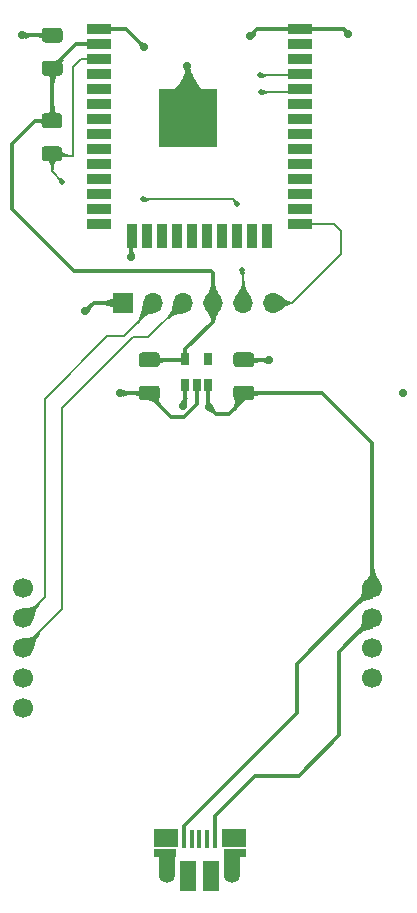
<source format=gbr>
G04 #@! TF.GenerationSoftware,KiCad,Pcbnew,(5.1.6)-1*
G04 #@! TF.CreationDate,2020-07-08T21:36:35-04:00*
G04 #@! TF.ProjectId,co2home,636f3268-6f6d-4652-9e6b-696361645f70,rev?*
G04 #@! TF.SameCoordinates,Original*
G04 #@! TF.FileFunction,Copper,L1,Top*
G04 #@! TF.FilePolarity,Positive*
%FSLAX46Y46*%
G04 Gerber Fmt 4.6, Leading zero omitted, Abs format (unit mm)*
G04 Created by KiCad (PCBNEW (5.1.6)-1) date 2020-07-08 21:36:35*
%MOMM*%
%LPD*%
G01*
G04 APERTURE LIST*
G04 #@! TA.AperFunction,ComponentPad*
%ADD10O,1.700000X1.700000*%
G04 #@! TD*
G04 #@! TA.AperFunction,ComponentPad*
%ADD11R,1.700000X1.700000*%
G04 #@! TD*
G04 #@! TA.AperFunction,SMDPad,CuDef*
%ADD12R,1.430000X2.500000*%
G04 #@! TD*
G04 #@! TA.AperFunction,ComponentPad*
%ADD13O,1.350000X1.700000*%
G04 #@! TD*
G04 #@! TA.AperFunction,ComponentPad*
%ADD14O,1.100000X1.500000*%
G04 #@! TD*
G04 #@! TA.AperFunction,SMDPad,CuDef*
%ADD15R,0.400000X1.650000*%
G04 #@! TD*
G04 #@! TA.AperFunction,SMDPad,CuDef*
%ADD16R,2.000000X1.500000*%
G04 #@! TD*
G04 #@! TA.AperFunction,SMDPad,CuDef*
%ADD17R,1.825000X0.700000*%
G04 #@! TD*
G04 #@! TA.AperFunction,SMDPad,CuDef*
%ADD18R,1.350000X2.000000*%
G04 #@! TD*
G04 #@! TA.AperFunction,ComponentPad*
%ADD19C,1.700000*%
G04 #@! TD*
G04 #@! TA.AperFunction,SMDPad,CuDef*
%ADD20R,2.000000X0.900000*%
G04 #@! TD*
G04 #@! TA.AperFunction,SMDPad,CuDef*
%ADD21R,0.900000X2.000000*%
G04 #@! TD*
G04 #@! TA.AperFunction,SMDPad,CuDef*
%ADD22R,5.000000X5.000000*%
G04 #@! TD*
G04 #@! TA.AperFunction,SMDPad,CuDef*
%ADD23R,0.650000X1.060000*%
G04 #@! TD*
G04 #@! TA.AperFunction,ViaPad*
%ADD24C,0.508000*%
G04 #@! TD*
G04 #@! TA.AperFunction,ViaPad*
%ADD25C,0.700000*%
G04 #@! TD*
G04 #@! TA.AperFunction,Conductor*
%ADD26C,0.300000*%
G04 #@! TD*
G04 #@! TA.AperFunction,Conductor*
%ADD27C,0.152400*%
G04 #@! TD*
G04 #@! TA.AperFunction,Conductor*
%ADD28C,0.025400*%
G04 #@! TD*
G04 APERTURE END LIST*
D10*
X141225000Y-56150000D03*
X138685000Y-56150000D03*
X136145000Y-56150000D03*
X133605000Y-56150000D03*
X131065000Y-56150000D03*
D11*
X128525000Y-56150000D03*
D12*
X135985000Y-104740000D03*
X134065000Y-104740000D03*
D13*
X137755000Y-104470000D03*
X132295000Y-104470000D03*
D14*
X137445000Y-101470000D03*
X132605000Y-101470000D03*
D15*
X136325000Y-101590000D03*
X135675000Y-101590000D03*
X135025000Y-101590000D03*
X134375000Y-101590000D03*
X133725000Y-101590000D03*
D16*
X137925000Y-101470000D03*
X132175000Y-101490000D03*
D17*
X138025000Y-102790000D03*
X132075000Y-102790000D03*
D18*
X132295000Y-103540000D03*
X137775000Y-103540000D03*
D19*
X149660000Y-87960000D03*
X149660000Y-85420000D03*
X149660000Y-82880000D03*
X149660000Y-80340000D03*
X120120000Y-90500000D03*
X120120000Y-87960000D03*
X120120000Y-85420000D03*
X120120000Y-82880000D03*
X120120000Y-80340000D03*
D20*
X143525000Y-33005000D03*
X143525000Y-34275000D03*
X143525000Y-35545000D03*
X143525000Y-36815000D03*
X143525000Y-38085000D03*
X143525000Y-39355000D03*
X143525000Y-40625000D03*
X143525000Y-41895000D03*
X143525000Y-43165000D03*
X143525000Y-44435000D03*
X143525000Y-45705000D03*
X143525000Y-46975000D03*
X143525000Y-48245000D03*
X143525000Y-49515000D03*
D21*
X140740000Y-50515000D03*
X139470000Y-50515000D03*
X138200000Y-50515000D03*
X136930000Y-50515000D03*
X135660000Y-50515000D03*
X134390000Y-50515000D03*
X133120000Y-50515000D03*
X131850000Y-50515000D03*
X130580000Y-50515000D03*
X129310000Y-50515000D03*
D20*
X126525000Y-49515000D03*
X126525000Y-48245000D03*
X126525000Y-46975000D03*
X126525000Y-45705000D03*
X126525000Y-44435000D03*
X126525000Y-43165000D03*
X126525000Y-41895000D03*
X126525000Y-40625000D03*
X126525000Y-39355000D03*
X126525000Y-38085000D03*
X126525000Y-36815000D03*
X126525000Y-35545000D03*
X126525000Y-34275000D03*
X126525000Y-33005000D03*
D22*
X134025000Y-40505000D03*
D23*
X133825000Y-60890000D03*
X135725000Y-60890000D03*
X135725000Y-63090000D03*
X134775000Y-63090000D03*
X133825000Y-63090000D03*
G04 #@! TA.AperFunction,SMDPad,CuDef*
G36*
G01*
X123150000Y-41375000D02*
X121900000Y-41375000D01*
G75*
G02*
X121650000Y-41125000I0J250000D01*
G01*
X121650000Y-40375000D01*
G75*
G02*
X121900000Y-40125000I250000J0D01*
G01*
X123150000Y-40125000D01*
G75*
G02*
X123400000Y-40375000I0J-250000D01*
G01*
X123400000Y-41125000D01*
G75*
G02*
X123150000Y-41375000I-250000J0D01*
G01*
G37*
G04 #@! TD.AperFunction*
G04 #@! TA.AperFunction,SMDPad,CuDef*
G36*
G01*
X123150000Y-44175000D02*
X121900000Y-44175000D01*
G75*
G02*
X121650000Y-43925000I0J250000D01*
G01*
X121650000Y-43175000D01*
G75*
G02*
X121900000Y-42925000I250000J0D01*
G01*
X123150000Y-42925000D01*
G75*
G02*
X123400000Y-43175000I0J-250000D01*
G01*
X123400000Y-43925000D01*
G75*
G02*
X123150000Y-44175000I-250000J0D01*
G01*
G37*
G04 #@! TD.AperFunction*
G04 #@! TA.AperFunction,SMDPad,CuDef*
G36*
G01*
X121930000Y-35685000D02*
X123180000Y-35685000D01*
G75*
G02*
X123430000Y-35935000I0J-250000D01*
G01*
X123430000Y-36685000D01*
G75*
G02*
X123180000Y-36935000I-250000J0D01*
G01*
X121930000Y-36935000D01*
G75*
G02*
X121680000Y-36685000I0J250000D01*
G01*
X121680000Y-35935000D01*
G75*
G02*
X121930000Y-35685000I250000J0D01*
G01*
G37*
G04 #@! TD.AperFunction*
G04 #@! TA.AperFunction,SMDPad,CuDef*
G36*
G01*
X121930000Y-32885000D02*
X123180000Y-32885000D01*
G75*
G02*
X123430000Y-33135000I0J-250000D01*
G01*
X123430000Y-33885000D01*
G75*
G02*
X123180000Y-34135000I-250000J0D01*
G01*
X121930000Y-34135000D01*
G75*
G02*
X121680000Y-33885000I0J250000D01*
G01*
X121680000Y-33135000D01*
G75*
G02*
X121930000Y-32885000I250000J0D01*
G01*
G37*
G04 #@! TD.AperFunction*
G04 #@! TA.AperFunction,SMDPad,CuDef*
G36*
G01*
X130150000Y-63175000D02*
X131400000Y-63175000D01*
G75*
G02*
X131650000Y-63425000I0J-250000D01*
G01*
X131650000Y-64175000D01*
G75*
G02*
X131400000Y-64425000I-250000J0D01*
G01*
X130150000Y-64425000D01*
G75*
G02*
X129900000Y-64175000I0J250000D01*
G01*
X129900000Y-63425000D01*
G75*
G02*
X130150000Y-63175000I250000J0D01*
G01*
G37*
G04 #@! TD.AperFunction*
G04 #@! TA.AperFunction,SMDPad,CuDef*
G36*
G01*
X130150000Y-60375000D02*
X131400000Y-60375000D01*
G75*
G02*
X131650000Y-60625000I0J-250000D01*
G01*
X131650000Y-61375000D01*
G75*
G02*
X131400000Y-61625000I-250000J0D01*
G01*
X130150000Y-61625000D01*
G75*
G02*
X129900000Y-61375000I0J250000D01*
G01*
X129900000Y-60625000D01*
G75*
G02*
X130150000Y-60375000I250000J0D01*
G01*
G37*
G04 #@! TD.AperFunction*
G04 #@! TA.AperFunction,SMDPad,CuDef*
G36*
G01*
X138150000Y-63175000D02*
X139400000Y-63175000D01*
G75*
G02*
X139650000Y-63425000I0J-250000D01*
G01*
X139650000Y-64175000D01*
G75*
G02*
X139400000Y-64425000I-250000J0D01*
G01*
X138150000Y-64425000D01*
G75*
G02*
X137900000Y-64175000I0J250000D01*
G01*
X137900000Y-63425000D01*
G75*
G02*
X138150000Y-63175000I250000J0D01*
G01*
G37*
G04 #@! TD.AperFunction*
G04 #@! TA.AperFunction,SMDPad,CuDef*
G36*
G01*
X138150000Y-60375000D02*
X139400000Y-60375000D01*
G75*
G02*
X139650000Y-60625000I0J-250000D01*
G01*
X139650000Y-61375000D01*
G75*
G02*
X139400000Y-61625000I-250000J0D01*
G01*
X138150000Y-61625000D01*
G75*
G02*
X137900000Y-61375000I0J250000D01*
G01*
X137900000Y-60625000D01*
G75*
G02*
X138150000Y-60375000I250000J0D01*
G01*
G37*
G04 #@! TD.AperFunction*
D24*
X140225000Y-38300000D03*
X140125000Y-36900000D03*
D25*
X133625000Y-64900000D03*
X135825002Y-65000000D03*
X152225000Y-63800000D03*
X140925000Y-61000000D03*
X128325000Y-63800000D03*
X120025000Y-33500000D03*
X130325000Y-34500000D03*
X133925000Y-36100000D03*
X129225000Y-52300000D03*
X125325000Y-56900000D03*
X147625000Y-33400000D03*
X139325000Y-33600000D03*
D24*
X138625000Y-53400000D03*
X138225000Y-47800000D03*
X130225000Y-47400000D03*
X123425000Y-45900000D03*
D26*
X133715000Y-61000000D02*
X133825000Y-60890000D01*
X130775000Y-61000000D02*
X133715000Y-61000000D01*
X133825000Y-60890000D02*
X133825000Y-60100000D01*
X136145000Y-57780000D02*
X136145000Y-56150000D01*
X133825000Y-60100000D02*
X136145000Y-57780000D01*
X122525000Y-40750000D02*
X122675000Y-40750000D01*
X122555000Y-40630000D02*
X122555000Y-36310000D01*
X122675000Y-40750000D02*
X122555000Y-40630000D01*
X124590000Y-34275000D02*
X126525000Y-34275000D01*
X122555000Y-36310000D02*
X124590000Y-34275000D01*
X121075000Y-40750000D02*
X122525000Y-40750000D01*
X119125000Y-42700000D02*
X121075000Y-40750000D01*
X136145000Y-53620000D02*
X136025000Y-53500000D01*
X136145000Y-56150000D02*
X136145000Y-53620000D01*
X124425000Y-53500000D02*
X119125000Y-48200000D01*
X136025000Y-53500000D02*
X124425000Y-53500000D01*
X119125000Y-48200000D02*
X119125000Y-42700000D01*
D27*
X143310000Y-38300000D02*
X143525000Y-38085000D01*
X140225000Y-38300000D02*
X143310000Y-38300000D01*
X130655000Y-59100000D02*
X133605000Y-56150000D01*
X123425000Y-65100000D02*
X129425000Y-59100000D01*
X129425000Y-59100000D02*
X130655000Y-59100000D01*
X120120000Y-85420000D02*
X123425000Y-82115000D01*
X123425000Y-82115000D02*
X123425000Y-65100000D01*
X143440000Y-36900000D02*
X143525000Y-36815000D01*
X140125000Y-36900000D02*
X143440000Y-36900000D01*
X131065000Y-56560000D02*
X131065000Y-56150000D01*
X121925000Y-81075000D02*
X121925000Y-64300000D01*
X121925000Y-64300000D02*
X127225000Y-59000000D01*
X120120000Y-82880000D02*
X121925000Y-81075000D01*
X127225000Y-59000000D02*
X128625000Y-59000000D01*
X128625000Y-59000000D02*
X131065000Y-56560000D01*
D26*
X133725000Y-100465000D02*
X143290000Y-90900000D01*
X133725000Y-101590000D02*
X133725000Y-100465000D01*
X143290000Y-86710000D02*
X149660000Y-80340000D01*
X143290000Y-90900000D02*
X143290000Y-86710000D01*
X149660000Y-80340000D02*
X149660000Y-68035000D01*
X149660000Y-68035000D02*
X145425000Y-63800000D01*
X145425000Y-63800000D02*
X138775000Y-63800000D01*
X133825000Y-63090000D02*
X133825000Y-64700000D01*
X133825000Y-64700000D02*
X133625000Y-64900000D01*
X135725000Y-64899998D02*
X135825002Y-65000000D01*
X135725000Y-64600000D02*
X135725000Y-64899998D01*
X135725000Y-63090000D02*
X135725000Y-64600000D01*
X136425002Y-65600000D02*
X135825002Y-65000000D01*
X138775000Y-63800000D02*
X138775000Y-64350000D01*
X137525000Y-65600000D02*
X136425002Y-65600000D01*
X138775000Y-64350000D02*
X137525000Y-65600000D01*
X136325000Y-101590000D02*
X136325000Y-99600000D01*
X136325000Y-99600000D02*
X139725000Y-96200000D01*
X139725000Y-96200000D02*
X143425000Y-96200000D01*
X143425000Y-96200000D02*
X146825000Y-92800000D01*
X146825000Y-85715000D02*
X149660000Y-82880000D01*
X146825000Y-92800000D02*
X146825000Y-85715000D01*
X138775000Y-61000000D02*
X140925000Y-61000000D01*
X130775000Y-63800000D02*
X128325000Y-63800000D01*
X134775000Y-64750000D02*
X134775000Y-63090000D01*
X133725000Y-65800000D02*
X134775000Y-64750000D01*
X132625000Y-65800000D02*
X133725000Y-65800000D01*
X130775000Y-63800000D02*
X130775000Y-63950000D01*
X130775000Y-63950000D02*
X132625000Y-65800000D01*
X122555000Y-33510000D02*
X120035000Y-33510000D01*
X120035000Y-33510000D02*
X120025000Y-33500000D01*
X126525000Y-33005000D02*
X128830000Y-33005000D01*
X128830000Y-33005000D02*
X130325000Y-34500000D01*
X134025000Y-40505000D02*
X134025000Y-36200000D01*
X134025000Y-36200000D02*
X133925000Y-36100000D01*
X128525000Y-56150000D02*
X128525000Y-56200000D01*
X129225000Y-50600000D02*
X129310000Y-50515000D01*
X129225000Y-52300000D02*
X129225000Y-50600000D01*
X128525000Y-56150000D02*
X126075000Y-56150000D01*
X126075000Y-56150000D02*
X125325000Y-56900000D01*
X143525000Y-33005000D02*
X147230000Y-33005000D01*
X147230000Y-33005000D02*
X147625000Y-33400000D01*
X143525000Y-33005000D02*
X139920000Y-33005000D01*
X139920000Y-33005000D02*
X139325000Y-33600000D01*
D27*
X147025000Y-52000000D02*
X147025000Y-50100000D01*
X141225000Y-56150000D02*
X142875000Y-56150000D01*
X146440000Y-49515000D02*
X143525000Y-49515000D01*
X147025000Y-50100000D02*
X146440000Y-49515000D01*
X142875000Y-56150000D02*
X147025000Y-52000000D01*
X122675000Y-43700000D02*
X122525000Y-43550000D01*
X124325000Y-43700000D02*
X122675000Y-43700000D01*
X124980000Y-35545000D02*
X126525000Y-35545000D01*
X124325000Y-43700000D02*
X124325000Y-36200000D01*
X124325000Y-36200000D02*
X124980000Y-35545000D01*
X138685000Y-56150000D02*
X138685000Y-53460000D01*
X138685000Y-53460000D02*
X138625000Y-53400000D01*
X138225000Y-47800000D02*
X137825000Y-47400000D01*
X137825000Y-47400000D02*
X130225000Y-47400000D01*
X122525000Y-45000000D02*
X122525000Y-43550000D01*
X123425000Y-45900000D02*
X122525000Y-45000000D01*
D28*
G36*
X133782409Y-60786416D02*
G01*
X133826925Y-60830892D01*
X133842773Y-60890000D01*
X133826925Y-60949108D01*
X133782409Y-60993584D01*
X133599318Y-61099144D01*
X133588788Y-61098288D01*
X133573516Y-61088383D01*
X133572307Y-61087690D01*
X133572104Y-61087588D01*
X133570936Y-61087073D01*
X133550501Y-61079262D01*
X133549291Y-61078868D01*
X133548594Y-61078679D01*
X133547525Y-61078438D01*
X133524551Y-61074293D01*
X133523463Y-61074145D01*
X133522336Y-61074041D01*
X133521451Y-61073990D01*
X133495825Y-61073420D01*
X133494928Y-61073432D01*
X133493483Y-61073502D01*
X133492772Y-61073556D01*
X133464385Y-61076537D01*
X133463672Y-61076633D01*
X133462018Y-61076902D01*
X133461453Y-61077007D01*
X133430225Y-61083548D01*
X133429661Y-61083679D01*
X133427879Y-61084138D01*
X133427435Y-61084262D01*
X133393311Y-61094386D01*
X133392862Y-61094528D01*
X133391007Y-61095154D01*
X133390655Y-61095278D01*
X133353601Y-61109010D01*
X133353247Y-61109148D01*
X133351353Y-61109915D01*
X133351063Y-61110036D01*
X133311861Y-61127052D01*
X133307349Y-61126748D01*
X133305200Y-61122827D01*
X133305200Y-60877868D01*
X133323107Y-60848911D01*
X133326944Y-60846994D01*
X133327036Y-60846948D01*
X133356183Y-60832093D01*
X133356275Y-60832046D01*
X133365695Y-60827148D01*
X133365800Y-60827093D01*
X133398638Y-60809628D01*
X133398744Y-60809571D01*
X133402416Y-60807573D01*
X133402532Y-60807509D01*
X133437234Y-60788155D01*
X133437358Y-60788084D01*
X133438612Y-60787366D01*
X133438742Y-60787291D01*
X133470498Y-60768609D01*
X133470635Y-60768527D01*
X133471859Y-60767786D01*
X133472013Y-60767692D01*
X133500829Y-60749683D01*
X133500989Y-60749581D01*
X133502178Y-60748813D01*
X133502354Y-60748697D01*
X133528236Y-60731365D01*
X133528416Y-60731242D01*
X133529560Y-60730447D01*
X133529771Y-60730298D01*
X133552729Y-60713643D01*
X133552943Y-60713484D01*
X133554030Y-60712660D01*
X133554273Y-60712471D01*
X133574318Y-60696495D01*
X133574568Y-60696290D01*
X133575583Y-60695438D01*
X133575873Y-60695188D01*
X133590035Y-60682554D01*
X133600174Y-60681351D01*
X133782409Y-60786416D01*
G37*
X133782409Y-60786416D02*
X133826925Y-60830892D01*
X133842773Y-60890000D01*
X133826925Y-60949108D01*
X133782409Y-60993584D01*
X133599318Y-61099144D01*
X133588788Y-61098288D01*
X133573516Y-61088383D01*
X133572307Y-61087690D01*
X133572104Y-61087588D01*
X133570936Y-61087073D01*
X133550501Y-61079262D01*
X133549291Y-61078868D01*
X133548594Y-61078679D01*
X133547525Y-61078438D01*
X133524551Y-61074293D01*
X133523463Y-61074145D01*
X133522336Y-61074041D01*
X133521451Y-61073990D01*
X133495825Y-61073420D01*
X133494928Y-61073432D01*
X133493483Y-61073502D01*
X133492772Y-61073556D01*
X133464385Y-61076537D01*
X133463672Y-61076633D01*
X133462018Y-61076902D01*
X133461453Y-61077007D01*
X133430225Y-61083548D01*
X133429661Y-61083679D01*
X133427879Y-61084138D01*
X133427435Y-61084262D01*
X133393311Y-61094386D01*
X133392862Y-61094528D01*
X133391007Y-61095154D01*
X133390655Y-61095278D01*
X133353601Y-61109010D01*
X133353247Y-61109148D01*
X133351353Y-61109915D01*
X133351063Y-61110036D01*
X133311861Y-61127052D01*
X133307349Y-61126748D01*
X133305200Y-61122827D01*
X133305200Y-60877868D01*
X133323107Y-60848911D01*
X133326944Y-60846994D01*
X133327036Y-60846948D01*
X133356183Y-60832093D01*
X133356275Y-60832046D01*
X133365695Y-60827148D01*
X133365800Y-60827093D01*
X133398638Y-60809628D01*
X133398744Y-60809571D01*
X133402416Y-60807573D01*
X133402532Y-60807509D01*
X133437234Y-60788155D01*
X133437358Y-60788084D01*
X133438612Y-60787366D01*
X133438742Y-60787291D01*
X133470498Y-60768609D01*
X133470635Y-60768527D01*
X133471859Y-60767786D01*
X133472013Y-60767692D01*
X133500829Y-60749683D01*
X133500989Y-60749581D01*
X133502178Y-60748813D01*
X133502354Y-60748697D01*
X133528236Y-60731365D01*
X133528416Y-60731242D01*
X133529560Y-60730447D01*
X133529771Y-60730298D01*
X133552729Y-60713643D01*
X133552943Y-60713484D01*
X133554030Y-60712660D01*
X133554273Y-60712471D01*
X133574318Y-60696495D01*
X133574568Y-60696290D01*
X133575583Y-60695438D01*
X133575873Y-60695188D01*
X133590035Y-60682554D01*
X133600174Y-60681351D01*
X133782409Y-60786416D01*
G36*
X131244747Y-60601958D02*
G01*
X131300938Y-60651121D01*
X131301317Y-60651440D01*
X131301797Y-60651828D01*
X131302204Y-60652143D01*
X131363556Y-60697755D01*
X131363991Y-60698064D01*
X131364288Y-60698266D01*
X131364714Y-60698544D01*
X131428986Y-60738592D01*
X131429430Y-60738856D01*
X131429511Y-60738902D01*
X131429990Y-60739161D01*
X131497214Y-60773615D01*
X131498204Y-60774005D01*
X131498182Y-60774060D01*
X131568060Y-60802751D01*
X131568562Y-60802945D01*
X131568725Y-60803004D01*
X131569217Y-60803171D01*
X131641571Y-60826057D01*
X131642089Y-60826209D01*
X131642511Y-60826323D01*
X131642990Y-60826442D01*
X131717821Y-60843565D01*
X131718311Y-60843667D01*
X131718993Y-60843795D01*
X131719484Y-60843877D01*
X131796803Y-60855276D01*
X131797296Y-60855339D01*
X131798225Y-60855439D01*
X131798678Y-60855480D01*
X131877555Y-60861123D01*
X131899917Y-60871079D01*
X131909044Y-60893669D01*
X131909044Y-61106330D01*
X131899917Y-61128920D01*
X131877554Y-61138877D01*
X131798678Y-61144519D01*
X131798225Y-61144560D01*
X131797296Y-61144660D01*
X131796803Y-61144723D01*
X131719484Y-61156123D01*
X131719011Y-61156202D01*
X131718329Y-61156329D01*
X131717821Y-61156434D01*
X131642990Y-61173557D01*
X131642511Y-61173676D01*
X131642089Y-61173790D01*
X131641571Y-61173942D01*
X131569217Y-61196828D01*
X131568725Y-61196995D01*
X131568562Y-61197054D01*
X131568060Y-61197248D01*
X131498183Y-61225939D01*
X131498222Y-61226033D01*
X131497214Y-61226384D01*
X131429990Y-61260838D01*
X131429468Y-61261122D01*
X131429386Y-61261169D01*
X131428985Y-61261408D01*
X131364714Y-61301455D01*
X131364288Y-61301733D01*
X131363991Y-61301935D01*
X131363556Y-61302244D01*
X131302204Y-61347856D01*
X131301795Y-61348173D01*
X131301314Y-61348562D01*
X131300937Y-61348879D01*
X131244746Y-61398042D01*
X131189605Y-61404546D01*
X130849421Y-61208416D01*
X130774315Y-61140857D01*
X130733759Y-61049827D01*
X130733759Y-60950173D01*
X130774315Y-60859143D01*
X130849421Y-60791584D01*
X131189606Y-60595454D01*
X131244747Y-60601958D01*
G37*
X131244747Y-60601958D02*
X131300938Y-60651121D01*
X131301317Y-60651440D01*
X131301797Y-60651828D01*
X131302204Y-60652143D01*
X131363556Y-60697755D01*
X131363991Y-60698064D01*
X131364288Y-60698266D01*
X131364714Y-60698544D01*
X131428986Y-60738592D01*
X131429430Y-60738856D01*
X131429511Y-60738902D01*
X131429990Y-60739161D01*
X131497214Y-60773615D01*
X131498204Y-60774005D01*
X131498182Y-60774060D01*
X131568060Y-60802751D01*
X131568562Y-60802945D01*
X131568725Y-60803004D01*
X131569217Y-60803171D01*
X131641571Y-60826057D01*
X131642089Y-60826209D01*
X131642511Y-60826323D01*
X131642990Y-60826442D01*
X131717821Y-60843565D01*
X131718311Y-60843667D01*
X131718993Y-60843795D01*
X131719484Y-60843877D01*
X131796803Y-60855276D01*
X131797296Y-60855339D01*
X131798225Y-60855439D01*
X131798678Y-60855480D01*
X131877555Y-60861123D01*
X131899917Y-60871079D01*
X131909044Y-60893669D01*
X131909044Y-61106330D01*
X131899917Y-61128920D01*
X131877554Y-61138877D01*
X131798678Y-61144519D01*
X131798225Y-61144560D01*
X131797296Y-61144660D01*
X131796803Y-61144723D01*
X131719484Y-61156123D01*
X131719011Y-61156202D01*
X131718329Y-61156329D01*
X131717821Y-61156434D01*
X131642990Y-61173557D01*
X131642511Y-61173676D01*
X131642089Y-61173790D01*
X131641571Y-61173942D01*
X131569217Y-61196828D01*
X131568725Y-61196995D01*
X131568562Y-61197054D01*
X131568060Y-61197248D01*
X131498183Y-61225939D01*
X131498222Y-61226033D01*
X131497214Y-61226384D01*
X131429990Y-61260838D01*
X131429468Y-61261122D01*
X131429386Y-61261169D01*
X131428985Y-61261408D01*
X131364714Y-61301455D01*
X131364288Y-61301733D01*
X131363991Y-61301935D01*
X131363556Y-61302244D01*
X131302204Y-61347856D01*
X131301795Y-61348173D01*
X131301314Y-61348562D01*
X131300937Y-61348879D01*
X131244746Y-61398042D01*
X131189605Y-61404546D01*
X130849421Y-61208416D01*
X130774315Y-61140857D01*
X130733759Y-61049827D01*
X130733759Y-60950173D01*
X130774315Y-60859143D01*
X130849421Y-60791584D01*
X131189606Y-60595454D01*
X131244747Y-60601958D01*
G36*
X133963049Y-60484490D02*
G01*
X133964269Y-60501765D01*
X133964306Y-60502195D01*
X133964334Y-60502462D01*
X133964398Y-60502968D01*
X133967470Y-60524049D01*
X133967547Y-60524517D01*
X133967584Y-60524718D01*
X133967687Y-60525223D01*
X133972300Y-60545602D01*
X133972417Y-60546076D01*
X133972452Y-60546207D01*
X133972603Y-60546726D01*
X133978768Y-60566405D01*
X133978900Y-60566803D01*
X133978921Y-60566863D01*
X133979146Y-60567458D01*
X133986875Y-60586438D01*
X133987318Y-60587408D01*
X133996613Y-60605672D01*
X133996905Y-60606213D01*
X133996909Y-60606220D01*
X133997141Y-60606609D01*
X134007946Y-60624043D01*
X134008198Y-60624434D01*
X134008243Y-60624501D01*
X134008580Y-60624979D01*
X134020885Y-60641593D01*
X134021206Y-60642008D01*
X134021302Y-60642127D01*
X134021621Y-60642506D01*
X134032985Y-60655521D01*
X134034041Y-60664494D01*
X133928584Y-60847409D01*
X133884108Y-60891925D01*
X133825000Y-60907773D01*
X133765892Y-60891925D01*
X133721416Y-60847409D01*
X133615958Y-60664494D01*
X133617015Y-60655520D01*
X133628379Y-60642506D01*
X133628738Y-60642076D01*
X133628833Y-60641957D01*
X133629113Y-60641593D01*
X133641418Y-60624980D01*
X133641804Y-60624430D01*
X133641849Y-60624362D01*
X133642053Y-60624043D01*
X133652858Y-60606609D01*
X133653090Y-60606220D01*
X133653094Y-60606213D01*
X133653385Y-60605673D01*
X133662681Y-60587409D01*
X133663125Y-60586437D01*
X133670853Y-60567457D01*
X133671015Y-60567040D01*
X133671037Y-60566980D01*
X133671232Y-60566404D01*
X133677396Y-60546725D01*
X133677547Y-60546207D01*
X133677582Y-60546076D01*
X133677699Y-60545602D01*
X133682312Y-60525223D01*
X133682415Y-60524718D01*
X133682452Y-60524517D01*
X133682529Y-60524049D01*
X133685601Y-60502968D01*
X133685660Y-60502503D01*
X133685689Y-60502235D01*
X133685731Y-60501763D01*
X133686950Y-60484491D01*
X133691391Y-60480200D01*
X133958609Y-60480200D01*
X133963049Y-60484490D01*
G37*
X133963049Y-60484490D02*
X133964269Y-60501765D01*
X133964306Y-60502195D01*
X133964334Y-60502462D01*
X133964398Y-60502968D01*
X133967470Y-60524049D01*
X133967547Y-60524517D01*
X133967584Y-60524718D01*
X133967687Y-60525223D01*
X133972300Y-60545602D01*
X133972417Y-60546076D01*
X133972452Y-60546207D01*
X133972603Y-60546726D01*
X133978768Y-60566405D01*
X133978900Y-60566803D01*
X133978921Y-60566863D01*
X133979146Y-60567458D01*
X133986875Y-60586438D01*
X133987318Y-60587408D01*
X133996613Y-60605672D01*
X133996905Y-60606213D01*
X133996909Y-60606220D01*
X133997141Y-60606609D01*
X134007946Y-60624043D01*
X134008198Y-60624434D01*
X134008243Y-60624501D01*
X134008580Y-60624979D01*
X134020885Y-60641593D01*
X134021206Y-60642008D01*
X134021302Y-60642127D01*
X134021621Y-60642506D01*
X134032985Y-60655521D01*
X134034041Y-60664494D01*
X133928584Y-60847409D01*
X133884108Y-60891925D01*
X133825000Y-60907773D01*
X133765892Y-60891925D01*
X133721416Y-60847409D01*
X133615958Y-60664494D01*
X133617015Y-60655520D01*
X133628379Y-60642506D01*
X133628738Y-60642076D01*
X133628833Y-60641957D01*
X133629113Y-60641593D01*
X133641418Y-60624980D01*
X133641804Y-60624430D01*
X133641849Y-60624362D01*
X133642053Y-60624043D01*
X133652858Y-60606609D01*
X133653090Y-60606220D01*
X133653094Y-60606213D01*
X133653385Y-60605673D01*
X133662681Y-60587409D01*
X133663125Y-60586437D01*
X133670853Y-60567457D01*
X133671015Y-60567040D01*
X133671037Y-60566980D01*
X133671232Y-60566404D01*
X133677396Y-60546725D01*
X133677547Y-60546207D01*
X133677582Y-60546076D01*
X133677699Y-60545602D01*
X133682312Y-60525223D01*
X133682415Y-60524718D01*
X133682452Y-60524517D01*
X133682529Y-60524049D01*
X133685601Y-60502968D01*
X133685660Y-60502503D01*
X133685689Y-60502235D01*
X133685731Y-60501763D01*
X133686950Y-60484491D01*
X133691391Y-60480200D01*
X133958609Y-60480200D01*
X133963049Y-60484490D01*
G36*
X136258103Y-56101980D02*
G01*
X136357549Y-56159435D01*
X136432054Y-56248318D01*
X136697359Y-56708487D01*
X136706474Y-56753008D01*
X136687105Y-56794134D01*
X136686962Y-56794290D01*
X136608121Y-56883217D01*
X136607827Y-56883561D01*
X136606871Y-56884720D01*
X136606570Y-56885099D01*
X136536326Y-56977202D01*
X136536042Y-56977589D01*
X136535379Y-56978530D01*
X136535096Y-56978950D01*
X136473459Y-57074282D01*
X136473197Y-57074705D01*
X136472799Y-57075377D01*
X136472539Y-57075837D01*
X136419537Y-57174451D01*
X136419301Y-57174913D01*
X136419129Y-57175267D01*
X136418905Y-57175753D01*
X136374577Y-57277697D01*
X136374193Y-57278694D01*
X136338593Y-57384002D01*
X136338351Y-57385044D01*
X136338294Y-57385030D01*
X136311673Y-57492963D01*
X136311557Y-57493476D01*
X136311478Y-57493865D01*
X136311384Y-57494384D01*
X136293676Y-57604940D01*
X136293604Y-57605458D01*
X136293512Y-57606236D01*
X136293463Y-57606736D01*
X136284679Y-57719013D01*
X136269305Y-57753300D01*
X136234568Y-57767300D01*
X136055432Y-57767300D01*
X136020695Y-57753301D01*
X136005320Y-57719008D01*
X135996536Y-57606736D01*
X135996487Y-57606236D01*
X135996395Y-57605458D01*
X135996323Y-57604940D01*
X135978615Y-57494384D01*
X135978521Y-57493865D01*
X135978442Y-57493476D01*
X135978326Y-57492963D01*
X135951705Y-57385030D01*
X135951682Y-57385036D01*
X135951406Y-57384002D01*
X135915806Y-57278694D01*
X135915422Y-57277697D01*
X135871094Y-57175753D01*
X135870870Y-57175267D01*
X135870698Y-57174913D01*
X135870462Y-57174451D01*
X135817460Y-57075837D01*
X135817200Y-57075377D01*
X135816802Y-57074705D01*
X135816540Y-57074282D01*
X135754903Y-56978950D01*
X135754624Y-56978535D01*
X135753961Y-56977593D01*
X135753673Y-56977201D01*
X135683429Y-56885099D01*
X135683128Y-56884720D01*
X135682172Y-56883561D01*
X135681878Y-56883217D01*
X135603038Y-56794290D01*
X135602895Y-56794134D01*
X135583526Y-56753008D01*
X135592641Y-56708487D01*
X135857946Y-56248318D01*
X135932451Y-56159435D01*
X136031897Y-56101980D01*
X136145000Y-56082024D01*
X136258103Y-56101980D01*
G37*
X136258103Y-56101980D02*
X136357549Y-56159435D01*
X136432054Y-56248318D01*
X136697359Y-56708487D01*
X136706474Y-56753008D01*
X136687105Y-56794134D01*
X136686962Y-56794290D01*
X136608121Y-56883217D01*
X136607827Y-56883561D01*
X136606871Y-56884720D01*
X136606570Y-56885099D01*
X136536326Y-56977202D01*
X136536042Y-56977589D01*
X136535379Y-56978530D01*
X136535096Y-56978950D01*
X136473459Y-57074282D01*
X136473197Y-57074705D01*
X136472799Y-57075377D01*
X136472539Y-57075837D01*
X136419537Y-57174451D01*
X136419301Y-57174913D01*
X136419129Y-57175267D01*
X136418905Y-57175753D01*
X136374577Y-57277697D01*
X136374193Y-57278694D01*
X136338593Y-57384002D01*
X136338351Y-57385044D01*
X136338294Y-57385030D01*
X136311673Y-57492963D01*
X136311557Y-57493476D01*
X136311478Y-57493865D01*
X136311384Y-57494384D01*
X136293676Y-57604940D01*
X136293604Y-57605458D01*
X136293512Y-57606236D01*
X136293463Y-57606736D01*
X136284679Y-57719013D01*
X136269305Y-57753300D01*
X136234568Y-57767300D01*
X136055432Y-57767300D01*
X136020695Y-57753301D01*
X136005320Y-57719008D01*
X135996536Y-57606736D01*
X135996487Y-57606236D01*
X135996395Y-57605458D01*
X135996323Y-57604940D01*
X135978615Y-57494384D01*
X135978521Y-57493865D01*
X135978442Y-57493476D01*
X135978326Y-57492963D01*
X135951705Y-57385030D01*
X135951682Y-57385036D01*
X135951406Y-57384002D01*
X135915806Y-57278694D01*
X135915422Y-57277697D01*
X135871094Y-57175753D01*
X135870870Y-57175267D01*
X135870698Y-57174913D01*
X135870462Y-57174451D01*
X135817460Y-57075837D01*
X135817200Y-57075377D01*
X135816802Y-57074705D01*
X135816540Y-57074282D01*
X135754903Y-56978950D01*
X135754624Y-56978535D01*
X135753961Y-56977593D01*
X135753673Y-56977201D01*
X135683429Y-56885099D01*
X135683128Y-56884720D01*
X135682172Y-56883561D01*
X135681878Y-56883217D01*
X135603038Y-56794290D01*
X135602895Y-56794134D01*
X135583526Y-56753008D01*
X135592641Y-56708487D01*
X135857946Y-56248318D01*
X135932451Y-56159435D01*
X136031897Y-56101980D01*
X136145000Y-56082024D01*
X136258103Y-56101980D01*
G36*
X122679214Y-39508357D02*
G01*
X122690823Y-39538062D01*
X122690818Y-39538439D01*
X122691237Y-39638468D01*
X122691245Y-39638860D01*
X122691327Y-39641201D01*
X122691350Y-39641638D01*
X122697968Y-39736746D01*
X122698005Y-39737178D01*
X122698222Y-39739264D01*
X122698281Y-39739738D01*
X122711114Y-39829964D01*
X122711188Y-39830428D01*
X122711510Y-39832215D01*
X122711615Y-39832732D01*
X122730693Y-39918121D01*
X122730816Y-39918625D01*
X122731202Y-39920072D01*
X122731359Y-39920612D01*
X122756723Y-40001206D01*
X122756901Y-40001730D01*
X122757292Y-40002806D01*
X122757511Y-40003369D01*
X122789220Y-40079198D01*
X122789464Y-40079743D01*
X122789791Y-40080432D01*
X122790072Y-40080990D01*
X122828195Y-40152069D01*
X122828494Y-40152595D01*
X122828678Y-40152902D01*
X122829033Y-40153461D01*
X122873649Y-40219787D01*
X122874423Y-40220820D01*
X122923137Y-40279392D01*
X122929401Y-40335645D01*
X122733416Y-40675580D01*
X122665857Y-40750685D01*
X122574827Y-40791241D01*
X122475173Y-40791241D01*
X122384143Y-40750685D01*
X122316584Y-40675580D01*
X122120710Y-40335839D01*
X122127142Y-40279482D01*
X122176806Y-40221158D01*
X122177157Y-40220727D01*
X122177333Y-40220501D01*
X122177674Y-40220042D01*
X122224545Y-40153919D01*
X122224850Y-40153469D01*
X122225179Y-40152960D01*
X122225468Y-40152491D01*
X122267089Y-40081529D01*
X122267348Y-40081065D01*
X122267777Y-40080258D01*
X122268010Y-40079797D01*
X122304434Y-40003994D01*
X122304646Y-40003530D01*
X122305122Y-40002428D01*
X122305304Y-40001983D01*
X122336576Y-39921327D01*
X122336739Y-39920882D01*
X122337217Y-39919498D01*
X122337358Y-39919066D01*
X122363517Y-39833536D01*
X122363641Y-39833102D01*
X122364081Y-39831456D01*
X122364181Y-39831059D01*
X122385257Y-39740628D01*
X122385344Y-39740222D01*
X122385718Y-39738341D01*
X122385787Y-39737967D01*
X122401801Y-39642605D01*
X122401858Y-39642232D01*
X122402145Y-39640145D01*
X122402188Y-39639795D01*
X122413153Y-39539477D01*
X122413174Y-39539253D01*
X122428206Y-39508430D01*
X122460144Y-39495956D01*
X122649835Y-39495956D01*
X122679214Y-39508357D01*
G37*
X122679214Y-39508357D02*
X122690823Y-39538062D01*
X122690818Y-39538439D01*
X122691237Y-39638468D01*
X122691245Y-39638860D01*
X122691327Y-39641201D01*
X122691350Y-39641638D01*
X122697968Y-39736746D01*
X122698005Y-39737178D01*
X122698222Y-39739264D01*
X122698281Y-39739738D01*
X122711114Y-39829964D01*
X122711188Y-39830428D01*
X122711510Y-39832215D01*
X122711615Y-39832732D01*
X122730693Y-39918121D01*
X122730816Y-39918625D01*
X122731202Y-39920072D01*
X122731359Y-39920612D01*
X122756723Y-40001206D01*
X122756901Y-40001730D01*
X122757292Y-40002806D01*
X122757511Y-40003369D01*
X122789220Y-40079198D01*
X122789464Y-40079743D01*
X122789791Y-40080432D01*
X122790072Y-40080990D01*
X122828195Y-40152069D01*
X122828494Y-40152595D01*
X122828678Y-40152902D01*
X122829033Y-40153461D01*
X122873649Y-40219787D01*
X122874423Y-40220820D01*
X122923137Y-40279392D01*
X122929401Y-40335645D01*
X122733416Y-40675580D01*
X122665857Y-40750685D01*
X122574827Y-40791241D01*
X122475173Y-40791241D01*
X122384143Y-40750685D01*
X122316584Y-40675580D01*
X122120710Y-40335839D01*
X122127142Y-40279482D01*
X122176806Y-40221158D01*
X122177157Y-40220727D01*
X122177333Y-40220501D01*
X122177674Y-40220042D01*
X122224545Y-40153919D01*
X122224850Y-40153469D01*
X122225179Y-40152960D01*
X122225468Y-40152491D01*
X122267089Y-40081529D01*
X122267348Y-40081065D01*
X122267777Y-40080258D01*
X122268010Y-40079797D01*
X122304434Y-40003994D01*
X122304646Y-40003530D01*
X122305122Y-40002428D01*
X122305304Y-40001983D01*
X122336576Y-39921327D01*
X122336739Y-39920882D01*
X122337217Y-39919498D01*
X122337358Y-39919066D01*
X122363517Y-39833536D01*
X122363641Y-39833102D01*
X122364081Y-39831456D01*
X122364181Y-39831059D01*
X122385257Y-39740628D01*
X122385344Y-39740222D01*
X122385718Y-39738341D01*
X122385787Y-39737967D01*
X122401801Y-39642605D01*
X122401858Y-39642232D01*
X122402145Y-39640145D01*
X122402188Y-39639795D01*
X122413153Y-39539477D01*
X122413174Y-39539253D01*
X122428206Y-39508430D01*
X122460144Y-39495956D01*
X122649835Y-39495956D01*
X122679214Y-39508357D01*
G36*
X122695857Y-36309315D02*
G01*
X122763416Y-36384421D01*
X122959546Y-36724605D01*
X122953042Y-36779746D01*
X122903879Y-36835938D01*
X122903570Y-36836305D01*
X122903181Y-36836785D01*
X122902856Y-36837204D01*
X122857245Y-36898556D01*
X122856952Y-36898967D01*
X122856749Y-36899264D01*
X122856455Y-36899714D01*
X122816408Y-36963986D01*
X122816202Y-36964328D01*
X122816155Y-36964409D01*
X122815838Y-36964991D01*
X122781385Y-37032215D01*
X122781439Y-37032243D01*
X122780939Y-37033182D01*
X122752248Y-37103060D01*
X122752078Y-37103497D01*
X122752018Y-37103660D01*
X122751827Y-37104217D01*
X122728942Y-37176571D01*
X122728798Y-37177062D01*
X122728683Y-37177484D01*
X122728556Y-37177990D01*
X122711434Y-37252821D01*
X122711332Y-37253311D01*
X122711204Y-37253993D01*
X122711122Y-37254484D01*
X122699723Y-37331803D01*
X122699660Y-37332296D01*
X122699560Y-37333225D01*
X122699519Y-37333678D01*
X122693877Y-37412554D01*
X122683920Y-37434917D01*
X122661330Y-37444044D01*
X122448669Y-37444044D01*
X122426079Y-37434917D01*
X122416123Y-37412555D01*
X122410481Y-37333678D01*
X122410439Y-37333211D01*
X122410338Y-37332282D01*
X122410276Y-37331803D01*
X122398877Y-37254484D01*
X122398795Y-37253993D01*
X122398667Y-37253311D01*
X122398565Y-37252821D01*
X122381443Y-37177990D01*
X122381316Y-37177484D01*
X122381201Y-37177062D01*
X122381057Y-37176571D01*
X122358172Y-37104217D01*
X122357981Y-37103660D01*
X122357921Y-37103497D01*
X122357751Y-37103060D01*
X122329061Y-37033183D01*
X122328561Y-37032240D01*
X122328614Y-37032213D01*
X122294161Y-36964990D01*
X122293877Y-36964468D01*
X122293830Y-36964386D01*
X122293591Y-36963985D01*
X122253544Y-36899714D01*
X122253266Y-36899288D01*
X122253064Y-36898991D01*
X122252755Y-36898556D01*
X122207143Y-36837204D01*
X122206826Y-36836795D01*
X122206437Y-36836314D01*
X122206120Y-36835937D01*
X122156958Y-36779747D01*
X122150454Y-36724606D01*
X122346584Y-36384421D01*
X122414143Y-36309315D01*
X122505173Y-36268759D01*
X122604827Y-36268759D01*
X122695857Y-36309315D01*
G37*
X122695857Y-36309315D02*
X122763416Y-36384421D01*
X122959546Y-36724605D01*
X122953042Y-36779746D01*
X122903879Y-36835938D01*
X122903570Y-36836305D01*
X122903181Y-36836785D01*
X122902856Y-36837204D01*
X122857245Y-36898556D01*
X122856952Y-36898967D01*
X122856749Y-36899264D01*
X122856455Y-36899714D01*
X122816408Y-36963986D01*
X122816202Y-36964328D01*
X122816155Y-36964409D01*
X122815838Y-36964991D01*
X122781385Y-37032215D01*
X122781439Y-37032243D01*
X122780939Y-37033182D01*
X122752248Y-37103060D01*
X122752078Y-37103497D01*
X122752018Y-37103660D01*
X122751827Y-37104217D01*
X122728942Y-37176571D01*
X122728798Y-37177062D01*
X122728683Y-37177484D01*
X122728556Y-37177990D01*
X122711434Y-37252821D01*
X122711332Y-37253311D01*
X122711204Y-37253993D01*
X122711122Y-37254484D01*
X122699723Y-37331803D01*
X122699660Y-37332296D01*
X122699560Y-37333225D01*
X122699519Y-37333678D01*
X122693877Y-37412554D01*
X122683920Y-37434917D01*
X122661330Y-37444044D01*
X122448669Y-37444044D01*
X122426079Y-37434917D01*
X122416123Y-37412555D01*
X122410481Y-37333678D01*
X122410439Y-37333211D01*
X122410338Y-37332282D01*
X122410276Y-37331803D01*
X122398877Y-37254484D01*
X122398795Y-37253993D01*
X122398667Y-37253311D01*
X122398565Y-37252821D01*
X122381443Y-37177990D01*
X122381316Y-37177484D01*
X122381201Y-37177062D01*
X122381057Y-37176571D01*
X122358172Y-37104217D01*
X122357981Y-37103660D01*
X122357921Y-37103497D01*
X122357751Y-37103060D01*
X122329061Y-37033183D01*
X122328561Y-37032240D01*
X122328614Y-37032213D01*
X122294161Y-36964990D01*
X122293877Y-36964468D01*
X122293830Y-36964386D01*
X122293591Y-36963985D01*
X122253544Y-36899714D01*
X122253266Y-36899288D01*
X122253064Y-36898991D01*
X122252755Y-36898556D01*
X122207143Y-36837204D01*
X122206826Y-36836795D01*
X122206437Y-36836314D01*
X122206120Y-36835937D01*
X122156958Y-36779747D01*
X122150454Y-36724606D01*
X122346584Y-36384421D01*
X122414143Y-36309315D01*
X122505173Y-36268759D01*
X122604827Y-36268759D01*
X122695857Y-36309315D01*
G36*
X126469025Y-34127666D02*
G01*
X126532044Y-34190628D01*
X126554666Y-34275000D01*
X126532044Y-34359372D01*
X126469025Y-34422334D01*
X126220703Y-34565501D01*
X126192494Y-34562177D01*
X126161490Y-34535064D01*
X126161108Y-34534743D01*
X126160838Y-34534525D01*
X126160432Y-34534210D01*
X126125178Y-34508028D01*
X126124754Y-34507727D01*
X126124591Y-34507616D01*
X126124152Y-34507330D01*
X126087203Y-34484341D01*
X126086857Y-34484133D01*
X126086819Y-34484111D01*
X126086240Y-34483796D01*
X126047578Y-34464018D01*
X126046608Y-34463572D01*
X126006421Y-34447109D01*
X126005901Y-34446909D01*
X126005798Y-34446872D01*
X126005325Y-34446712D01*
X125963699Y-34433580D01*
X125963187Y-34433431D01*
X125962935Y-34433363D01*
X125962451Y-34433242D01*
X125919384Y-34423417D01*
X125918899Y-34423317D01*
X125918499Y-34423242D01*
X125918005Y-34423159D01*
X125873492Y-34416618D01*
X125873018Y-34416557D01*
X125872475Y-34416498D01*
X125872006Y-34416456D01*
X125830188Y-34413476D01*
X125813440Y-34396135D01*
X125813440Y-34153865D01*
X125830188Y-34136524D01*
X125872006Y-34133543D01*
X125872475Y-34133501D01*
X125873018Y-34133442D01*
X125873492Y-34133381D01*
X125918005Y-34126840D01*
X125918499Y-34126757D01*
X125918899Y-34126682D01*
X125919384Y-34126582D01*
X125962451Y-34116757D01*
X125962935Y-34116636D01*
X125963187Y-34116568D01*
X125963699Y-34116419D01*
X126005325Y-34103287D01*
X126005798Y-34103127D01*
X126005901Y-34103090D01*
X126006421Y-34102890D01*
X126046608Y-34086427D01*
X126047550Y-34085929D01*
X126047577Y-34085982D01*
X126086240Y-34066204D01*
X126086819Y-34065888D01*
X126086857Y-34065866D01*
X126087203Y-34065658D01*
X126124152Y-34042669D01*
X126124591Y-34042383D01*
X126124754Y-34042272D01*
X126125178Y-34041971D01*
X126160432Y-34015789D01*
X126160838Y-34015474D01*
X126161108Y-34015256D01*
X126161490Y-34014935D01*
X126192495Y-33987823D01*
X126220703Y-33984499D01*
X126469025Y-34127666D01*
G37*
X126469025Y-34127666D02*
X126532044Y-34190628D01*
X126554666Y-34275000D01*
X126532044Y-34359372D01*
X126469025Y-34422334D01*
X126220703Y-34565501D01*
X126192494Y-34562177D01*
X126161490Y-34535064D01*
X126161108Y-34534743D01*
X126160838Y-34534525D01*
X126160432Y-34534210D01*
X126125178Y-34508028D01*
X126124754Y-34507727D01*
X126124591Y-34507616D01*
X126124152Y-34507330D01*
X126087203Y-34484341D01*
X126086857Y-34484133D01*
X126086819Y-34484111D01*
X126086240Y-34483796D01*
X126047578Y-34464018D01*
X126046608Y-34463572D01*
X126006421Y-34447109D01*
X126005901Y-34446909D01*
X126005798Y-34446872D01*
X126005325Y-34446712D01*
X125963699Y-34433580D01*
X125963187Y-34433431D01*
X125962935Y-34433363D01*
X125962451Y-34433242D01*
X125919384Y-34423417D01*
X125918899Y-34423317D01*
X125918499Y-34423242D01*
X125918005Y-34423159D01*
X125873492Y-34416618D01*
X125873018Y-34416557D01*
X125872475Y-34416498D01*
X125872006Y-34416456D01*
X125830188Y-34413476D01*
X125813440Y-34396135D01*
X125813440Y-34153865D01*
X125830188Y-34136524D01*
X125872006Y-34133543D01*
X125872475Y-34133501D01*
X125873018Y-34133442D01*
X125873492Y-34133381D01*
X125918005Y-34126840D01*
X125918499Y-34126757D01*
X125918899Y-34126682D01*
X125919384Y-34126582D01*
X125962451Y-34116757D01*
X125962935Y-34116636D01*
X125963187Y-34116568D01*
X125963699Y-34116419D01*
X126005325Y-34103287D01*
X126005798Y-34103127D01*
X126005901Y-34103090D01*
X126006421Y-34102890D01*
X126046608Y-34086427D01*
X126047550Y-34085929D01*
X126047577Y-34085982D01*
X126086240Y-34066204D01*
X126086819Y-34065888D01*
X126086857Y-34065866D01*
X126087203Y-34065658D01*
X126124152Y-34042669D01*
X126124591Y-34042383D01*
X126124754Y-34042272D01*
X126125178Y-34041971D01*
X126160432Y-34015789D01*
X126160838Y-34015474D01*
X126161108Y-34015256D01*
X126161490Y-34014935D01*
X126192495Y-33987823D01*
X126220703Y-33984499D01*
X126469025Y-34127666D01*
G36*
X123281705Y-35432923D02*
G01*
X123432079Y-35583297D01*
X123441598Y-35605723D01*
X123432824Y-35628579D01*
X123381041Y-35688340D01*
X123380753Y-35688685D01*
X123380166Y-35689413D01*
X123379858Y-35689811D01*
X123333246Y-35752545D01*
X123332961Y-35752944D01*
X123332570Y-35753515D01*
X123332292Y-35753939D01*
X123291486Y-35818961D01*
X123291234Y-35819380D01*
X123291016Y-35819759D01*
X123290755Y-35820237D01*
X123255776Y-35887582D01*
X123255558Y-35888021D01*
X123255484Y-35888178D01*
X123255254Y-35888697D01*
X123226131Y-35958396D01*
X123226225Y-35958435D01*
X123225760Y-35959396D01*
X123202589Y-36031292D01*
X123202440Y-36031789D01*
X123202415Y-36031879D01*
X123202281Y-36032405D01*
X123185152Y-36106169D01*
X123185045Y-36106680D01*
X123184978Y-36107034D01*
X123184891Y-36107547D01*
X123173761Y-36183182D01*
X123173697Y-36183694D01*
X123173632Y-36184308D01*
X123173589Y-36184800D01*
X123168618Y-36259300D01*
X123134228Y-36302886D01*
X122754995Y-36404749D01*
X122654117Y-36410084D01*
X122561071Y-36374393D01*
X122490607Y-36303929D01*
X122454916Y-36210883D01*
X122460251Y-36110005D01*
X122562114Y-35730772D01*
X122605701Y-35696381D01*
X122680199Y-35691411D01*
X122680711Y-35691366D01*
X122681325Y-35691300D01*
X122681817Y-35691238D01*
X122757452Y-35680108D01*
X122757965Y-35680021D01*
X122758319Y-35679954D01*
X122758830Y-35679847D01*
X122832594Y-35662718D01*
X122833120Y-35662584D01*
X122833210Y-35662559D01*
X122833707Y-35662410D01*
X122905604Y-35639239D01*
X122906581Y-35638814D01*
X122906604Y-35638868D01*
X122976302Y-35609745D01*
X122976761Y-35609543D01*
X122976918Y-35609470D01*
X122977417Y-35609224D01*
X123044762Y-35574244D01*
X123045206Y-35574002D01*
X123045586Y-35573785D01*
X123046039Y-35573514D01*
X123111060Y-35532707D01*
X123111476Y-35532435D01*
X123112048Y-35532044D01*
X123112455Y-35531753D01*
X123175188Y-35485141D01*
X123175577Y-35484840D01*
X123176305Y-35484254D01*
X123176659Y-35483959D01*
X123236422Y-35432174D01*
X123259274Y-35423402D01*
X123281705Y-35432923D01*
G37*
X123281705Y-35432923D02*
X123432079Y-35583297D01*
X123441598Y-35605723D01*
X123432824Y-35628579D01*
X123381041Y-35688340D01*
X123380753Y-35688685D01*
X123380166Y-35689413D01*
X123379858Y-35689811D01*
X123333246Y-35752545D01*
X123332961Y-35752944D01*
X123332570Y-35753515D01*
X123332292Y-35753939D01*
X123291486Y-35818961D01*
X123291234Y-35819380D01*
X123291016Y-35819759D01*
X123290755Y-35820237D01*
X123255776Y-35887582D01*
X123255558Y-35888021D01*
X123255484Y-35888178D01*
X123255254Y-35888697D01*
X123226131Y-35958396D01*
X123226225Y-35958435D01*
X123225760Y-35959396D01*
X123202589Y-36031292D01*
X123202440Y-36031789D01*
X123202415Y-36031879D01*
X123202281Y-36032405D01*
X123185152Y-36106169D01*
X123185045Y-36106680D01*
X123184978Y-36107034D01*
X123184891Y-36107547D01*
X123173761Y-36183182D01*
X123173697Y-36183694D01*
X123173632Y-36184308D01*
X123173589Y-36184800D01*
X123168618Y-36259300D01*
X123134228Y-36302886D01*
X122754995Y-36404749D01*
X122654117Y-36410084D01*
X122561071Y-36374393D01*
X122490607Y-36303929D01*
X122454916Y-36210883D01*
X122460251Y-36110005D01*
X122562114Y-35730772D01*
X122605701Y-35696381D01*
X122680199Y-35691411D01*
X122680711Y-35691366D01*
X122681325Y-35691300D01*
X122681817Y-35691238D01*
X122757452Y-35680108D01*
X122757965Y-35680021D01*
X122758319Y-35679954D01*
X122758830Y-35679847D01*
X122832594Y-35662718D01*
X122833120Y-35662584D01*
X122833210Y-35662559D01*
X122833707Y-35662410D01*
X122905604Y-35639239D01*
X122906581Y-35638814D01*
X122906604Y-35638868D01*
X122976302Y-35609745D01*
X122976761Y-35609543D01*
X122976918Y-35609470D01*
X122977417Y-35609224D01*
X123044762Y-35574244D01*
X123045206Y-35574002D01*
X123045586Y-35573785D01*
X123046039Y-35573514D01*
X123111060Y-35532707D01*
X123111476Y-35532435D01*
X123112048Y-35532044D01*
X123112455Y-35531753D01*
X123175188Y-35485141D01*
X123175577Y-35484840D01*
X123176305Y-35484254D01*
X123176659Y-35483959D01*
X123236422Y-35432174D01*
X123259274Y-35423402D01*
X123281705Y-35432923D01*
G36*
X122450580Y-40541584D02*
G01*
X122525685Y-40609143D01*
X122566241Y-40700173D01*
X122566241Y-40799827D01*
X122525685Y-40890857D01*
X122450580Y-40958416D01*
X122110394Y-41154545D01*
X122055253Y-41148042D01*
X121999062Y-41098879D01*
X121998685Y-41098562D01*
X121998204Y-41098173D01*
X121997795Y-41097856D01*
X121936443Y-41052245D01*
X121936032Y-41051952D01*
X121935735Y-41051749D01*
X121935285Y-41051455D01*
X121871014Y-41011408D01*
X121870613Y-41011169D01*
X121870531Y-41011122D01*
X121870009Y-41010838D01*
X121802786Y-40976385D01*
X121801817Y-40975939D01*
X121731939Y-40947248D01*
X121731437Y-40947054D01*
X121731274Y-40946995D01*
X121730782Y-40946828D01*
X121658428Y-40923942D01*
X121657910Y-40923790D01*
X121657488Y-40923676D01*
X121657009Y-40923557D01*
X121582178Y-40906434D01*
X121581670Y-40906329D01*
X121580988Y-40906202D01*
X121580515Y-40906123D01*
X121503196Y-40894723D01*
X121502703Y-40894660D01*
X121501774Y-40894560D01*
X121501321Y-40894519D01*
X121422445Y-40888877D01*
X121400083Y-40878921D01*
X121390956Y-40856331D01*
X121390956Y-40643669D01*
X121400083Y-40621079D01*
X121422445Y-40611123D01*
X121501321Y-40605481D01*
X121501788Y-40605439D01*
X121502717Y-40605338D01*
X121503196Y-40605276D01*
X121580516Y-40593877D01*
X121581010Y-40593794D01*
X121581691Y-40593666D01*
X121582178Y-40593565D01*
X121657009Y-40576443D01*
X121657515Y-40576316D01*
X121657937Y-40576201D01*
X121658428Y-40576057D01*
X121730782Y-40553172D01*
X121731339Y-40552981D01*
X121731502Y-40552921D01*
X121731939Y-40552751D01*
X121801817Y-40524061D01*
X121802758Y-40523562D01*
X121802785Y-40523615D01*
X121870009Y-40489161D01*
X121870531Y-40488877D01*
X121870613Y-40488830D01*
X121871014Y-40488591D01*
X121935285Y-40448544D01*
X121935711Y-40448266D01*
X121936008Y-40448064D01*
X121936443Y-40447755D01*
X121997795Y-40402143D01*
X121998202Y-40401828D01*
X121998682Y-40401440D01*
X121999061Y-40401121D01*
X122055253Y-40351958D01*
X122110395Y-40345454D01*
X122450580Y-40541584D01*
G37*
X122450580Y-40541584D02*
X122525685Y-40609143D01*
X122566241Y-40700173D01*
X122566241Y-40799827D01*
X122525685Y-40890857D01*
X122450580Y-40958416D01*
X122110394Y-41154545D01*
X122055253Y-41148042D01*
X121999062Y-41098879D01*
X121998685Y-41098562D01*
X121998204Y-41098173D01*
X121997795Y-41097856D01*
X121936443Y-41052245D01*
X121936032Y-41051952D01*
X121935735Y-41051749D01*
X121935285Y-41051455D01*
X121871014Y-41011408D01*
X121870613Y-41011169D01*
X121870531Y-41011122D01*
X121870009Y-41010838D01*
X121802786Y-40976385D01*
X121801817Y-40975939D01*
X121731939Y-40947248D01*
X121731437Y-40947054D01*
X121731274Y-40946995D01*
X121730782Y-40946828D01*
X121658428Y-40923942D01*
X121657910Y-40923790D01*
X121657488Y-40923676D01*
X121657009Y-40923557D01*
X121582178Y-40906434D01*
X121581670Y-40906329D01*
X121580988Y-40906202D01*
X121580515Y-40906123D01*
X121503196Y-40894723D01*
X121502703Y-40894660D01*
X121501774Y-40894560D01*
X121501321Y-40894519D01*
X121422445Y-40888877D01*
X121400083Y-40878921D01*
X121390956Y-40856331D01*
X121390956Y-40643669D01*
X121400083Y-40621079D01*
X121422445Y-40611123D01*
X121501321Y-40605481D01*
X121501788Y-40605439D01*
X121502717Y-40605338D01*
X121503196Y-40605276D01*
X121580516Y-40593877D01*
X121581010Y-40593794D01*
X121581691Y-40593666D01*
X121582178Y-40593565D01*
X121657009Y-40576443D01*
X121657515Y-40576316D01*
X121657937Y-40576201D01*
X121658428Y-40576057D01*
X121730782Y-40553172D01*
X121731339Y-40552981D01*
X121731502Y-40552921D01*
X121731939Y-40552751D01*
X121801817Y-40524061D01*
X121802758Y-40523562D01*
X121802785Y-40523615D01*
X121870009Y-40489161D01*
X121870531Y-40488877D01*
X121870613Y-40488830D01*
X121871014Y-40488591D01*
X121935285Y-40448544D01*
X121935711Y-40448266D01*
X121936008Y-40448064D01*
X121936443Y-40447755D01*
X121997795Y-40402143D01*
X121998202Y-40401828D01*
X121998682Y-40401440D01*
X121999061Y-40401121D01*
X122055253Y-40351958D01*
X122110395Y-40345454D01*
X122450580Y-40541584D01*
G36*
X136267619Y-54488414D02*
G01*
X136284638Y-54526634D01*
X136293456Y-54649723D01*
X136293498Y-54650188D01*
X136293653Y-54651614D01*
X136293715Y-54652097D01*
X136311360Y-54771596D01*
X136311441Y-54772079D01*
X136311636Y-54773120D01*
X136311740Y-54773619D01*
X136338245Y-54889291D01*
X136338368Y-54889781D01*
X136338542Y-54890422D01*
X136338691Y-54890929D01*
X136374117Y-55002791D01*
X136374284Y-55003285D01*
X136374371Y-55003525D01*
X136374565Y-55004025D01*
X136418978Y-55112077D01*
X136419477Y-55113018D01*
X136419424Y-55113045D01*
X136472746Y-55216990D01*
X136473009Y-55217477D01*
X136473087Y-55217614D01*
X136473347Y-55218050D01*
X136535326Y-55317450D01*
X136535616Y-55317893D01*
X136535937Y-55318363D01*
X136536234Y-55318780D01*
X136606826Y-55413687D01*
X136607140Y-55414092D01*
X136607748Y-55414844D01*
X136608067Y-55415223D01*
X136687066Y-55505493D01*
X136706456Y-55546936D01*
X136697253Y-55591698D01*
X136432054Y-56051683D01*
X136357549Y-56140565D01*
X136258103Y-56198020D01*
X136145000Y-56217976D01*
X136031897Y-56198020D01*
X135932451Y-56140565D01*
X135857946Y-56051683D01*
X135592746Y-55591698D01*
X135583543Y-55546936D01*
X135602936Y-55505490D01*
X135681932Y-55415223D01*
X135682251Y-55414844D01*
X135682859Y-55414092D01*
X135683173Y-55413687D01*
X135753765Y-55318780D01*
X135754062Y-55318363D01*
X135754383Y-55317893D01*
X135754673Y-55317450D01*
X135816652Y-55218050D01*
X135816912Y-55217614D01*
X135816990Y-55217477D01*
X135817253Y-55216990D01*
X135870575Y-55113046D01*
X135871021Y-55112077D01*
X135915434Y-55004025D01*
X135915628Y-55003525D01*
X135915715Y-55003285D01*
X135915882Y-55002791D01*
X135951308Y-54890929D01*
X135951457Y-54890422D01*
X135951631Y-54889781D01*
X135951754Y-54889291D01*
X135978259Y-54773619D01*
X135978363Y-54773118D01*
X135978558Y-54772076D01*
X135978639Y-54771595D01*
X135996284Y-54652097D01*
X135996346Y-54651613D01*
X135996501Y-54650186D01*
X135996543Y-54649723D01*
X136005362Y-54526634D01*
X136022380Y-54488414D01*
X136061126Y-54472760D01*
X136228874Y-54472760D01*
X136267619Y-54488414D01*
G37*
X136267619Y-54488414D02*
X136284638Y-54526634D01*
X136293456Y-54649723D01*
X136293498Y-54650188D01*
X136293653Y-54651614D01*
X136293715Y-54652097D01*
X136311360Y-54771596D01*
X136311441Y-54772079D01*
X136311636Y-54773120D01*
X136311740Y-54773619D01*
X136338245Y-54889291D01*
X136338368Y-54889781D01*
X136338542Y-54890422D01*
X136338691Y-54890929D01*
X136374117Y-55002791D01*
X136374284Y-55003285D01*
X136374371Y-55003525D01*
X136374565Y-55004025D01*
X136418978Y-55112077D01*
X136419477Y-55113018D01*
X136419424Y-55113045D01*
X136472746Y-55216990D01*
X136473009Y-55217477D01*
X136473087Y-55217614D01*
X136473347Y-55218050D01*
X136535326Y-55317450D01*
X136535616Y-55317893D01*
X136535937Y-55318363D01*
X136536234Y-55318780D01*
X136606826Y-55413687D01*
X136607140Y-55414092D01*
X136607748Y-55414844D01*
X136608067Y-55415223D01*
X136687066Y-55505493D01*
X136706456Y-55546936D01*
X136697253Y-55591698D01*
X136432054Y-56051683D01*
X136357549Y-56140565D01*
X136258103Y-56198020D01*
X136145000Y-56217976D01*
X136031897Y-56198020D01*
X135932451Y-56140565D01*
X135857946Y-56051683D01*
X135592746Y-55591698D01*
X135583543Y-55546936D01*
X135602936Y-55505490D01*
X135681932Y-55415223D01*
X135682251Y-55414844D01*
X135682859Y-55414092D01*
X135683173Y-55413687D01*
X135753765Y-55318780D01*
X135754062Y-55318363D01*
X135754383Y-55317893D01*
X135754673Y-55317450D01*
X135816652Y-55218050D01*
X135816912Y-55217614D01*
X135816990Y-55217477D01*
X135817253Y-55216990D01*
X135870575Y-55113046D01*
X135871021Y-55112077D01*
X135915434Y-55004025D01*
X135915628Y-55003525D01*
X135915715Y-55003285D01*
X135915882Y-55002791D01*
X135951308Y-54890929D01*
X135951457Y-54890422D01*
X135951631Y-54889781D01*
X135951754Y-54889291D01*
X135978259Y-54773619D01*
X135978363Y-54773118D01*
X135978558Y-54772076D01*
X135978639Y-54771595D01*
X135996284Y-54652097D01*
X135996346Y-54651613D01*
X135996501Y-54650186D01*
X135996543Y-54649723D01*
X136005362Y-54526634D01*
X136022380Y-54488414D01*
X136061126Y-54472760D01*
X136228874Y-54472760D01*
X136267619Y-54488414D01*
G36*
X140411177Y-38144002D02*
G01*
X140429124Y-38159699D01*
X140429530Y-38160040D01*
X140429698Y-38160175D01*
X140430079Y-38160469D01*
X140451776Y-38176590D01*
X140452164Y-38176867D01*
X140452266Y-38176937D01*
X140452740Y-38177247D01*
X140475476Y-38191401D01*
X140475654Y-38191510D01*
X140475679Y-38191525D01*
X140476426Y-38191940D01*
X140500213Y-38204117D01*
X140501182Y-38204563D01*
X140525906Y-38214701D01*
X140526415Y-38214897D01*
X140526476Y-38214919D01*
X140526961Y-38215082D01*
X140552566Y-38223168D01*
X140553028Y-38223305D01*
X140553181Y-38223347D01*
X140553715Y-38223481D01*
X140580203Y-38229531D01*
X140580678Y-38229630D01*
X140580922Y-38229676D01*
X140581426Y-38229761D01*
X140608800Y-38233789D01*
X140609280Y-38233850D01*
X140609612Y-38233886D01*
X140610077Y-38233928D01*
X140633921Y-38235630D01*
X140641544Y-38243524D01*
X140641544Y-38356476D01*
X140633921Y-38364370D01*
X140610077Y-38366072D01*
X140609612Y-38366114D01*
X140609280Y-38366150D01*
X140608800Y-38366211D01*
X140581427Y-38370239D01*
X140580932Y-38370322D01*
X140580687Y-38370368D01*
X140580203Y-38370469D01*
X140553715Y-38376519D01*
X140553181Y-38376653D01*
X140553028Y-38376695D01*
X140552566Y-38376832D01*
X140526961Y-38384918D01*
X140526476Y-38385081D01*
X140526415Y-38385103D01*
X140525906Y-38385299D01*
X140501182Y-38395437D01*
X140500213Y-38395883D01*
X140476426Y-38408060D01*
X140475867Y-38408364D01*
X140475841Y-38408379D01*
X140475475Y-38408599D01*
X140452740Y-38422753D01*
X140452313Y-38423030D01*
X140452210Y-38423100D01*
X140451774Y-38423410D01*
X140430078Y-38439531D01*
X140429698Y-38439825D01*
X140429530Y-38439960D01*
X140429124Y-38440301D01*
X140411177Y-38455998D01*
X140396919Y-38457679D01*
X140260480Y-38379017D01*
X140219729Y-38330493D01*
X140219729Y-38269507D01*
X140260480Y-38220983D01*
X140396919Y-38142321D01*
X140411177Y-38144002D01*
G37*
X140411177Y-38144002D02*
X140429124Y-38159699D01*
X140429530Y-38160040D01*
X140429698Y-38160175D01*
X140430079Y-38160469D01*
X140451776Y-38176590D01*
X140452164Y-38176867D01*
X140452266Y-38176937D01*
X140452740Y-38177247D01*
X140475476Y-38191401D01*
X140475654Y-38191510D01*
X140475679Y-38191525D01*
X140476426Y-38191940D01*
X140500213Y-38204117D01*
X140501182Y-38204563D01*
X140525906Y-38214701D01*
X140526415Y-38214897D01*
X140526476Y-38214919D01*
X140526961Y-38215082D01*
X140552566Y-38223168D01*
X140553028Y-38223305D01*
X140553181Y-38223347D01*
X140553715Y-38223481D01*
X140580203Y-38229531D01*
X140580678Y-38229630D01*
X140580922Y-38229676D01*
X140581426Y-38229761D01*
X140608800Y-38233789D01*
X140609280Y-38233850D01*
X140609612Y-38233886D01*
X140610077Y-38233928D01*
X140633921Y-38235630D01*
X140641544Y-38243524D01*
X140641544Y-38356476D01*
X140633921Y-38364370D01*
X140610077Y-38366072D01*
X140609612Y-38366114D01*
X140609280Y-38366150D01*
X140608800Y-38366211D01*
X140581427Y-38370239D01*
X140580932Y-38370322D01*
X140580687Y-38370368D01*
X140580203Y-38370469D01*
X140553715Y-38376519D01*
X140553181Y-38376653D01*
X140553028Y-38376695D01*
X140552566Y-38376832D01*
X140526961Y-38384918D01*
X140526476Y-38385081D01*
X140526415Y-38385103D01*
X140525906Y-38385299D01*
X140501182Y-38395437D01*
X140500213Y-38395883D01*
X140476426Y-38408060D01*
X140475867Y-38408364D01*
X140475841Y-38408379D01*
X140475475Y-38408599D01*
X140452740Y-38422753D01*
X140452313Y-38423030D01*
X140452210Y-38423100D01*
X140451774Y-38423410D01*
X140430078Y-38439531D01*
X140429698Y-38439825D01*
X140429530Y-38439960D01*
X140429124Y-38440301D01*
X140411177Y-38455998D01*
X140396919Y-38457679D01*
X140260480Y-38379017D01*
X140219729Y-38330493D01*
X140219729Y-38269507D01*
X140260480Y-38220983D01*
X140396919Y-38142321D01*
X140411177Y-38144002D01*
G36*
X143469025Y-37937666D02*
G01*
X143532044Y-38000628D01*
X143554666Y-38085000D01*
X143532044Y-38169372D01*
X143469025Y-38232334D01*
X143229462Y-38370452D01*
X143183239Y-38366073D01*
X143132669Y-38329421D01*
X143130854Y-38328324D01*
X143071784Y-38299058D01*
X143070834Y-38298635D01*
X143069973Y-38298293D01*
X143069056Y-38297969D01*
X143004311Y-38277837D01*
X143003379Y-38277585D01*
X143001635Y-38277185D01*
X143000793Y-38277022D01*
X142930265Y-38265794D01*
X142929412Y-38265688D01*
X142926892Y-38265460D01*
X142926157Y-38265415D01*
X142849686Y-38262953D01*
X142848945Y-38262950D01*
X142845810Y-38263032D01*
X142845184Y-38263064D01*
X142762608Y-38269309D01*
X142761983Y-38269372D01*
X142758394Y-38269823D01*
X142757870Y-38269900D01*
X142669051Y-38284846D01*
X142668530Y-38284945D01*
X142664625Y-38285771D01*
X142664188Y-38285871D01*
X142569021Y-38309540D01*
X142568587Y-38309656D01*
X142564473Y-38310835D01*
X142564110Y-38310945D01*
X142462520Y-38343371D01*
X142462157Y-38343493D01*
X142460823Y-38343964D01*
X142433124Y-38340101D01*
X142420273Y-38315260D01*
X142420273Y-38284396D01*
X142433493Y-38241412D01*
X142468586Y-38213285D01*
X142497529Y-38201816D01*
X142497679Y-38201755D01*
X142545113Y-38182252D01*
X142545264Y-38182189D01*
X142598036Y-38159696D01*
X142598201Y-38159624D01*
X142650264Y-38136552D01*
X142650429Y-38136478D01*
X142691711Y-38117477D01*
X142691894Y-38117391D01*
X142749166Y-38089918D01*
X142749347Y-38089829D01*
X142778549Y-38075246D01*
X142778750Y-38075143D01*
X142841813Y-38042237D01*
X142842012Y-38042131D01*
X142858537Y-38033131D01*
X142858759Y-38033007D01*
X142928208Y-37993362D01*
X142928426Y-37993235D01*
X142934536Y-37989584D01*
X142934782Y-37989434D01*
X143005556Y-37944937D01*
X143005799Y-37944780D01*
X143007929Y-37943372D01*
X143008195Y-37943191D01*
X143072554Y-37898267D01*
X143072816Y-37898079D01*
X143074778Y-37896634D01*
X143075074Y-37896410D01*
X143133043Y-37851047D01*
X143133328Y-37850817D01*
X143135094Y-37849351D01*
X143135414Y-37849076D01*
X143184041Y-37805904D01*
X143230856Y-37800352D01*
X143469025Y-37937666D01*
G37*
X143469025Y-37937666D02*
X143532044Y-38000628D01*
X143554666Y-38085000D01*
X143532044Y-38169372D01*
X143469025Y-38232334D01*
X143229462Y-38370452D01*
X143183239Y-38366073D01*
X143132669Y-38329421D01*
X143130854Y-38328324D01*
X143071784Y-38299058D01*
X143070834Y-38298635D01*
X143069973Y-38298293D01*
X143069056Y-38297969D01*
X143004311Y-38277837D01*
X143003379Y-38277585D01*
X143001635Y-38277185D01*
X143000793Y-38277022D01*
X142930265Y-38265794D01*
X142929412Y-38265688D01*
X142926892Y-38265460D01*
X142926157Y-38265415D01*
X142849686Y-38262953D01*
X142848945Y-38262950D01*
X142845810Y-38263032D01*
X142845184Y-38263064D01*
X142762608Y-38269309D01*
X142761983Y-38269372D01*
X142758394Y-38269823D01*
X142757870Y-38269900D01*
X142669051Y-38284846D01*
X142668530Y-38284945D01*
X142664625Y-38285771D01*
X142664188Y-38285871D01*
X142569021Y-38309540D01*
X142568587Y-38309656D01*
X142564473Y-38310835D01*
X142564110Y-38310945D01*
X142462520Y-38343371D01*
X142462157Y-38343493D01*
X142460823Y-38343964D01*
X142433124Y-38340101D01*
X142420273Y-38315260D01*
X142420273Y-38284396D01*
X142433493Y-38241412D01*
X142468586Y-38213285D01*
X142497529Y-38201816D01*
X142497679Y-38201755D01*
X142545113Y-38182252D01*
X142545264Y-38182189D01*
X142598036Y-38159696D01*
X142598201Y-38159624D01*
X142650264Y-38136552D01*
X142650429Y-38136478D01*
X142691711Y-38117477D01*
X142691894Y-38117391D01*
X142749166Y-38089918D01*
X142749347Y-38089829D01*
X142778549Y-38075246D01*
X142778750Y-38075143D01*
X142841813Y-38042237D01*
X142842012Y-38042131D01*
X142858537Y-38033131D01*
X142858759Y-38033007D01*
X142928208Y-37993362D01*
X142928426Y-37993235D01*
X142934536Y-37989584D01*
X142934782Y-37989434D01*
X143005556Y-37944937D01*
X143005799Y-37944780D01*
X143007929Y-37943372D01*
X143008195Y-37943191D01*
X143072554Y-37898267D01*
X143072816Y-37898079D01*
X143074778Y-37896634D01*
X143075074Y-37896410D01*
X143133043Y-37851047D01*
X143133328Y-37850817D01*
X143135094Y-37849351D01*
X143135414Y-37849076D01*
X143184041Y-37805904D01*
X143230856Y-37800352D01*
X143469025Y-37937666D01*
G36*
X133558980Y-56036068D02*
G01*
X133653066Y-56101934D01*
X133718932Y-56196020D01*
X133748624Y-56306965D01*
X133738456Y-56422500D01*
X133603367Y-56925436D01*
X133573485Y-56970784D01*
X133522401Y-56989299D01*
X133382586Y-56998591D01*
X133382104Y-56998632D01*
X133380969Y-56998751D01*
X133380450Y-56998816D01*
X133244071Y-57018820D01*
X133243568Y-57018905D01*
X133242903Y-57019030D01*
X133242384Y-57019138D01*
X133109420Y-57049924D01*
X133108906Y-57050055D01*
X133108714Y-57050108D01*
X133108206Y-57050259D01*
X132978656Y-57091905D01*
X132977656Y-57092274D01*
X132852055Y-57144642D01*
X132851569Y-57144857D01*
X132851312Y-57144977D01*
X132850839Y-57145209D01*
X132729526Y-57208108D01*
X132729071Y-57208356D01*
X132728413Y-57208732D01*
X132727970Y-57208998D01*
X132610891Y-57282373D01*
X132610464Y-57282653D01*
X132609457Y-57283342D01*
X132609058Y-57283626D01*
X132496149Y-57367441D01*
X132495762Y-57367740D01*
X132494472Y-57368777D01*
X132494115Y-57369075D01*
X132385312Y-57463308D01*
X132385281Y-57463336D01*
X132338694Y-57481214D01*
X132293129Y-57461871D01*
X132273786Y-57416306D01*
X132291664Y-57369719D01*
X132291692Y-57369688D01*
X132385924Y-57260884D01*
X132386222Y-57260527D01*
X132387259Y-57259237D01*
X132387558Y-57258850D01*
X132471373Y-57145941D01*
X132471657Y-57145542D01*
X132472346Y-57144535D01*
X132472626Y-57144108D01*
X132546001Y-57027029D01*
X132546267Y-57026586D01*
X132546643Y-57025928D01*
X132546891Y-57025473D01*
X132609790Y-56904160D01*
X132610014Y-56903704D01*
X132610134Y-56903448D01*
X132610357Y-56902945D01*
X132662725Y-56777344D01*
X132663094Y-56776344D01*
X132704741Y-56646793D01*
X132704908Y-56646226D01*
X132704960Y-56646034D01*
X132705075Y-56645579D01*
X132735861Y-56512615D01*
X132735966Y-56512114D01*
X132736092Y-56511449D01*
X132736180Y-56510928D01*
X132756183Y-56374549D01*
X132756248Y-56374030D01*
X132756367Y-56372895D01*
X132756408Y-56372413D01*
X132765701Y-56232599D01*
X132784216Y-56181515D01*
X132829564Y-56151633D01*
X133332501Y-56016544D01*
X133448035Y-56006376D01*
X133558980Y-56036068D01*
G37*
X133558980Y-56036068D02*
X133653066Y-56101934D01*
X133718932Y-56196020D01*
X133748624Y-56306965D01*
X133738456Y-56422500D01*
X133603367Y-56925436D01*
X133573485Y-56970784D01*
X133522401Y-56989299D01*
X133382586Y-56998591D01*
X133382104Y-56998632D01*
X133380969Y-56998751D01*
X133380450Y-56998816D01*
X133244071Y-57018820D01*
X133243568Y-57018905D01*
X133242903Y-57019030D01*
X133242384Y-57019138D01*
X133109420Y-57049924D01*
X133108906Y-57050055D01*
X133108714Y-57050108D01*
X133108206Y-57050259D01*
X132978656Y-57091905D01*
X132977656Y-57092274D01*
X132852055Y-57144642D01*
X132851569Y-57144857D01*
X132851312Y-57144977D01*
X132850839Y-57145209D01*
X132729526Y-57208108D01*
X132729071Y-57208356D01*
X132728413Y-57208732D01*
X132727970Y-57208998D01*
X132610891Y-57282373D01*
X132610464Y-57282653D01*
X132609457Y-57283342D01*
X132609058Y-57283626D01*
X132496149Y-57367441D01*
X132495762Y-57367740D01*
X132494472Y-57368777D01*
X132494115Y-57369075D01*
X132385312Y-57463308D01*
X132385281Y-57463336D01*
X132338694Y-57481214D01*
X132293129Y-57461871D01*
X132273786Y-57416306D01*
X132291664Y-57369719D01*
X132291692Y-57369688D01*
X132385924Y-57260884D01*
X132386222Y-57260527D01*
X132387259Y-57259237D01*
X132387558Y-57258850D01*
X132471373Y-57145941D01*
X132471657Y-57145542D01*
X132472346Y-57144535D01*
X132472626Y-57144108D01*
X132546001Y-57027029D01*
X132546267Y-57026586D01*
X132546643Y-57025928D01*
X132546891Y-57025473D01*
X132609790Y-56904160D01*
X132610014Y-56903704D01*
X132610134Y-56903448D01*
X132610357Y-56902945D01*
X132662725Y-56777344D01*
X132663094Y-56776344D01*
X132704741Y-56646793D01*
X132704908Y-56646226D01*
X132704960Y-56646034D01*
X132705075Y-56645579D01*
X132735861Y-56512615D01*
X132735966Y-56512114D01*
X132736092Y-56511449D01*
X132736180Y-56510928D01*
X132756183Y-56374549D01*
X132756248Y-56374030D01*
X132756367Y-56372895D01*
X132756408Y-56372413D01*
X132765701Y-56232599D01*
X132784216Y-56181515D01*
X132829564Y-56151633D01*
X133332501Y-56016544D01*
X133448035Y-56006376D01*
X133558980Y-56036068D01*
G36*
X121431871Y-84108129D02*
G01*
X121451214Y-84153694D01*
X121433336Y-84200281D01*
X121433308Y-84200312D01*
X121339075Y-84309115D01*
X121338777Y-84309472D01*
X121337740Y-84310762D01*
X121337441Y-84311149D01*
X121253626Y-84424059D01*
X121253345Y-84424453D01*
X121252656Y-84425459D01*
X121252373Y-84425891D01*
X121178999Y-84542970D01*
X121178741Y-84543400D01*
X121178364Y-84544058D01*
X121178108Y-84544526D01*
X121115209Y-84665840D01*
X121114985Y-84666296D01*
X121114865Y-84666552D01*
X121114642Y-84667055D01*
X121062274Y-84792656D01*
X121062369Y-84792695D01*
X121061905Y-84793655D01*
X121020259Y-84923206D01*
X121020108Y-84923714D01*
X121020055Y-84923906D01*
X121019924Y-84924420D01*
X120989138Y-85057384D01*
X120989033Y-85057885D01*
X120988907Y-85058550D01*
X120988819Y-85059071D01*
X120968816Y-85195450D01*
X120968751Y-85195969D01*
X120968632Y-85197104D01*
X120968591Y-85197586D01*
X120959299Y-85337401D01*
X120940784Y-85388485D01*
X120895436Y-85418367D01*
X120392500Y-85553456D01*
X120276965Y-85563624D01*
X120166020Y-85533932D01*
X120071934Y-85468066D01*
X120006068Y-85373980D01*
X119976376Y-85263035D01*
X119986544Y-85147501D01*
X120121633Y-84644564D01*
X120151515Y-84599216D01*
X120202599Y-84580701D01*
X120342413Y-84571409D01*
X120342906Y-84571367D01*
X120344041Y-84571247D01*
X120344549Y-84571183D01*
X120480929Y-84551180D01*
X120481454Y-84551091D01*
X120482118Y-84550965D01*
X120482615Y-84550861D01*
X120615579Y-84520076D01*
X120616093Y-84519945D01*
X120616285Y-84519892D01*
X120616793Y-84519741D01*
X120746344Y-84478094D01*
X120747344Y-84477725D01*
X120872945Y-84425357D01*
X120873448Y-84425134D01*
X120873704Y-84425014D01*
X120874160Y-84424790D01*
X120995473Y-84361891D01*
X120995941Y-84361635D01*
X120996599Y-84361258D01*
X120997029Y-84361000D01*
X121114108Y-84287626D01*
X121114535Y-84287346D01*
X121115542Y-84286657D01*
X121115941Y-84286373D01*
X121228850Y-84202558D01*
X121229237Y-84202259D01*
X121230527Y-84201222D01*
X121230884Y-84200924D01*
X121339688Y-84106692D01*
X121339719Y-84106664D01*
X121386306Y-84088786D01*
X121431871Y-84108129D01*
G37*
X121431871Y-84108129D02*
X121451214Y-84153694D01*
X121433336Y-84200281D01*
X121433308Y-84200312D01*
X121339075Y-84309115D01*
X121338777Y-84309472D01*
X121337740Y-84310762D01*
X121337441Y-84311149D01*
X121253626Y-84424059D01*
X121253345Y-84424453D01*
X121252656Y-84425459D01*
X121252373Y-84425891D01*
X121178999Y-84542970D01*
X121178741Y-84543400D01*
X121178364Y-84544058D01*
X121178108Y-84544526D01*
X121115209Y-84665840D01*
X121114985Y-84666296D01*
X121114865Y-84666552D01*
X121114642Y-84667055D01*
X121062274Y-84792656D01*
X121062369Y-84792695D01*
X121061905Y-84793655D01*
X121020259Y-84923206D01*
X121020108Y-84923714D01*
X121020055Y-84923906D01*
X121019924Y-84924420D01*
X120989138Y-85057384D01*
X120989033Y-85057885D01*
X120988907Y-85058550D01*
X120988819Y-85059071D01*
X120968816Y-85195450D01*
X120968751Y-85195969D01*
X120968632Y-85197104D01*
X120968591Y-85197586D01*
X120959299Y-85337401D01*
X120940784Y-85388485D01*
X120895436Y-85418367D01*
X120392500Y-85553456D01*
X120276965Y-85563624D01*
X120166020Y-85533932D01*
X120071934Y-85468066D01*
X120006068Y-85373980D01*
X119976376Y-85263035D01*
X119986544Y-85147501D01*
X120121633Y-84644564D01*
X120151515Y-84599216D01*
X120202599Y-84580701D01*
X120342413Y-84571409D01*
X120342906Y-84571367D01*
X120344041Y-84571247D01*
X120344549Y-84571183D01*
X120480929Y-84551180D01*
X120481454Y-84551091D01*
X120482118Y-84550965D01*
X120482615Y-84550861D01*
X120615579Y-84520076D01*
X120616093Y-84519945D01*
X120616285Y-84519892D01*
X120616793Y-84519741D01*
X120746344Y-84478094D01*
X120747344Y-84477725D01*
X120872945Y-84425357D01*
X120873448Y-84425134D01*
X120873704Y-84425014D01*
X120874160Y-84424790D01*
X120995473Y-84361891D01*
X120995941Y-84361635D01*
X120996599Y-84361258D01*
X120997029Y-84361000D01*
X121114108Y-84287626D01*
X121114535Y-84287346D01*
X121115542Y-84286657D01*
X121115941Y-84286373D01*
X121228850Y-84202558D01*
X121229237Y-84202259D01*
X121230527Y-84201222D01*
X121230884Y-84200924D01*
X121339688Y-84106692D01*
X121339719Y-84106664D01*
X121386306Y-84088786D01*
X121431871Y-84108129D01*
G36*
X140311177Y-36744002D02*
G01*
X140329124Y-36759699D01*
X140329530Y-36760040D01*
X140329698Y-36760175D01*
X140330079Y-36760469D01*
X140351776Y-36776590D01*
X140352164Y-36776867D01*
X140352266Y-36776937D01*
X140352740Y-36777247D01*
X140375476Y-36791401D01*
X140375654Y-36791510D01*
X140375679Y-36791525D01*
X140376426Y-36791940D01*
X140400213Y-36804117D01*
X140401182Y-36804563D01*
X140425906Y-36814701D01*
X140426415Y-36814897D01*
X140426476Y-36814919D01*
X140426961Y-36815082D01*
X140452566Y-36823168D01*
X140453028Y-36823305D01*
X140453181Y-36823347D01*
X140453715Y-36823481D01*
X140480203Y-36829531D01*
X140480678Y-36829630D01*
X140480922Y-36829676D01*
X140481426Y-36829761D01*
X140508800Y-36833789D01*
X140509280Y-36833850D01*
X140509612Y-36833886D01*
X140510077Y-36833928D01*
X140533921Y-36835630D01*
X140541544Y-36843524D01*
X140541544Y-36956476D01*
X140533921Y-36964370D01*
X140510077Y-36966072D01*
X140509612Y-36966114D01*
X140509280Y-36966150D01*
X140508800Y-36966211D01*
X140481427Y-36970239D01*
X140480932Y-36970322D01*
X140480687Y-36970368D01*
X140480203Y-36970469D01*
X140453715Y-36976519D01*
X140453181Y-36976653D01*
X140453028Y-36976695D01*
X140452566Y-36976832D01*
X140426961Y-36984918D01*
X140426476Y-36985081D01*
X140426415Y-36985103D01*
X140425906Y-36985299D01*
X140401182Y-36995437D01*
X140400213Y-36995883D01*
X140376426Y-37008060D01*
X140375867Y-37008364D01*
X140375841Y-37008379D01*
X140375475Y-37008599D01*
X140352740Y-37022753D01*
X140352313Y-37023030D01*
X140352210Y-37023100D01*
X140351774Y-37023410D01*
X140330078Y-37039531D01*
X140329698Y-37039825D01*
X140329530Y-37039960D01*
X140329124Y-37040301D01*
X140311177Y-37055998D01*
X140296919Y-37057679D01*
X140160480Y-36979017D01*
X140119729Y-36930493D01*
X140119729Y-36869507D01*
X140160480Y-36820983D01*
X140296919Y-36742321D01*
X140311177Y-36744002D01*
G37*
X140311177Y-36744002D02*
X140329124Y-36759699D01*
X140329530Y-36760040D01*
X140329698Y-36760175D01*
X140330079Y-36760469D01*
X140351776Y-36776590D01*
X140352164Y-36776867D01*
X140352266Y-36776937D01*
X140352740Y-36777247D01*
X140375476Y-36791401D01*
X140375654Y-36791510D01*
X140375679Y-36791525D01*
X140376426Y-36791940D01*
X140400213Y-36804117D01*
X140401182Y-36804563D01*
X140425906Y-36814701D01*
X140426415Y-36814897D01*
X140426476Y-36814919D01*
X140426961Y-36815082D01*
X140452566Y-36823168D01*
X140453028Y-36823305D01*
X140453181Y-36823347D01*
X140453715Y-36823481D01*
X140480203Y-36829531D01*
X140480678Y-36829630D01*
X140480922Y-36829676D01*
X140481426Y-36829761D01*
X140508800Y-36833789D01*
X140509280Y-36833850D01*
X140509612Y-36833886D01*
X140510077Y-36833928D01*
X140533921Y-36835630D01*
X140541544Y-36843524D01*
X140541544Y-36956476D01*
X140533921Y-36964370D01*
X140510077Y-36966072D01*
X140509612Y-36966114D01*
X140509280Y-36966150D01*
X140508800Y-36966211D01*
X140481427Y-36970239D01*
X140480932Y-36970322D01*
X140480687Y-36970368D01*
X140480203Y-36970469D01*
X140453715Y-36976519D01*
X140453181Y-36976653D01*
X140453028Y-36976695D01*
X140452566Y-36976832D01*
X140426961Y-36984918D01*
X140426476Y-36985081D01*
X140426415Y-36985103D01*
X140425906Y-36985299D01*
X140401182Y-36995437D01*
X140400213Y-36995883D01*
X140376426Y-37008060D01*
X140375867Y-37008364D01*
X140375841Y-37008379D01*
X140375475Y-37008599D01*
X140352740Y-37022753D01*
X140352313Y-37023030D01*
X140352210Y-37023100D01*
X140351774Y-37023410D01*
X140330078Y-37039531D01*
X140329698Y-37039825D01*
X140329530Y-37039960D01*
X140329124Y-37040301D01*
X140311177Y-37055998D01*
X140296919Y-37057679D01*
X140160480Y-36979017D01*
X140119729Y-36930493D01*
X140119729Y-36869507D01*
X140160480Y-36820983D01*
X140296919Y-36742321D01*
X140311177Y-36744002D01*
G36*
X143469025Y-36667666D02*
G01*
X143532044Y-36730628D01*
X143554666Y-36815000D01*
X143532044Y-36899372D01*
X143469025Y-36962334D01*
X143229499Y-37100430D01*
X143184391Y-37095524D01*
X143136474Y-37056597D01*
X143135936Y-37056183D01*
X143135881Y-37056143D01*
X143135226Y-37055697D01*
X143080550Y-37020929D01*
X143079260Y-37020211D01*
X143020916Y-36992022D01*
X143020254Y-36991725D01*
X143019909Y-36991582D01*
X143019237Y-36991326D01*
X142957358Y-36969692D01*
X142956689Y-36969478D01*
X142955920Y-36969256D01*
X142955267Y-36969086D01*
X142889840Y-36953915D01*
X142889188Y-36953782D01*
X142888009Y-36953573D01*
X142887395Y-36953480D01*
X142818382Y-36944697D01*
X142817766Y-36944633D01*
X142816214Y-36944512D01*
X142815655Y-36944481D01*
X142743003Y-36942033D01*
X142742439Y-36942027D01*
X142740567Y-36942047D01*
X142740063Y-36942062D01*
X142663714Y-36945917D01*
X142663209Y-36945953D01*
X142661077Y-36946146D01*
X142660627Y-36946195D01*
X142580529Y-36956338D01*
X142580516Y-36956340D01*
X142559443Y-36950474D01*
X142550273Y-36930640D01*
X142550273Y-36869187D01*
X142559928Y-36841777D01*
X142584657Y-36826452D01*
X142665232Y-36806793D01*
X142665514Y-36806721D01*
X142666926Y-36806342D01*
X142667233Y-36806255D01*
X142744303Y-36783482D01*
X142744610Y-36783387D01*
X142745900Y-36782970D01*
X142746216Y-36782864D01*
X142819449Y-36757053D01*
X142819763Y-36756937D01*
X142820919Y-36756495D01*
X142821259Y-36756360D01*
X142890668Y-36727498D01*
X142891003Y-36727353D01*
X142892012Y-36726899D01*
X142892359Y-36726736D01*
X142957956Y-36694810D01*
X142958303Y-36694635D01*
X142959156Y-36694187D01*
X142959511Y-36693993D01*
X143021306Y-36658985D01*
X143021665Y-36658774D01*
X143022356Y-36658352D01*
X143022711Y-36658127D01*
X143080709Y-36620017D01*
X143081068Y-36619772D01*
X143081594Y-36619400D01*
X143081950Y-36619139D01*
X143136155Y-36577903D01*
X143136508Y-36577624D01*
X143136871Y-36577327D01*
X143137222Y-36577030D01*
X143184662Y-36535258D01*
X143230056Y-36529892D01*
X143469025Y-36667666D01*
G37*
X143469025Y-36667666D02*
X143532044Y-36730628D01*
X143554666Y-36815000D01*
X143532044Y-36899372D01*
X143469025Y-36962334D01*
X143229499Y-37100430D01*
X143184391Y-37095524D01*
X143136474Y-37056597D01*
X143135936Y-37056183D01*
X143135881Y-37056143D01*
X143135226Y-37055697D01*
X143080550Y-37020929D01*
X143079260Y-37020211D01*
X143020916Y-36992022D01*
X143020254Y-36991725D01*
X143019909Y-36991582D01*
X143019237Y-36991326D01*
X142957358Y-36969692D01*
X142956689Y-36969478D01*
X142955920Y-36969256D01*
X142955267Y-36969086D01*
X142889840Y-36953915D01*
X142889188Y-36953782D01*
X142888009Y-36953573D01*
X142887395Y-36953480D01*
X142818382Y-36944697D01*
X142817766Y-36944633D01*
X142816214Y-36944512D01*
X142815655Y-36944481D01*
X142743003Y-36942033D01*
X142742439Y-36942027D01*
X142740567Y-36942047D01*
X142740063Y-36942062D01*
X142663714Y-36945917D01*
X142663209Y-36945953D01*
X142661077Y-36946146D01*
X142660627Y-36946195D01*
X142580529Y-36956338D01*
X142580516Y-36956340D01*
X142559443Y-36950474D01*
X142550273Y-36930640D01*
X142550273Y-36869187D01*
X142559928Y-36841777D01*
X142584657Y-36826452D01*
X142665232Y-36806793D01*
X142665514Y-36806721D01*
X142666926Y-36806342D01*
X142667233Y-36806255D01*
X142744303Y-36783482D01*
X142744610Y-36783387D01*
X142745900Y-36782970D01*
X142746216Y-36782864D01*
X142819449Y-36757053D01*
X142819763Y-36756937D01*
X142820919Y-36756495D01*
X142821259Y-36756360D01*
X142890668Y-36727498D01*
X142891003Y-36727353D01*
X142892012Y-36726899D01*
X142892359Y-36726736D01*
X142957956Y-36694810D01*
X142958303Y-36694635D01*
X142959156Y-36694187D01*
X142959511Y-36693993D01*
X143021306Y-36658985D01*
X143021665Y-36658774D01*
X143022356Y-36658352D01*
X143022711Y-36658127D01*
X143080709Y-36620017D01*
X143081068Y-36619772D01*
X143081594Y-36619400D01*
X143081950Y-36619139D01*
X143136155Y-36577903D01*
X143136508Y-36577624D01*
X143136871Y-36577327D01*
X143137222Y-36577030D01*
X143184662Y-36535258D01*
X143230056Y-36529892D01*
X143469025Y-36667666D01*
G36*
X121431871Y-81568129D02*
G01*
X121451214Y-81613694D01*
X121433336Y-81660281D01*
X121433308Y-81660312D01*
X121339075Y-81769115D01*
X121338777Y-81769472D01*
X121337740Y-81770762D01*
X121337441Y-81771149D01*
X121253626Y-81884059D01*
X121253345Y-81884453D01*
X121252656Y-81885459D01*
X121252373Y-81885891D01*
X121178999Y-82002970D01*
X121178741Y-82003400D01*
X121178364Y-82004058D01*
X121178108Y-82004526D01*
X121115209Y-82125840D01*
X121114985Y-82126296D01*
X121114865Y-82126552D01*
X121114642Y-82127055D01*
X121062274Y-82252656D01*
X121062369Y-82252695D01*
X121061905Y-82253655D01*
X121020259Y-82383206D01*
X121020108Y-82383714D01*
X121020055Y-82383906D01*
X121019924Y-82384420D01*
X120989138Y-82517384D01*
X120989033Y-82517885D01*
X120988907Y-82518550D01*
X120988819Y-82519071D01*
X120968816Y-82655450D01*
X120968751Y-82655969D01*
X120968632Y-82657104D01*
X120968591Y-82657586D01*
X120959299Y-82797401D01*
X120940784Y-82848485D01*
X120895436Y-82878367D01*
X120392500Y-83013456D01*
X120276965Y-83023624D01*
X120166020Y-82993932D01*
X120071934Y-82928066D01*
X120006068Y-82833980D01*
X119976376Y-82723035D01*
X119986544Y-82607501D01*
X120121633Y-82104564D01*
X120151515Y-82059216D01*
X120202599Y-82040701D01*
X120342413Y-82031409D01*
X120342906Y-82031367D01*
X120344041Y-82031247D01*
X120344549Y-82031183D01*
X120480929Y-82011180D01*
X120481454Y-82011091D01*
X120482118Y-82010965D01*
X120482615Y-82010861D01*
X120615579Y-81980076D01*
X120616093Y-81979945D01*
X120616285Y-81979892D01*
X120616793Y-81979741D01*
X120746344Y-81938094D01*
X120747344Y-81937725D01*
X120872945Y-81885357D01*
X120873448Y-81885134D01*
X120873704Y-81885014D01*
X120874160Y-81884790D01*
X120995473Y-81821891D01*
X120995941Y-81821635D01*
X120996599Y-81821258D01*
X120997029Y-81821000D01*
X121114108Y-81747626D01*
X121114535Y-81747346D01*
X121115542Y-81746657D01*
X121115941Y-81746373D01*
X121228850Y-81662558D01*
X121229237Y-81662259D01*
X121230527Y-81661222D01*
X121230884Y-81660924D01*
X121339688Y-81566692D01*
X121339719Y-81566664D01*
X121386306Y-81548786D01*
X121431871Y-81568129D01*
G37*
X121431871Y-81568129D02*
X121451214Y-81613694D01*
X121433336Y-81660281D01*
X121433308Y-81660312D01*
X121339075Y-81769115D01*
X121338777Y-81769472D01*
X121337740Y-81770762D01*
X121337441Y-81771149D01*
X121253626Y-81884059D01*
X121253345Y-81884453D01*
X121252656Y-81885459D01*
X121252373Y-81885891D01*
X121178999Y-82002970D01*
X121178741Y-82003400D01*
X121178364Y-82004058D01*
X121178108Y-82004526D01*
X121115209Y-82125840D01*
X121114985Y-82126296D01*
X121114865Y-82126552D01*
X121114642Y-82127055D01*
X121062274Y-82252656D01*
X121062369Y-82252695D01*
X121061905Y-82253655D01*
X121020259Y-82383206D01*
X121020108Y-82383714D01*
X121020055Y-82383906D01*
X121019924Y-82384420D01*
X120989138Y-82517384D01*
X120989033Y-82517885D01*
X120988907Y-82518550D01*
X120988819Y-82519071D01*
X120968816Y-82655450D01*
X120968751Y-82655969D01*
X120968632Y-82657104D01*
X120968591Y-82657586D01*
X120959299Y-82797401D01*
X120940784Y-82848485D01*
X120895436Y-82878367D01*
X120392500Y-83013456D01*
X120276965Y-83023624D01*
X120166020Y-82993932D01*
X120071934Y-82928066D01*
X120006068Y-82833980D01*
X119976376Y-82723035D01*
X119986544Y-82607501D01*
X120121633Y-82104564D01*
X120151515Y-82059216D01*
X120202599Y-82040701D01*
X120342413Y-82031409D01*
X120342906Y-82031367D01*
X120344041Y-82031247D01*
X120344549Y-82031183D01*
X120480929Y-82011180D01*
X120481454Y-82011091D01*
X120482118Y-82010965D01*
X120482615Y-82010861D01*
X120615579Y-81980076D01*
X120616093Y-81979945D01*
X120616285Y-81979892D01*
X120616793Y-81979741D01*
X120746344Y-81938094D01*
X120747344Y-81937725D01*
X120872945Y-81885357D01*
X120873448Y-81885134D01*
X120873704Y-81885014D01*
X120874160Y-81884790D01*
X120995473Y-81821891D01*
X120995941Y-81821635D01*
X120996599Y-81821258D01*
X120997029Y-81821000D01*
X121114108Y-81747626D01*
X121114535Y-81747346D01*
X121115542Y-81746657D01*
X121115941Y-81746373D01*
X121228850Y-81662558D01*
X121229237Y-81662259D01*
X121230527Y-81661222D01*
X121230884Y-81660924D01*
X121339688Y-81566692D01*
X121339719Y-81566664D01*
X121386306Y-81548786D01*
X121431871Y-81568129D01*
G36*
X131018980Y-56036068D02*
G01*
X131113066Y-56101934D01*
X131178932Y-56196020D01*
X131208624Y-56306965D01*
X131198456Y-56422500D01*
X131063376Y-56925399D01*
X131033430Y-56971559D01*
X130981909Y-56991491D01*
X130841860Y-57008910D01*
X130840171Y-57009238D01*
X130703184Y-57045581D01*
X130702357Y-57045831D01*
X130701830Y-57046010D01*
X130701052Y-57046303D01*
X130569077Y-57100998D01*
X130568320Y-57101341D01*
X130566666Y-57102157D01*
X130565975Y-57102525D01*
X130438770Y-57175357D01*
X130438105Y-57175765D01*
X130435567Y-57177433D01*
X130434984Y-57177840D01*
X130312278Y-57268710D01*
X130311720Y-57269148D01*
X130308569Y-57271766D01*
X130308090Y-57272185D01*
X130189627Y-57381096D01*
X130189171Y-57381536D01*
X130185663Y-57385100D01*
X130185278Y-57385509D01*
X130070855Y-57512528D01*
X130070490Y-57512952D01*
X130057885Y-57528250D01*
X130057580Y-57528634D01*
X129964068Y-57651498D01*
X129963779Y-57651894D01*
X129934639Y-57693414D01*
X129934399Y-57693769D01*
X129860738Y-57806628D01*
X129860510Y-57806990D01*
X129828058Y-57860573D01*
X129791778Y-57883998D01*
X129753084Y-57870637D01*
X129728450Y-57821510D01*
X129738641Y-57764340D01*
X129784929Y-57678999D01*
X129785037Y-57678794D01*
X129818722Y-57613886D01*
X129818827Y-57613679D01*
X129875126Y-57500168D01*
X129875237Y-57499940D01*
X129909198Y-57427897D01*
X129909303Y-57427668D01*
X129954779Y-57325999D01*
X129954889Y-57325746D01*
X129988592Y-57245786D01*
X129988696Y-57245531D01*
X130023971Y-57156494D01*
X130024078Y-57156213D01*
X130056802Y-57067550D01*
X130056903Y-57067268D01*
X130082800Y-56991651D01*
X130082902Y-56991340D01*
X130113719Y-56893189D01*
X130113813Y-56892877D01*
X130131390Y-56831407D01*
X130131482Y-56831064D01*
X130159197Y-56722773D01*
X130159281Y-56722428D01*
X130169871Y-56675646D01*
X130169950Y-56675270D01*
X130193093Y-56556428D01*
X130193161Y-56556049D01*
X130198364Y-56524226D01*
X130198424Y-56523816D01*
X130215277Y-56394312D01*
X130215324Y-56393900D01*
X130216975Y-56376893D01*
X130217010Y-56376450D01*
X130225649Y-56236699D01*
X130225668Y-56236255D01*
X130225712Y-56234613D01*
X130244771Y-56181935D01*
X130291543Y-56151101D01*
X130792501Y-56016544D01*
X130908035Y-56006376D01*
X131018980Y-56036068D01*
G37*
X131018980Y-56036068D02*
X131113066Y-56101934D01*
X131178932Y-56196020D01*
X131208624Y-56306965D01*
X131198456Y-56422500D01*
X131063376Y-56925399D01*
X131033430Y-56971559D01*
X130981909Y-56991491D01*
X130841860Y-57008910D01*
X130840171Y-57009238D01*
X130703184Y-57045581D01*
X130702357Y-57045831D01*
X130701830Y-57046010D01*
X130701052Y-57046303D01*
X130569077Y-57100998D01*
X130568320Y-57101341D01*
X130566666Y-57102157D01*
X130565975Y-57102525D01*
X130438770Y-57175357D01*
X130438105Y-57175765D01*
X130435567Y-57177433D01*
X130434984Y-57177840D01*
X130312278Y-57268710D01*
X130311720Y-57269148D01*
X130308569Y-57271766D01*
X130308090Y-57272185D01*
X130189627Y-57381096D01*
X130189171Y-57381536D01*
X130185663Y-57385100D01*
X130185278Y-57385509D01*
X130070855Y-57512528D01*
X130070490Y-57512952D01*
X130057885Y-57528250D01*
X130057580Y-57528634D01*
X129964068Y-57651498D01*
X129963779Y-57651894D01*
X129934639Y-57693414D01*
X129934399Y-57693769D01*
X129860738Y-57806628D01*
X129860510Y-57806990D01*
X129828058Y-57860573D01*
X129791778Y-57883998D01*
X129753084Y-57870637D01*
X129728450Y-57821510D01*
X129738641Y-57764340D01*
X129784929Y-57678999D01*
X129785037Y-57678794D01*
X129818722Y-57613886D01*
X129818827Y-57613679D01*
X129875126Y-57500168D01*
X129875237Y-57499940D01*
X129909198Y-57427897D01*
X129909303Y-57427668D01*
X129954779Y-57325999D01*
X129954889Y-57325746D01*
X129988592Y-57245786D01*
X129988696Y-57245531D01*
X130023971Y-57156494D01*
X130024078Y-57156213D01*
X130056802Y-57067550D01*
X130056903Y-57067268D01*
X130082800Y-56991651D01*
X130082902Y-56991340D01*
X130113719Y-56893189D01*
X130113813Y-56892877D01*
X130131390Y-56831407D01*
X130131482Y-56831064D01*
X130159197Y-56722773D01*
X130159281Y-56722428D01*
X130169871Y-56675646D01*
X130169950Y-56675270D01*
X130193093Y-56556428D01*
X130193161Y-56556049D01*
X130198364Y-56524226D01*
X130198424Y-56523816D01*
X130215277Y-56394312D01*
X130215324Y-56393900D01*
X130216975Y-56376893D01*
X130217010Y-56376450D01*
X130225649Y-56236699D01*
X130225668Y-56236255D01*
X130225712Y-56234613D01*
X130244771Y-56181935D01*
X130291543Y-56151101D01*
X130792501Y-56016544D01*
X130908035Y-56006376D01*
X131018980Y-56036068D01*
G36*
X149613980Y-80226068D02*
G01*
X149708066Y-80291934D01*
X149773932Y-80386020D01*
X149803624Y-80496965D01*
X149793456Y-80612500D01*
X149655723Y-81125282D01*
X149630579Y-81163440D01*
X149587560Y-81179035D01*
X149467873Y-81187004D01*
X149467391Y-81187045D01*
X149466429Y-81187146D01*
X149465909Y-81187212D01*
X149348883Y-81204406D01*
X149348384Y-81204489D01*
X149347825Y-81204594D01*
X149347301Y-81204704D01*
X149233189Y-81231165D01*
X149232751Y-81231275D01*
X149232599Y-81231316D01*
X149232015Y-81231489D01*
X149120811Y-81267285D01*
X149119810Y-81267654D01*
X149012001Y-81312653D01*
X149011514Y-81312868D01*
X149011283Y-81312976D01*
X149010812Y-81313209D01*
X148906663Y-81367258D01*
X148906208Y-81367506D01*
X148905631Y-81367836D01*
X148905188Y-81368101D01*
X148804653Y-81431152D01*
X148804224Y-81431433D01*
X148803351Y-81432031D01*
X148802956Y-81432313D01*
X148705980Y-81504335D01*
X148705594Y-81504634D01*
X148704476Y-81505533D01*
X148704118Y-81505831D01*
X148610846Y-81586632D01*
X148571786Y-81601624D01*
X148533318Y-81585294D01*
X148414705Y-81466681D01*
X148398376Y-81428214D01*
X148413369Y-81389152D01*
X148494169Y-81295881D01*
X148494471Y-81295518D01*
X148495369Y-81294400D01*
X148495664Y-81294019D01*
X148567686Y-81197044D01*
X148567971Y-81196643D01*
X148568569Y-81195769D01*
X148568847Y-81195346D01*
X148631898Y-81094811D01*
X148632163Y-81094368D01*
X148632493Y-81093791D01*
X148632741Y-81093336D01*
X148686790Y-80989188D01*
X148687023Y-80988717D01*
X148687131Y-80988486D01*
X148687346Y-80987999D01*
X148732346Y-80880190D01*
X148732658Y-80879170D01*
X148732715Y-80879188D01*
X148768510Y-80767984D01*
X148768662Y-80767475D01*
X148768704Y-80767323D01*
X148768835Y-80766810D01*
X148795295Y-80652698D01*
X148795401Y-80652195D01*
X148795507Y-80651636D01*
X148795594Y-80651116D01*
X148812787Y-80534090D01*
X148812851Y-80533583D01*
X148812953Y-80532621D01*
X148812996Y-80532126D01*
X148820965Y-80412440D01*
X148836560Y-80369421D01*
X148874718Y-80344278D01*
X149387501Y-80206544D01*
X149503035Y-80196376D01*
X149613980Y-80226068D01*
G37*
X149613980Y-80226068D02*
X149708066Y-80291934D01*
X149773932Y-80386020D01*
X149803624Y-80496965D01*
X149793456Y-80612500D01*
X149655723Y-81125282D01*
X149630579Y-81163440D01*
X149587560Y-81179035D01*
X149467873Y-81187004D01*
X149467391Y-81187045D01*
X149466429Y-81187146D01*
X149465909Y-81187212D01*
X149348883Y-81204406D01*
X149348384Y-81204489D01*
X149347825Y-81204594D01*
X149347301Y-81204704D01*
X149233189Y-81231165D01*
X149232751Y-81231275D01*
X149232599Y-81231316D01*
X149232015Y-81231489D01*
X149120811Y-81267285D01*
X149119810Y-81267654D01*
X149012001Y-81312653D01*
X149011514Y-81312868D01*
X149011283Y-81312976D01*
X149010812Y-81313209D01*
X148906663Y-81367258D01*
X148906208Y-81367506D01*
X148905631Y-81367836D01*
X148905188Y-81368101D01*
X148804653Y-81431152D01*
X148804224Y-81431433D01*
X148803351Y-81432031D01*
X148802956Y-81432313D01*
X148705980Y-81504335D01*
X148705594Y-81504634D01*
X148704476Y-81505533D01*
X148704118Y-81505831D01*
X148610846Y-81586632D01*
X148571786Y-81601624D01*
X148533318Y-81585294D01*
X148414705Y-81466681D01*
X148398376Y-81428214D01*
X148413369Y-81389152D01*
X148494169Y-81295881D01*
X148494471Y-81295518D01*
X148495369Y-81294400D01*
X148495664Y-81294019D01*
X148567686Y-81197044D01*
X148567971Y-81196643D01*
X148568569Y-81195769D01*
X148568847Y-81195346D01*
X148631898Y-81094811D01*
X148632163Y-81094368D01*
X148632493Y-81093791D01*
X148632741Y-81093336D01*
X148686790Y-80989188D01*
X148687023Y-80988717D01*
X148687131Y-80988486D01*
X148687346Y-80987999D01*
X148732346Y-80880190D01*
X148732658Y-80879170D01*
X148732715Y-80879188D01*
X148768510Y-80767984D01*
X148768662Y-80767475D01*
X148768704Y-80767323D01*
X148768835Y-80766810D01*
X148795295Y-80652698D01*
X148795401Y-80652195D01*
X148795507Y-80651636D01*
X148795594Y-80651116D01*
X148812787Y-80534090D01*
X148812851Y-80533583D01*
X148812953Y-80532621D01*
X148812996Y-80532126D01*
X148820965Y-80412440D01*
X148836560Y-80369421D01*
X148874718Y-80344278D01*
X149387501Y-80206544D01*
X149503035Y-80196376D01*
X149613980Y-80226068D01*
G36*
X149782619Y-78678414D02*
G01*
X149799638Y-78716634D01*
X149808456Y-78839723D01*
X149808498Y-78840188D01*
X149808653Y-78841614D01*
X149808715Y-78842097D01*
X149826360Y-78961596D01*
X149826441Y-78962079D01*
X149826636Y-78963120D01*
X149826740Y-78963619D01*
X149853245Y-79079291D01*
X149853368Y-79079781D01*
X149853542Y-79080422D01*
X149853691Y-79080929D01*
X149889117Y-79192791D01*
X149889284Y-79193285D01*
X149889371Y-79193525D01*
X149889565Y-79194025D01*
X149933978Y-79302077D01*
X149934477Y-79303018D01*
X149934424Y-79303045D01*
X149987746Y-79406990D01*
X149988009Y-79407477D01*
X149988087Y-79407614D01*
X149988347Y-79408050D01*
X150050326Y-79507450D01*
X150050616Y-79507893D01*
X150050937Y-79508363D01*
X150051234Y-79508780D01*
X150121826Y-79603687D01*
X150122140Y-79604092D01*
X150122748Y-79604844D01*
X150123067Y-79605223D01*
X150202066Y-79695493D01*
X150221456Y-79736936D01*
X150212253Y-79781698D01*
X149947054Y-80241683D01*
X149872549Y-80330565D01*
X149773103Y-80388020D01*
X149660000Y-80407976D01*
X149546897Y-80388020D01*
X149447451Y-80330565D01*
X149372946Y-80241683D01*
X149107746Y-79781698D01*
X149098543Y-79736936D01*
X149117936Y-79695490D01*
X149196932Y-79605223D01*
X149197251Y-79604844D01*
X149197859Y-79604092D01*
X149198173Y-79603687D01*
X149268765Y-79508780D01*
X149269062Y-79508363D01*
X149269383Y-79507893D01*
X149269673Y-79507450D01*
X149331652Y-79408050D01*
X149331912Y-79407614D01*
X149331990Y-79407477D01*
X149332253Y-79406990D01*
X149385575Y-79303046D01*
X149386021Y-79302077D01*
X149430434Y-79194025D01*
X149430628Y-79193525D01*
X149430715Y-79193285D01*
X149430882Y-79192791D01*
X149466308Y-79080929D01*
X149466457Y-79080422D01*
X149466631Y-79079781D01*
X149466754Y-79079291D01*
X149493259Y-78963619D01*
X149493363Y-78963118D01*
X149493558Y-78962076D01*
X149493639Y-78961595D01*
X149511284Y-78842097D01*
X149511346Y-78841613D01*
X149511501Y-78840186D01*
X149511543Y-78839723D01*
X149520362Y-78716634D01*
X149537380Y-78678414D01*
X149576126Y-78662760D01*
X149743874Y-78662760D01*
X149782619Y-78678414D01*
G37*
X149782619Y-78678414D02*
X149799638Y-78716634D01*
X149808456Y-78839723D01*
X149808498Y-78840188D01*
X149808653Y-78841614D01*
X149808715Y-78842097D01*
X149826360Y-78961596D01*
X149826441Y-78962079D01*
X149826636Y-78963120D01*
X149826740Y-78963619D01*
X149853245Y-79079291D01*
X149853368Y-79079781D01*
X149853542Y-79080422D01*
X149853691Y-79080929D01*
X149889117Y-79192791D01*
X149889284Y-79193285D01*
X149889371Y-79193525D01*
X149889565Y-79194025D01*
X149933978Y-79302077D01*
X149934477Y-79303018D01*
X149934424Y-79303045D01*
X149987746Y-79406990D01*
X149988009Y-79407477D01*
X149988087Y-79407614D01*
X149988347Y-79408050D01*
X150050326Y-79507450D01*
X150050616Y-79507893D01*
X150050937Y-79508363D01*
X150051234Y-79508780D01*
X150121826Y-79603687D01*
X150122140Y-79604092D01*
X150122748Y-79604844D01*
X150123067Y-79605223D01*
X150202066Y-79695493D01*
X150221456Y-79736936D01*
X150212253Y-79781698D01*
X149947054Y-80241683D01*
X149872549Y-80330565D01*
X149773103Y-80388020D01*
X149660000Y-80407976D01*
X149546897Y-80388020D01*
X149447451Y-80330565D01*
X149372946Y-80241683D01*
X149107746Y-79781698D01*
X149098543Y-79736936D01*
X149117936Y-79695490D01*
X149196932Y-79605223D01*
X149197251Y-79604844D01*
X149197859Y-79604092D01*
X149198173Y-79603687D01*
X149268765Y-79508780D01*
X149269062Y-79508363D01*
X149269383Y-79507893D01*
X149269673Y-79507450D01*
X149331652Y-79408050D01*
X149331912Y-79407614D01*
X149331990Y-79407477D01*
X149332253Y-79406990D01*
X149385575Y-79303046D01*
X149386021Y-79302077D01*
X149430434Y-79194025D01*
X149430628Y-79193525D01*
X149430715Y-79193285D01*
X149430882Y-79192791D01*
X149466308Y-79080929D01*
X149466457Y-79080422D01*
X149466631Y-79079781D01*
X149466754Y-79079291D01*
X149493259Y-78963619D01*
X149493363Y-78963118D01*
X149493558Y-78962076D01*
X149493639Y-78961595D01*
X149511284Y-78842097D01*
X149511346Y-78841613D01*
X149511501Y-78840186D01*
X149511543Y-78839723D01*
X149520362Y-78716634D01*
X149537380Y-78678414D01*
X149576126Y-78662760D01*
X149743874Y-78662760D01*
X149782619Y-78678414D01*
G36*
X139244747Y-63401958D02*
G01*
X139300938Y-63451121D01*
X139301317Y-63451440D01*
X139301797Y-63451828D01*
X139302204Y-63452143D01*
X139363556Y-63497755D01*
X139363991Y-63498064D01*
X139364288Y-63498266D01*
X139364714Y-63498544D01*
X139428986Y-63538592D01*
X139429430Y-63538856D01*
X139429511Y-63538902D01*
X139429990Y-63539161D01*
X139497214Y-63573615D01*
X139498183Y-63574061D01*
X139568060Y-63602751D01*
X139568562Y-63602945D01*
X139568725Y-63603004D01*
X139569217Y-63603171D01*
X139641571Y-63626057D01*
X139642089Y-63626209D01*
X139642511Y-63626323D01*
X139642990Y-63626442D01*
X139717821Y-63643565D01*
X139718311Y-63643667D01*
X139718993Y-63643795D01*
X139719484Y-63643877D01*
X139796803Y-63655276D01*
X139797296Y-63655339D01*
X139798225Y-63655439D01*
X139798678Y-63655480D01*
X139877555Y-63661123D01*
X139899917Y-63671079D01*
X139909044Y-63693669D01*
X139909044Y-63906330D01*
X139899917Y-63928920D01*
X139877554Y-63938877D01*
X139798678Y-63944519D01*
X139798225Y-63944560D01*
X139797296Y-63944660D01*
X139796803Y-63944723D01*
X139719484Y-63956123D01*
X139719011Y-63956202D01*
X139718329Y-63956329D01*
X139717821Y-63956434D01*
X139642990Y-63973557D01*
X139642511Y-63973676D01*
X139642089Y-63973790D01*
X139641571Y-63973942D01*
X139569217Y-63996828D01*
X139568725Y-63996995D01*
X139568562Y-63997054D01*
X139568060Y-63997248D01*
X139498183Y-64025939D01*
X139498222Y-64026034D01*
X139497213Y-64026385D01*
X139429990Y-64060838D01*
X139429409Y-64061155D01*
X139429328Y-64061202D01*
X139428986Y-64061408D01*
X139364714Y-64101455D01*
X139364264Y-64101749D01*
X139363967Y-64101952D01*
X139363556Y-64102245D01*
X139302204Y-64147856D01*
X139301795Y-64148173D01*
X139301314Y-64148562D01*
X139300937Y-64148879D01*
X139244746Y-64198042D01*
X139189605Y-64204546D01*
X138849421Y-64008416D01*
X138774315Y-63940857D01*
X138733759Y-63849827D01*
X138733759Y-63750173D01*
X138774315Y-63659143D01*
X138849421Y-63591584D01*
X139189606Y-63395454D01*
X139244747Y-63401958D01*
G37*
X139244747Y-63401958D02*
X139300938Y-63451121D01*
X139301317Y-63451440D01*
X139301797Y-63451828D01*
X139302204Y-63452143D01*
X139363556Y-63497755D01*
X139363991Y-63498064D01*
X139364288Y-63498266D01*
X139364714Y-63498544D01*
X139428986Y-63538592D01*
X139429430Y-63538856D01*
X139429511Y-63538902D01*
X139429990Y-63539161D01*
X139497214Y-63573615D01*
X139498183Y-63574061D01*
X139568060Y-63602751D01*
X139568562Y-63602945D01*
X139568725Y-63603004D01*
X139569217Y-63603171D01*
X139641571Y-63626057D01*
X139642089Y-63626209D01*
X139642511Y-63626323D01*
X139642990Y-63626442D01*
X139717821Y-63643565D01*
X139718311Y-63643667D01*
X139718993Y-63643795D01*
X139719484Y-63643877D01*
X139796803Y-63655276D01*
X139797296Y-63655339D01*
X139798225Y-63655439D01*
X139798678Y-63655480D01*
X139877555Y-63661123D01*
X139899917Y-63671079D01*
X139909044Y-63693669D01*
X139909044Y-63906330D01*
X139899917Y-63928920D01*
X139877554Y-63938877D01*
X139798678Y-63944519D01*
X139798225Y-63944560D01*
X139797296Y-63944660D01*
X139796803Y-63944723D01*
X139719484Y-63956123D01*
X139719011Y-63956202D01*
X139718329Y-63956329D01*
X139717821Y-63956434D01*
X139642990Y-63973557D01*
X139642511Y-63973676D01*
X139642089Y-63973790D01*
X139641571Y-63973942D01*
X139569217Y-63996828D01*
X139568725Y-63996995D01*
X139568562Y-63997054D01*
X139568060Y-63997248D01*
X139498183Y-64025939D01*
X139498222Y-64026034D01*
X139497213Y-64026385D01*
X139429990Y-64060838D01*
X139429409Y-64061155D01*
X139429328Y-64061202D01*
X139428986Y-64061408D01*
X139364714Y-64101455D01*
X139364264Y-64101749D01*
X139363967Y-64101952D01*
X139363556Y-64102245D01*
X139302204Y-64147856D01*
X139301795Y-64148173D01*
X139301314Y-64148562D01*
X139300937Y-64148879D01*
X139244746Y-64198042D01*
X139189605Y-64204546D01*
X138849421Y-64008416D01*
X138774315Y-63940857D01*
X138733759Y-63849827D01*
X138733759Y-63750173D01*
X138774315Y-63659143D01*
X138849421Y-63591584D01*
X139189606Y-63395454D01*
X139244747Y-63401958D01*
G36*
X133943679Y-64235425D02*
G01*
X133943753Y-64246598D01*
X133943663Y-64246756D01*
X133943539Y-64246980D01*
X133911198Y-64306892D01*
X133911081Y-64307114D01*
X133909477Y-64310231D01*
X133909338Y-64310511D01*
X133882742Y-64365482D01*
X133882609Y-64365764D01*
X133881198Y-64368873D01*
X133881043Y-64369230D01*
X133860154Y-64419277D01*
X133860009Y-64419639D01*
X133858838Y-64422706D01*
X133858669Y-64423177D01*
X133843440Y-64468332D01*
X133843290Y-64468808D01*
X133842419Y-64471770D01*
X133842250Y-64472403D01*
X133832621Y-64512730D01*
X133832486Y-64513371D01*
X133831978Y-64516118D01*
X133831849Y-64516977D01*
X133827757Y-64552586D01*
X133827687Y-64553455D01*
X133827580Y-64555792D01*
X133827580Y-64556947D01*
X133828987Y-64588033D01*
X133829092Y-64589183D01*
X133829317Y-64590825D01*
X133829607Y-64592294D01*
X133836582Y-64619142D01*
X133837046Y-64620574D01*
X133837306Y-64621239D01*
X133838057Y-64622827D01*
X133849484Y-64643200D01*
X133850462Y-64658512D01*
X133737334Y-64854733D01*
X133689161Y-64902949D01*
X133625000Y-64920151D01*
X133560839Y-64902949D01*
X133512667Y-64854733D01*
X133400378Y-64659969D01*
X133402161Y-64645005D01*
X133418922Y-64626374D01*
X133419153Y-64626110D01*
X133420797Y-64624178D01*
X133420961Y-64623981D01*
X133442573Y-64597519D01*
X133442736Y-64597316D01*
X133444324Y-64595288D01*
X133444444Y-64595133D01*
X133468205Y-64563806D01*
X133468321Y-64563650D01*
X133469860Y-64561555D01*
X133469954Y-64561425D01*
X133495857Y-64525216D01*
X133495947Y-64525089D01*
X133500267Y-64518891D01*
X133500339Y-64518786D01*
X133522815Y-64485840D01*
X133522886Y-64485735D01*
X133533213Y-64470267D01*
X133533271Y-64470180D01*
X133551342Y-64442627D01*
X133551399Y-64442539D01*
X133567648Y-64417313D01*
X133567695Y-64417239D01*
X133582492Y-64393913D01*
X133582539Y-64393839D01*
X133603746Y-64359894D01*
X133603785Y-64359831D01*
X133616117Y-64339832D01*
X133616156Y-64339768D01*
X133641646Y-64297882D01*
X133641679Y-64297827D01*
X133652098Y-64280509D01*
X133652131Y-64280454D01*
X133664723Y-64259283D01*
X133716456Y-64229860D01*
X133933991Y-64229860D01*
X133943679Y-64235425D01*
G37*
X133943679Y-64235425D02*
X133943753Y-64246598D01*
X133943663Y-64246756D01*
X133943539Y-64246980D01*
X133911198Y-64306892D01*
X133911081Y-64307114D01*
X133909477Y-64310231D01*
X133909338Y-64310511D01*
X133882742Y-64365482D01*
X133882609Y-64365764D01*
X133881198Y-64368873D01*
X133881043Y-64369230D01*
X133860154Y-64419277D01*
X133860009Y-64419639D01*
X133858838Y-64422706D01*
X133858669Y-64423177D01*
X133843440Y-64468332D01*
X133843290Y-64468808D01*
X133842419Y-64471770D01*
X133842250Y-64472403D01*
X133832621Y-64512730D01*
X133832486Y-64513371D01*
X133831978Y-64516118D01*
X133831849Y-64516977D01*
X133827757Y-64552586D01*
X133827687Y-64553455D01*
X133827580Y-64555792D01*
X133827580Y-64556947D01*
X133828987Y-64588033D01*
X133829092Y-64589183D01*
X133829317Y-64590825D01*
X133829607Y-64592294D01*
X133836582Y-64619142D01*
X133837046Y-64620574D01*
X133837306Y-64621239D01*
X133838057Y-64622827D01*
X133849484Y-64643200D01*
X133850462Y-64658512D01*
X133737334Y-64854733D01*
X133689161Y-64902949D01*
X133625000Y-64920151D01*
X133560839Y-64902949D01*
X133512667Y-64854733D01*
X133400378Y-64659969D01*
X133402161Y-64645005D01*
X133418922Y-64626374D01*
X133419153Y-64626110D01*
X133420797Y-64624178D01*
X133420961Y-64623981D01*
X133442573Y-64597519D01*
X133442736Y-64597316D01*
X133444324Y-64595288D01*
X133444444Y-64595133D01*
X133468205Y-64563806D01*
X133468321Y-64563650D01*
X133469860Y-64561555D01*
X133469954Y-64561425D01*
X133495857Y-64525216D01*
X133495947Y-64525089D01*
X133500267Y-64518891D01*
X133500339Y-64518786D01*
X133522815Y-64485840D01*
X133522886Y-64485735D01*
X133533213Y-64470267D01*
X133533271Y-64470180D01*
X133551342Y-64442627D01*
X133551399Y-64442539D01*
X133567648Y-64417313D01*
X133567695Y-64417239D01*
X133582492Y-64393913D01*
X133582539Y-64393839D01*
X133603746Y-64359894D01*
X133603785Y-64359831D01*
X133616117Y-64339832D01*
X133616156Y-64339768D01*
X133641646Y-64297882D01*
X133641679Y-64297827D01*
X133652098Y-64280509D01*
X133652131Y-64280454D01*
X133664723Y-64259283D01*
X133716456Y-64229860D01*
X133933991Y-64229860D01*
X133943679Y-64235425D01*
G36*
X133884108Y-63088075D02*
G01*
X133928584Y-63132591D01*
X134034042Y-63315506D01*
X134032985Y-63324480D01*
X134021621Y-63337494D01*
X134021335Y-63337832D01*
X134021239Y-63337950D01*
X134020885Y-63338407D01*
X134008581Y-63355021D01*
X134008317Y-63355391D01*
X134008271Y-63355458D01*
X134007946Y-63355956D01*
X133997142Y-63373390D01*
X133997171Y-63373408D01*
X133996613Y-63374327D01*
X133987318Y-63392591D01*
X133986875Y-63393561D01*
X133979146Y-63412541D01*
X133978961Y-63413022D01*
X133978939Y-63413083D01*
X133978767Y-63413596D01*
X133972603Y-63433274D01*
X133972469Y-63433728D01*
X133972433Y-63433860D01*
X133972299Y-63434399D01*
X133967687Y-63454777D01*
X133967584Y-63455281D01*
X133967547Y-63455482D01*
X133967470Y-63455950D01*
X133964398Y-63477031D01*
X133964334Y-63477537D01*
X133964306Y-63477804D01*
X133964269Y-63478234D01*
X133963049Y-63495510D01*
X133958609Y-63499800D01*
X133691391Y-63499800D01*
X133686950Y-63495509D01*
X133685731Y-63478236D01*
X133685689Y-63477764D01*
X133685660Y-63477496D01*
X133685601Y-63477031D01*
X133682530Y-63455950D01*
X133682442Y-63455422D01*
X133682404Y-63455221D01*
X133682312Y-63454777D01*
X133677700Y-63434399D01*
X133677566Y-63433860D01*
X133677530Y-63433728D01*
X133677396Y-63433274D01*
X133671232Y-63413596D01*
X133671060Y-63413083D01*
X133671038Y-63413022D01*
X133670853Y-63412542D01*
X133663125Y-63393562D01*
X133662681Y-63392590D01*
X133653385Y-63374326D01*
X133653094Y-63373786D01*
X133653090Y-63373779D01*
X133652858Y-63373390D01*
X133642053Y-63355956D01*
X133641801Y-63355565D01*
X133641756Y-63355498D01*
X133641419Y-63355020D01*
X133629114Y-63338406D01*
X133628800Y-63338001D01*
X133628705Y-63337883D01*
X133628379Y-63337494D01*
X133617014Y-63324479D01*
X133615958Y-63315506D01*
X133721416Y-63132591D01*
X133765892Y-63088075D01*
X133825000Y-63072227D01*
X133884108Y-63088075D01*
G37*
X133884108Y-63088075D02*
X133928584Y-63132591D01*
X134034042Y-63315506D01*
X134032985Y-63324480D01*
X134021621Y-63337494D01*
X134021335Y-63337832D01*
X134021239Y-63337950D01*
X134020885Y-63338407D01*
X134008581Y-63355021D01*
X134008317Y-63355391D01*
X134008271Y-63355458D01*
X134007946Y-63355956D01*
X133997142Y-63373390D01*
X133997171Y-63373408D01*
X133996613Y-63374327D01*
X133987318Y-63392591D01*
X133986875Y-63393561D01*
X133979146Y-63412541D01*
X133978961Y-63413022D01*
X133978939Y-63413083D01*
X133978767Y-63413596D01*
X133972603Y-63433274D01*
X133972469Y-63433728D01*
X133972433Y-63433860D01*
X133972299Y-63434399D01*
X133967687Y-63454777D01*
X133967584Y-63455281D01*
X133967547Y-63455482D01*
X133967470Y-63455950D01*
X133964398Y-63477031D01*
X133964334Y-63477537D01*
X133964306Y-63477804D01*
X133964269Y-63478234D01*
X133963049Y-63495510D01*
X133958609Y-63499800D01*
X133691391Y-63499800D01*
X133686950Y-63495509D01*
X133685731Y-63478236D01*
X133685689Y-63477764D01*
X133685660Y-63477496D01*
X133685601Y-63477031D01*
X133682530Y-63455950D01*
X133682442Y-63455422D01*
X133682404Y-63455221D01*
X133682312Y-63454777D01*
X133677700Y-63434399D01*
X133677566Y-63433860D01*
X133677530Y-63433728D01*
X133677396Y-63433274D01*
X133671232Y-63413596D01*
X133671060Y-63413083D01*
X133671038Y-63413022D01*
X133670853Y-63412542D01*
X133663125Y-63393562D01*
X133662681Y-63392590D01*
X133653385Y-63374326D01*
X133653094Y-63373786D01*
X133653090Y-63373779D01*
X133652858Y-63373390D01*
X133642053Y-63355956D01*
X133641801Y-63355565D01*
X133641756Y-63355498D01*
X133641419Y-63355020D01*
X133629114Y-63338406D01*
X133628800Y-63338001D01*
X133628705Y-63337883D01*
X133628379Y-63337494D01*
X133617014Y-63324479D01*
X133615958Y-63315506D01*
X133721416Y-63132591D01*
X133765892Y-63088075D01*
X133825000Y-63072227D01*
X133884108Y-63088075D01*
G36*
X135784108Y-63088075D02*
G01*
X135828584Y-63132591D01*
X135934042Y-63315506D01*
X135932985Y-63324480D01*
X135921621Y-63337494D01*
X135921335Y-63337832D01*
X135921239Y-63337950D01*
X135920885Y-63338407D01*
X135908581Y-63355021D01*
X135908317Y-63355391D01*
X135908271Y-63355458D01*
X135907946Y-63355956D01*
X135897142Y-63373390D01*
X135897171Y-63373408D01*
X135896613Y-63374327D01*
X135887318Y-63392591D01*
X135886875Y-63393561D01*
X135879146Y-63412541D01*
X135878961Y-63413022D01*
X135878939Y-63413083D01*
X135878767Y-63413596D01*
X135872603Y-63433274D01*
X135872469Y-63433728D01*
X135872433Y-63433860D01*
X135872299Y-63434399D01*
X135867687Y-63454777D01*
X135867595Y-63455221D01*
X135867557Y-63455422D01*
X135867469Y-63455950D01*
X135864398Y-63477031D01*
X135864334Y-63477542D01*
X135864306Y-63477810D01*
X135864269Y-63478235D01*
X135863049Y-63495510D01*
X135858609Y-63499800D01*
X135591391Y-63499800D01*
X135586950Y-63495509D01*
X135585731Y-63478236D01*
X135585689Y-63477764D01*
X135585660Y-63477496D01*
X135585601Y-63477031D01*
X135582530Y-63455950D01*
X135582442Y-63455422D01*
X135582404Y-63455221D01*
X135582312Y-63454777D01*
X135577700Y-63434399D01*
X135577566Y-63433860D01*
X135577530Y-63433728D01*
X135577396Y-63433274D01*
X135571232Y-63413596D01*
X135571060Y-63413083D01*
X135571038Y-63413022D01*
X135570853Y-63412542D01*
X135563125Y-63393562D01*
X135562628Y-63392618D01*
X135562681Y-63392591D01*
X135553386Y-63374327D01*
X135553094Y-63373786D01*
X135553090Y-63373779D01*
X135552858Y-63373390D01*
X135542053Y-63355956D01*
X135541801Y-63355565D01*
X135541756Y-63355498D01*
X135541419Y-63355020D01*
X135529114Y-63338406D01*
X135528793Y-63337991D01*
X135528697Y-63337872D01*
X135528378Y-63337493D01*
X135517014Y-63324479D01*
X135515958Y-63315506D01*
X135621416Y-63132591D01*
X135665892Y-63088075D01*
X135725000Y-63072227D01*
X135784108Y-63088075D01*
G37*
X135784108Y-63088075D02*
X135828584Y-63132591D01*
X135934042Y-63315506D01*
X135932985Y-63324480D01*
X135921621Y-63337494D01*
X135921335Y-63337832D01*
X135921239Y-63337950D01*
X135920885Y-63338407D01*
X135908581Y-63355021D01*
X135908317Y-63355391D01*
X135908271Y-63355458D01*
X135907946Y-63355956D01*
X135897142Y-63373390D01*
X135897171Y-63373408D01*
X135896613Y-63374327D01*
X135887318Y-63392591D01*
X135886875Y-63393561D01*
X135879146Y-63412541D01*
X135878961Y-63413022D01*
X135878939Y-63413083D01*
X135878767Y-63413596D01*
X135872603Y-63433274D01*
X135872469Y-63433728D01*
X135872433Y-63433860D01*
X135872299Y-63434399D01*
X135867687Y-63454777D01*
X135867595Y-63455221D01*
X135867557Y-63455422D01*
X135867469Y-63455950D01*
X135864398Y-63477031D01*
X135864334Y-63477542D01*
X135864306Y-63477810D01*
X135864269Y-63478235D01*
X135863049Y-63495510D01*
X135858609Y-63499800D01*
X135591391Y-63499800D01*
X135586950Y-63495509D01*
X135585731Y-63478236D01*
X135585689Y-63477764D01*
X135585660Y-63477496D01*
X135585601Y-63477031D01*
X135582530Y-63455950D01*
X135582442Y-63455422D01*
X135582404Y-63455221D01*
X135582312Y-63454777D01*
X135577700Y-63434399D01*
X135577566Y-63433860D01*
X135577530Y-63433728D01*
X135577396Y-63433274D01*
X135571232Y-63413596D01*
X135571060Y-63413083D01*
X135571038Y-63413022D01*
X135570853Y-63412542D01*
X135563125Y-63393562D01*
X135562628Y-63392618D01*
X135562681Y-63392591D01*
X135553386Y-63374327D01*
X135553094Y-63373786D01*
X135553090Y-63373779D01*
X135552858Y-63373390D01*
X135542053Y-63355956D01*
X135541801Y-63355565D01*
X135541756Y-63355498D01*
X135541419Y-63355020D01*
X135529114Y-63338406D01*
X135528793Y-63337991D01*
X135528697Y-63337872D01*
X135528378Y-63337493D01*
X135517014Y-63324479D01*
X135515958Y-63315506D01*
X135621416Y-63132591D01*
X135665892Y-63088075D01*
X135725000Y-63072227D01*
X135784108Y-63088075D01*
G36*
X135936445Y-64952578D02*
G01*
X136154937Y-65011265D01*
X136162933Y-65021395D01*
X136164418Y-65043406D01*
X136164459Y-65043880D01*
X136164479Y-65044070D01*
X136164547Y-65044607D01*
X136168267Y-65069654D01*
X136168366Y-65070232D01*
X136168386Y-65070334D01*
X136168483Y-65070785D01*
X136174207Y-65095236D01*
X136174302Y-65095613D01*
X136174306Y-65095628D01*
X136174497Y-65096277D01*
X136182240Y-65120131D01*
X136182667Y-65121108D01*
X136182612Y-65121131D01*
X136192331Y-65144250D01*
X136192513Y-65144661D01*
X136192544Y-65144728D01*
X136192812Y-65145272D01*
X136204485Y-65167634D01*
X136204770Y-65168151D01*
X136204851Y-65168290D01*
X136205079Y-65168666D01*
X136218697Y-65190282D01*
X136218956Y-65190676D01*
X136219094Y-65190878D01*
X136219396Y-65191301D01*
X136234953Y-65212183D01*
X136235266Y-65212587D01*
X136235470Y-65212839D01*
X136235749Y-65213171D01*
X136250322Y-65229966D01*
X136250154Y-65239726D01*
X136064728Y-65425152D01*
X136054969Y-65425320D01*
X136038173Y-65410747D01*
X136037841Y-65410468D01*
X136037589Y-65410264D01*
X136037185Y-65409950D01*
X136016303Y-65394394D01*
X136015915Y-65394117D01*
X136015713Y-65393978D01*
X136015284Y-65393695D01*
X135993668Y-65380077D01*
X135993292Y-65379849D01*
X135993153Y-65379768D01*
X135992636Y-65379483D01*
X135970274Y-65367810D01*
X135969730Y-65367542D01*
X135969663Y-65367511D01*
X135969252Y-65367330D01*
X135946134Y-65357611D01*
X135945113Y-65357295D01*
X135945132Y-65357238D01*
X135921279Y-65349495D01*
X135920630Y-65349304D01*
X135920615Y-65349300D01*
X135920238Y-65349205D01*
X135895787Y-65343481D01*
X135895336Y-65343384D01*
X135895234Y-65343364D01*
X135894656Y-65343265D01*
X135869609Y-65339545D01*
X135869072Y-65339477D01*
X135868882Y-65339457D01*
X135868408Y-65339416D01*
X135846397Y-65337931D01*
X135836267Y-65329935D01*
X135777580Y-65111443D01*
X135777549Y-65043281D01*
X135810753Y-64985751D01*
X135868283Y-64952547D01*
X135936445Y-64952578D01*
G37*
X135936445Y-64952578D02*
X136154937Y-65011265D01*
X136162933Y-65021395D01*
X136164418Y-65043406D01*
X136164459Y-65043880D01*
X136164479Y-65044070D01*
X136164547Y-65044607D01*
X136168267Y-65069654D01*
X136168366Y-65070232D01*
X136168386Y-65070334D01*
X136168483Y-65070785D01*
X136174207Y-65095236D01*
X136174302Y-65095613D01*
X136174306Y-65095628D01*
X136174497Y-65096277D01*
X136182240Y-65120131D01*
X136182667Y-65121108D01*
X136182612Y-65121131D01*
X136192331Y-65144250D01*
X136192513Y-65144661D01*
X136192544Y-65144728D01*
X136192812Y-65145272D01*
X136204485Y-65167634D01*
X136204770Y-65168151D01*
X136204851Y-65168290D01*
X136205079Y-65168666D01*
X136218697Y-65190282D01*
X136218956Y-65190676D01*
X136219094Y-65190878D01*
X136219396Y-65191301D01*
X136234953Y-65212183D01*
X136235266Y-65212587D01*
X136235470Y-65212839D01*
X136235749Y-65213171D01*
X136250322Y-65229966D01*
X136250154Y-65239726D01*
X136064728Y-65425152D01*
X136054969Y-65425320D01*
X136038173Y-65410747D01*
X136037841Y-65410468D01*
X136037589Y-65410264D01*
X136037185Y-65409950D01*
X136016303Y-65394394D01*
X136015915Y-65394117D01*
X136015713Y-65393978D01*
X136015284Y-65393695D01*
X135993668Y-65380077D01*
X135993292Y-65379849D01*
X135993153Y-65379768D01*
X135992636Y-65379483D01*
X135970274Y-65367810D01*
X135969730Y-65367542D01*
X135969663Y-65367511D01*
X135969252Y-65367330D01*
X135946134Y-65357611D01*
X135945113Y-65357295D01*
X135945132Y-65357238D01*
X135921279Y-65349495D01*
X135920630Y-65349304D01*
X135920615Y-65349300D01*
X135920238Y-65349205D01*
X135895787Y-65343481D01*
X135895336Y-65343384D01*
X135895234Y-65343364D01*
X135894656Y-65343265D01*
X135869609Y-65339545D01*
X135869072Y-65339477D01*
X135868882Y-65339457D01*
X135868408Y-65339416D01*
X135846397Y-65337931D01*
X135836267Y-65329935D01*
X135777580Y-65111443D01*
X135777549Y-65043281D01*
X135810753Y-64985751D01*
X135868283Y-64952547D01*
X135936445Y-64952578D01*
G36*
X138768929Y-63735607D02*
G01*
X138839393Y-63806071D01*
X138875084Y-63899117D01*
X138869749Y-63999995D01*
X138767868Y-64379296D01*
X138723295Y-64417028D01*
X138648727Y-64432366D01*
X138647417Y-64432710D01*
X138646776Y-64432915D01*
X138645609Y-64433352D01*
X138571463Y-64465381D01*
X138570341Y-64465933D01*
X138568238Y-64467099D01*
X138567313Y-64467664D01*
X138496212Y-64515436D01*
X138495341Y-64516078D01*
X138492324Y-64518502D01*
X138491645Y-64519087D01*
X138423083Y-64582628D01*
X138422448Y-64583260D01*
X138419024Y-64586915D01*
X138418543Y-64587459D01*
X138352174Y-64666957D01*
X138351724Y-64667528D01*
X138348237Y-64672227D01*
X138347899Y-64672706D01*
X138283532Y-64768379D01*
X138283216Y-64768872D01*
X138279858Y-64774397D01*
X138279618Y-64774809D01*
X138217162Y-64886848D01*
X138216938Y-64887268D01*
X138209416Y-64902036D01*
X138209245Y-64902387D01*
X138156901Y-65013472D01*
X138156740Y-65013827D01*
X138139074Y-65054511D01*
X138138949Y-65054809D01*
X138100820Y-65149117D01*
X138100703Y-65149418D01*
X138089573Y-65179096D01*
X138057223Y-65207051D01*
X138016206Y-65194988D01*
X137929850Y-65108632D01*
X137895174Y-65046181D01*
X137898757Y-64974838D01*
X137920733Y-64910407D01*
X137920768Y-64910303D01*
X137931584Y-64877676D01*
X137931618Y-64877573D01*
X137970572Y-64756600D01*
X137970609Y-64756481D01*
X137982200Y-64719242D01*
X137982236Y-64719124D01*
X138014404Y-64612115D01*
X138014444Y-64611979D01*
X138026798Y-64569158D01*
X138026837Y-64569022D01*
X138052256Y-64477084D01*
X138052298Y-64476927D01*
X138065341Y-64427276D01*
X138065382Y-64427118D01*
X138084160Y-64351712D01*
X138084204Y-64351528D01*
X138097767Y-64293376D01*
X138097809Y-64293191D01*
X138110196Y-64236250D01*
X138110241Y-64236032D01*
X138123958Y-64167185D01*
X138124000Y-64166965D01*
X138130507Y-64131022D01*
X138130551Y-64130761D01*
X138143701Y-64048356D01*
X138143740Y-64048095D01*
X138145773Y-64033393D01*
X138145813Y-64033076D01*
X138156359Y-63939527D01*
X138156391Y-63939208D01*
X138156791Y-63934626D01*
X138156819Y-63934239D01*
X138161509Y-63851290D01*
X138171630Y-63823260D01*
X138196344Y-63806961D01*
X138575005Y-63705251D01*
X138675883Y-63699916D01*
X138768929Y-63735607D01*
G37*
X138768929Y-63735607D02*
X138839393Y-63806071D01*
X138875084Y-63899117D01*
X138869749Y-63999995D01*
X138767868Y-64379296D01*
X138723295Y-64417028D01*
X138648727Y-64432366D01*
X138647417Y-64432710D01*
X138646776Y-64432915D01*
X138645609Y-64433352D01*
X138571463Y-64465381D01*
X138570341Y-64465933D01*
X138568238Y-64467099D01*
X138567313Y-64467664D01*
X138496212Y-64515436D01*
X138495341Y-64516078D01*
X138492324Y-64518502D01*
X138491645Y-64519087D01*
X138423083Y-64582628D01*
X138422448Y-64583260D01*
X138419024Y-64586915D01*
X138418543Y-64587459D01*
X138352174Y-64666957D01*
X138351724Y-64667528D01*
X138348237Y-64672227D01*
X138347899Y-64672706D01*
X138283532Y-64768379D01*
X138283216Y-64768872D01*
X138279858Y-64774397D01*
X138279618Y-64774809D01*
X138217162Y-64886848D01*
X138216938Y-64887268D01*
X138209416Y-64902036D01*
X138209245Y-64902387D01*
X138156901Y-65013472D01*
X138156740Y-65013827D01*
X138139074Y-65054511D01*
X138138949Y-65054809D01*
X138100820Y-65149117D01*
X138100703Y-65149418D01*
X138089573Y-65179096D01*
X138057223Y-65207051D01*
X138016206Y-65194988D01*
X137929850Y-65108632D01*
X137895174Y-65046181D01*
X137898757Y-64974838D01*
X137920733Y-64910407D01*
X137920768Y-64910303D01*
X137931584Y-64877676D01*
X137931618Y-64877573D01*
X137970572Y-64756600D01*
X137970609Y-64756481D01*
X137982200Y-64719242D01*
X137982236Y-64719124D01*
X138014404Y-64612115D01*
X138014444Y-64611979D01*
X138026798Y-64569158D01*
X138026837Y-64569022D01*
X138052256Y-64477084D01*
X138052298Y-64476927D01*
X138065341Y-64427276D01*
X138065382Y-64427118D01*
X138084160Y-64351712D01*
X138084204Y-64351528D01*
X138097767Y-64293376D01*
X138097809Y-64293191D01*
X138110196Y-64236250D01*
X138110241Y-64236032D01*
X138123958Y-64167185D01*
X138124000Y-64166965D01*
X138130507Y-64131022D01*
X138130551Y-64130761D01*
X138143701Y-64048356D01*
X138143740Y-64048095D01*
X138145773Y-64033393D01*
X138145813Y-64033076D01*
X138156359Y-63939527D01*
X138156391Y-63939208D01*
X138156791Y-63934626D01*
X138156819Y-63934239D01*
X138161509Y-63851290D01*
X138171630Y-63823260D01*
X138196344Y-63806961D01*
X138575005Y-63705251D01*
X138675883Y-63699916D01*
X138768929Y-63735607D01*
G36*
X149613980Y-82766068D02*
G01*
X149708066Y-82831934D01*
X149773932Y-82926020D01*
X149803624Y-83036965D01*
X149793456Y-83152500D01*
X149655723Y-83665282D01*
X149630579Y-83703440D01*
X149587560Y-83719035D01*
X149467873Y-83727004D01*
X149467391Y-83727045D01*
X149466429Y-83727146D01*
X149465909Y-83727212D01*
X149348883Y-83744406D01*
X149348384Y-83744489D01*
X149347825Y-83744594D01*
X149347301Y-83744704D01*
X149233189Y-83771165D01*
X149232751Y-83771275D01*
X149232599Y-83771316D01*
X149232015Y-83771489D01*
X149120811Y-83807285D01*
X149119810Y-83807654D01*
X149012001Y-83852653D01*
X149011514Y-83852868D01*
X149011283Y-83852976D01*
X149010812Y-83853209D01*
X148906663Y-83907258D01*
X148906208Y-83907506D01*
X148905631Y-83907836D01*
X148905188Y-83908101D01*
X148804653Y-83971152D01*
X148804224Y-83971433D01*
X148803351Y-83972031D01*
X148802956Y-83972313D01*
X148705980Y-84044335D01*
X148705594Y-84044634D01*
X148704476Y-84045533D01*
X148704118Y-84045831D01*
X148610846Y-84126632D01*
X148571786Y-84141624D01*
X148533318Y-84125294D01*
X148414705Y-84006681D01*
X148398376Y-83968214D01*
X148413369Y-83929152D01*
X148494169Y-83835881D01*
X148494471Y-83835518D01*
X148495369Y-83834400D01*
X148495664Y-83834019D01*
X148567686Y-83737044D01*
X148567971Y-83736643D01*
X148568569Y-83735769D01*
X148568847Y-83735346D01*
X148631898Y-83634811D01*
X148632163Y-83634368D01*
X148632493Y-83633791D01*
X148632741Y-83633336D01*
X148686790Y-83529188D01*
X148687023Y-83528717D01*
X148687131Y-83528486D01*
X148687346Y-83527999D01*
X148732346Y-83420190D01*
X148732658Y-83419170D01*
X148732715Y-83419188D01*
X148768510Y-83307984D01*
X148768662Y-83307475D01*
X148768704Y-83307323D01*
X148768835Y-83306810D01*
X148795295Y-83192698D01*
X148795401Y-83192195D01*
X148795507Y-83191636D01*
X148795594Y-83191116D01*
X148812787Y-83074090D01*
X148812851Y-83073583D01*
X148812953Y-83072621D01*
X148812996Y-83072126D01*
X148820965Y-82952440D01*
X148836560Y-82909421D01*
X148874718Y-82884278D01*
X149387501Y-82746544D01*
X149503035Y-82736376D01*
X149613980Y-82766068D01*
G37*
X149613980Y-82766068D02*
X149708066Y-82831934D01*
X149773932Y-82926020D01*
X149803624Y-83036965D01*
X149793456Y-83152500D01*
X149655723Y-83665282D01*
X149630579Y-83703440D01*
X149587560Y-83719035D01*
X149467873Y-83727004D01*
X149467391Y-83727045D01*
X149466429Y-83727146D01*
X149465909Y-83727212D01*
X149348883Y-83744406D01*
X149348384Y-83744489D01*
X149347825Y-83744594D01*
X149347301Y-83744704D01*
X149233189Y-83771165D01*
X149232751Y-83771275D01*
X149232599Y-83771316D01*
X149232015Y-83771489D01*
X149120811Y-83807285D01*
X149119810Y-83807654D01*
X149012001Y-83852653D01*
X149011514Y-83852868D01*
X149011283Y-83852976D01*
X149010812Y-83853209D01*
X148906663Y-83907258D01*
X148906208Y-83907506D01*
X148905631Y-83907836D01*
X148905188Y-83908101D01*
X148804653Y-83971152D01*
X148804224Y-83971433D01*
X148803351Y-83972031D01*
X148802956Y-83972313D01*
X148705980Y-84044335D01*
X148705594Y-84044634D01*
X148704476Y-84045533D01*
X148704118Y-84045831D01*
X148610846Y-84126632D01*
X148571786Y-84141624D01*
X148533318Y-84125294D01*
X148414705Y-84006681D01*
X148398376Y-83968214D01*
X148413369Y-83929152D01*
X148494169Y-83835881D01*
X148494471Y-83835518D01*
X148495369Y-83834400D01*
X148495664Y-83834019D01*
X148567686Y-83737044D01*
X148567971Y-83736643D01*
X148568569Y-83735769D01*
X148568847Y-83735346D01*
X148631898Y-83634811D01*
X148632163Y-83634368D01*
X148632493Y-83633791D01*
X148632741Y-83633336D01*
X148686790Y-83529188D01*
X148687023Y-83528717D01*
X148687131Y-83528486D01*
X148687346Y-83527999D01*
X148732346Y-83420190D01*
X148732658Y-83419170D01*
X148732715Y-83419188D01*
X148768510Y-83307984D01*
X148768662Y-83307475D01*
X148768704Y-83307323D01*
X148768835Y-83306810D01*
X148795295Y-83192698D01*
X148795401Y-83192195D01*
X148795507Y-83191636D01*
X148795594Y-83191116D01*
X148812787Y-83074090D01*
X148812851Y-83073583D01*
X148812953Y-83072621D01*
X148812996Y-83072126D01*
X148820965Y-82952440D01*
X148836560Y-82909421D01*
X148874718Y-82884278D01*
X149387501Y-82746544D01*
X149503035Y-82736376D01*
X149613980Y-82766068D01*
G36*
X140879733Y-60887667D02*
G01*
X140927949Y-60935839D01*
X140945151Y-61000000D01*
X140927949Y-61064161D01*
X140879733Y-61112334D01*
X140683737Y-61225333D01*
X140670916Y-61223823D01*
X140654305Y-61209310D01*
X140653915Y-61208983D01*
X140653766Y-61208863D01*
X140653363Y-61208552D01*
X140633022Y-61193472D01*
X140632587Y-61193163D01*
X140632500Y-61193104D01*
X140632069Y-61192824D01*
X140610733Y-61179583D01*
X140610337Y-61179347D01*
X140610323Y-61179339D01*
X140609791Y-61179052D01*
X140587449Y-61167660D01*
X140586454Y-61167270D01*
X140586477Y-61167215D01*
X140563257Y-61157740D01*
X140562785Y-61157559D01*
X140562716Y-61157534D01*
X140562195Y-61157357D01*
X140538129Y-61149799D01*
X140537626Y-61149653D01*
X140537470Y-61149611D01*
X140536979Y-61149489D01*
X140512065Y-61143834D01*
X140511585Y-61143735D01*
X140511344Y-61143690D01*
X140510849Y-61143607D01*
X140485083Y-61139842D01*
X140484619Y-61139783D01*
X140484297Y-61139748D01*
X140483822Y-61139706D01*
X140461641Y-61138135D01*
X140454860Y-61131115D01*
X140454860Y-60868885D01*
X140461642Y-60861864D01*
X140483822Y-60860293D01*
X140484297Y-60860251D01*
X140484619Y-60860216D01*
X140485083Y-60860157D01*
X140510849Y-60856392D01*
X140511344Y-60856309D01*
X140511585Y-60856264D01*
X140512065Y-60856165D01*
X140536980Y-60850510D01*
X140537491Y-60850383D01*
X140537646Y-60850341D01*
X140538129Y-60850200D01*
X140562196Y-60842642D01*
X140562773Y-60842445D01*
X140562841Y-60842420D01*
X140563257Y-60842259D01*
X140586478Y-60832784D01*
X140587449Y-60832339D01*
X140609791Y-60820947D01*
X140610323Y-60820660D01*
X140610337Y-60820652D01*
X140610733Y-60820416D01*
X140632069Y-60807175D01*
X140632557Y-60806856D01*
X140632643Y-60806797D01*
X140633021Y-60806527D01*
X140653363Y-60791447D01*
X140653766Y-60791136D01*
X140653915Y-60791016D01*
X140654305Y-60790689D01*
X140670916Y-60776177D01*
X140683736Y-60774667D01*
X140879733Y-60887667D01*
G37*
X140879733Y-60887667D02*
X140927949Y-60935839D01*
X140945151Y-61000000D01*
X140927949Y-61064161D01*
X140879733Y-61112334D01*
X140683737Y-61225333D01*
X140670916Y-61223823D01*
X140654305Y-61209310D01*
X140653915Y-61208983D01*
X140653766Y-61208863D01*
X140653363Y-61208552D01*
X140633022Y-61193472D01*
X140632587Y-61193163D01*
X140632500Y-61193104D01*
X140632069Y-61192824D01*
X140610733Y-61179583D01*
X140610337Y-61179347D01*
X140610323Y-61179339D01*
X140609791Y-61179052D01*
X140587449Y-61167660D01*
X140586454Y-61167270D01*
X140586477Y-61167215D01*
X140563257Y-61157740D01*
X140562785Y-61157559D01*
X140562716Y-61157534D01*
X140562195Y-61157357D01*
X140538129Y-61149799D01*
X140537626Y-61149653D01*
X140537470Y-61149611D01*
X140536979Y-61149489D01*
X140512065Y-61143834D01*
X140511585Y-61143735D01*
X140511344Y-61143690D01*
X140510849Y-61143607D01*
X140485083Y-61139842D01*
X140484619Y-61139783D01*
X140484297Y-61139748D01*
X140483822Y-61139706D01*
X140461641Y-61138135D01*
X140454860Y-61131115D01*
X140454860Y-60868885D01*
X140461642Y-60861864D01*
X140483822Y-60860293D01*
X140484297Y-60860251D01*
X140484619Y-60860216D01*
X140485083Y-60860157D01*
X140510849Y-60856392D01*
X140511344Y-60856309D01*
X140511585Y-60856264D01*
X140512065Y-60856165D01*
X140536980Y-60850510D01*
X140537491Y-60850383D01*
X140537646Y-60850341D01*
X140538129Y-60850200D01*
X140562196Y-60842642D01*
X140562773Y-60842445D01*
X140562841Y-60842420D01*
X140563257Y-60842259D01*
X140586478Y-60832784D01*
X140587449Y-60832339D01*
X140609791Y-60820947D01*
X140610323Y-60820660D01*
X140610337Y-60820652D01*
X140610733Y-60820416D01*
X140632069Y-60807175D01*
X140632557Y-60806856D01*
X140632643Y-60806797D01*
X140633021Y-60806527D01*
X140653363Y-60791447D01*
X140653766Y-60791136D01*
X140653915Y-60791016D01*
X140654305Y-60790689D01*
X140670916Y-60776177D01*
X140683736Y-60774667D01*
X140879733Y-60887667D01*
G36*
X139244747Y-60601958D02*
G01*
X139300938Y-60651121D01*
X139301317Y-60651440D01*
X139301797Y-60651828D01*
X139302204Y-60652143D01*
X139363556Y-60697755D01*
X139363991Y-60698064D01*
X139364288Y-60698266D01*
X139364714Y-60698544D01*
X139428986Y-60738592D01*
X139429430Y-60738856D01*
X139429511Y-60738902D01*
X139429990Y-60739161D01*
X139497214Y-60773615D01*
X139498183Y-60774061D01*
X139568060Y-60802751D01*
X139568562Y-60802945D01*
X139568725Y-60803004D01*
X139569217Y-60803171D01*
X139641571Y-60826057D01*
X139642089Y-60826209D01*
X139642511Y-60826323D01*
X139642990Y-60826442D01*
X139717821Y-60843565D01*
X139718311Y-60843667D01*
X139718993Y-60843795D01*
X139719484Y-60843877D01*
X139796803Y-60855276D01*
X139797296Y-60855339D01*
X139798225Y-60855439D01*
X139798678Y-60855480D01*
X139877555Y-60861123D01*
X139899917Y-60871079D01*
X139909044Y-60893669D01*
X139909044Y-61106330D01*
X139899917Y-61128920D01*
X139877554Y-61138877D01*
X139798678Y-61144519D01*
X139798225Y-61144560D01*
X139797296Y-61144660D01*
X139796803Y-61144723D01*
X139719484Y-61156123D01*
X139719011Y-61156202D01*
X139718329Y-61156329D01*
X139717821Y-61156434D01*
X139642990Y-61173557D01*
X139642511Y-61173676D01*
X139642089Y-61173790D01*
X139641571Y-61173942D01*
X139569217Y-61196828D01*
X139568725Y-61196995D01*
X139568562Y-61197054D01*
X139568060Y-61197248D01*
X139498183Y-61225939D01*
X139498222Y-61226034D01*
X139497213Y-61226385D01*
X139429990Y-61260838D01*
X139429409Y-61261155D01*
X139429328Y-61261202D01*
X139428986Y-61261408D01*
X139364714Y-61301455D01*
X139364264Y-61301749D01*
X139363967Y-61301952D01*
X139363556Y-61302245D01*
X139302204Y-61347856D01*
X139301795Y-61348173D01*
X139301314Y-61348562D01*
X139300937Y-61348879D01*
X139244746Y-61398042D01*
X139189605Y-61404546D01*
X138849421Y-61208416D01*
X138774315Y-61140857D01*
X138733759Y-61049827D01*
X138733759Y-60950173D01*
X138774315Y-60859143D01*
X138849421Y-60791584D01*
X139189606Y-60595454D01*
X139244747Y-60601958D01*
G37*
X139244747Y-60601958D02*
X139300938Y-60651121D01*
X139301317Y-60651440D01*
X139301797Y-60651828D01*
X139302204Y-60652143D01*
X139363556Y-60697755D01*
X139363991Y-60698064D01*
X139364288Y-60698266D01*
X139364714Y-60698544D01*
X139428986Y-60738592D01*
X139429430Y-60738856D01*
X139429511Y-60738902D01*
X139429990Y-60739161D01*
X139497214Y-60773615D01*
X139498183Y-60774061D01*
X139568060Y-60802751D01*
X139568562Y-60802945D01*
X139568725Y-60803004D01*
X139569217Y-60803171D01*
X139641571Y-60826057D01*
X139642089Y-60826209D01*
X139642511Y-60826323D01*
X139642990Y-60826442D01*
X139717821Y-60843565D01*
X139718311Y-60843667D01*
X139718993Y-60843795D01*
X139719484Y-60843877D01*
X139796803Y-60855276D01*
X139797296Y-60855339D01*
X139798225Y-60855439D01*
X139798678Y-60855480D01*
X139877555Y-60861123D01*
X139899917Y-60871079D01*
X139909044Y-60893669D01*
X139909044Y-61106330D01*
X139899917Y-61128920D01*
X139877554Y-61138877D01*
X139798678Y-61144519D01*
X139798225Y-61144560D01*
X139797296Y-61144660D01*
X139796803Y-61144723D01*
X139719484Y-61156123D01*
X139719011Y-61156202D01*
X139718329Y-61156329D01*
X139717821Y-61156434D01*
X139642990Y-61173557D01*
X139642511Y-61173676D01*
X139642089Y-61173790D01*
X139641571Y-61173942D01*
X139569217Y-61196828D01*
X139568725Y-61196995D01*
X139568562Y-61197054D01*
X139568060Y-61197248D01*
X139498183Y-61225939D01*
X139498222Y-61226034D01*
X139497213Y-61226385D01*
X139429990Y-61260838D01*
X139429409Y-61261155D01*
X139429328Y-61261202D01*
X139428986Y-61261408D01*
X139364714Y-61301455D01*
X139364264Y-61301749D01*
X139363967Y-61301952D01*
X139363556Y-61302245D01*
X139302204Y-61347856D01*
X139301795Y-61348173D01*
X139301314Y-61348562D01*
X139300937Y-61348879D01*
X139244746Y-61398042D01*
X139189605Y-61404546D01*
X138849421Y-61208416D01*
X138774315Y-61140857D01*
X138733759Y-61049827D01*
X138733759Y-60950173D01*
X138774315Y-60859143D01*
X138849421Y-60791584D01*
X139189606Y-60595454D01*
X139244747Y-60601958D01*
G36*
X128579084Y-63576177D02*
G01*
X128595695Y-63590689D01*
X128596053Y-63590990D01*
X128596201Y-63591110D01*
X128596636Y-63591447D01*
X128616978Y-63606527D01*
X128617356Y-63606797D01*
X128617442Y-63606856D01*
X128617930Y-63607175D01*
X128639267Y-63620416D01*
X128639308Y-63620441D01*
X128639321Y-63620449D01*
X128640208Y-63620947D01*
X128662551Y-63632339D01*
X128663522Y-63632784D01*
X128686742Y-63642259D01*
X128687158Y-63642420D01*
X128687226Y-63642445D01*
X128687803Y-63642642D01*
X128711870Y-63650200D01*
X128712353Y-63650341D01*
X128712508Y-63650383D01*
X128713019Y-63650510D01*
X128737934Y-63656165D01*
X128738414Y-63656264D01*
X128738655Y-63656309D01*
X128739150Y-63656392D01*
X128764916Y-63660157D01*
X128765380Y-63660216D01*
X128765702Y-63660251D01*
X128766177Y-63660293D01*
X128788358Y-63661864D01*
X128795140Y-63668885D01*
X128795140Y-63931115D01*
X128788359Y-63938135D01*
X128766178Y-63939706D01*
X128765707Y-63939748D01*
X128765384Y-63939783D01*
X128764916Y-63939842D01*
X128739150Y-63943607D01*
X128738655Y-63943690D01*
X128738414Y-63943735D01*
X128737934Y-63943834D01*
X128713020Y-63949489D01*
X128712529Y-63949611D01*
X128712373Y-63949653D01*
X128711870Y-63949799D01*
X128687804Y-63957357D01*
X128687283Y-63957534D01*
X128687214Y-63957559D01*
X128686742Y-63957740D01*
X128663522Y-63967215D01*
X128662551Y-63967660D01*
X128640208Y-63979052D01*
X128639321Y-63979550D01*
X128639308Y-63979558D01*
X128639267Y-63979583D01*
X128617930Y-63992824D01*
X128617442Y-63993143D01*
X128617356Y-63993202D01*
X128616978Y-63993472D01*
X128596636Y-64008552D01*
X128596233Y-64008863D01*
X128596084Y-64008983D01*
X128595694Y-64009310D01*
X128579082Y-64023823D01*
X128566264Y-64025333D01*
X128370268Y-63912334D01*
X128322051Y-63864161D01*
X128304849Y-63800000D01*
X128322050Y-63735840D01*
X128370270Y-63687666D01*
X128566264Y-63574667D01*
X128579084Y-63576177D01*
G37*
X128579084Y-63576177D02*
X128595695Y-63590689D01*
X128596053Y-63590990D01*
X128596201Y-63591110D01*
X128596636Y-63591447D01*
X128616978Y-63606527D01*
X128617356Y-63606797D01*
X128617442Y-63606856D01*
X128617930Y-63607175D01*
X128639267Y-63620416D01*
X128639308Y-63620441D01*
X128639321Y-63620449D01*
X128640208Y-63620947D01*
X128662551Y-63632339D01*
X128663522Y-63632784D01*
X128686742Y-63642259D01*
X128687158Y-63642420D01*
X128687226Y-63642445D01*
X128687803Y-63642642D01*
X128711870Y-63650200D01*
X128712353Y-63650341D01*
X128712508Y-63650383D01*
X128713019Y-63650510D01*
X128737934Y-63656165D01*
X128738414Y-63656264D01*
X128738655Y-63656309D01*
X128739150Y-63656392D01*
X128764916Y-63660157D01*
X128765380Y-63660216D01*
X128765702Y-63660251D01*
X128766177Y-63660293D01*
X128788358Y-63661864D01*
X128795140Y-63668885D01*
X128795140Y-63931115D01*
X128788359Y-63938135D01*
X128766178Y-63939706D01*
X128765707Y-63939748D01*
X128765384Y-63939783D01*
X128764916Y-63939842D01*
X128739150Y-63943607D01*
X128738655Y-63943690D01*
X128738414Y-63943735D01*
X128737934Y-63943834D01*
X128713020Y-63949489D01*
X128712529Y-63949611D01*
X128712373Y-63949653D01*
X128711870Y-63949799D01*
X128687804Y-63957357D01*
X128687283Y-63957534D01*
X128687214Y-63957559D01*
X128686742Y-63957740D01*
X128663522Y-63967215D01*
X128662551Y-63967660D01*
X128640208Y-63979052D01*
X128639321Y-63979550D01*
X128639308Y-63979558D01*
X128639267Y-63979583D01*
X128617930Y-63992824D01*
X128617442Y-63993143D01*
X128617356Y-63993202D01*
X128616978Y-63993472D01*
X128596636Y-64008552D01*
X128596233Y-64008863D01*
X128596084Y-64008983D01*
X128595694Y-64009310D01*
X128579082Y-64023823D01*
X128566264Y-64025333D01*
X128370268Y-63912334D01*
X128322051Y-63864161D01*
X128304849Y-63800000D01*
X128322050Y-63735840D01*
X128370270Y-63687666D01*
X128566264Y-63574667D01*
X128579084Y-63576177D01*
G36*
X130700580Y-63591584D02*
G01*
X130775685Y-63659143D01*
X130816241Y-63750173D01*
X130816241Y-63849827D01*
X130775685Y-63940857D01*
X130700580Y-64008416D01*
X130360394Y-64204545D01*
X130305253Y-64198042D01*
X130249062Y-64148879D01*
X130248685Y-64148562D01*
X130248204Y-64148173D01*
X130247795Y-64147856D01*
X130186443Y-64102245D01*
X130186032Y-64101952D01*
X130185735Y-64101749D01*
X130185285Y-64101455D01*
X130121014Y-64061408D01*
X130120613Y-64061169D01*
X130120531Y-64061122D01*
X130120009Y-64060838D01*
X130052786Y-64026385D01*
X130051817Y-64025939D01*
X129981939Y-63997248D01*
X129981437Y-63997054D01*
X129981274Y-63996995D01*
X129980782Y-63996828D01*
X129908428Y-63973942D01*
X129907910Y-63973790D01*
X129907488Y-63973676D01*
X129907009Y-63973557D01*
X129832178Y-63956434D01*
X129831670Y-63956329D01*
X129830988Y-63956202D01*
X129830515Y-63956123D01*
X129753196Y-63944723D01*
X129752703Y-63944660D01*
X129751774Y-63944560D01*
X129751321Y-63944519D01*
X129672445Y-63938877D01*
X129650083Y-63928921D01*
X129640956Y-63906331D01*
X129640956Y-63693669D01*
X129650083Y-63671079D01*
X129672445Y-63661123D01*
X129751321Y-63655481D01*
X129751788Y-63655439D01*
X129752717Y-63655338D01*
X129753196Y-63655276D01*
X129830516Y-63643877D01*
X129831010Y-63643794D01*
X129831691Y-63643666D01*
X129832178Y-63643565D01*
X129907009Y-63626443D01*
X129907515Y-63626316D01*
X129907937Y-63626201D01*
X129908428Y-63626057D01*
X129980782Y-63603172D01*
X129981339Y-63602981D01*
X129981502Y-63602921D01*
X129981939Y-63602751D01*
X130051817Y-63574061D01*
X130052758Y-63573562D01*
X130052785Y-63573615D01*
X130120009Y-63539161D01*
X130120531Y-63538877D01*
X130120613Y-63538830D01*
X130121014Y-63538591D01*
X130185285Y-63498544D01*
X130185711Y-63498266D01*
X130186008Y-63498064D01*
X130186443Y-63497755D01*
X130247795Y-63452143D01*
X130248202Y-63451828D01*
X130248682Y-63451440D01*
X130249061Y-63451121D01*
X130305253Y-63401958D01*
X130360395Y-63395454D01*
X130700580Y-63591584D01*
G37*
X130700580Y-63591584D02*
X130775685Y-63659143D01*
X130816241Y-63750173D01*
X130816241Y-63849827D01*
X130775685Y-63940857D01*
X130700580Y-64008416D01*
X130360394Y-64204545D01*
X130305253Y-64198042D01*
X130249062Y-64148879D01*
X130248685Y-64148562D01*
X130248204Y-64148173D01*
X130247795Y-64147856D01*
X130186443Y-64102245D01*
X130186032Y-64101952D01*
X130185735Y-64101749D01*
X130185285Y-64101455D01*
X130121014Y-64061408D01*
X130120613Y-64061169D01*
X130120531Y-64061122D01*
X130120009Y-64060838D01*
X130052786Y-64026385D01*
X130051817Y-64025939D01*
X129981939Y-63997248D01*
X129981437Y-63997054D01*
X129981274Y-63996995D01*
X129980782Y-63996828D01*
X129908428Y-63973942D01*
X129907910Y-63973790D01*
X129907488Y-63973676D01*
X129907009Y-63973557D01*
X129832178Y-63956434D01*
X129831670Y-63956329D01*
X129830988Y-63956202D01*
X129830515Y-63956123D01*
X129753196Y-63944723D01*
X129752703Y-63944660D01*
X129751774Y-63944560D01*
X129751321Y-63944519D01*
X129672445Y-63938877D01*
X129650083Y-63928921D01*
X129640956Y-63906331D01*
X129640956Y-63693669D01*
X129650083Y-63671079D01*
X129672445Y-63661123D01*
X129751321Y-63655481D01*
X129751788Y-63655439D01*
X129752717Y-63655338D01*
X129753196Y-63655276D01*
X129830516Y-63643877D01*
X129831010Y-63643794D01*
X129831691Y-63643666D01*
X129832178Y-63643565D01*
X129907009Y-63626443D01*
X129907515Y-63626316D01*
X129907937Y-63626201D01*
X129908428Y-63626057D01*
X129980782Y-63603172D01*
X129981339Y-63602981D01*
X129981502Y-63602921D01*
X129981939Y-63602751D01*
X130051817Y-63574061D01*
X130052758Y-63573562D01*
X130052785Y-63573615D01*
X130120009Y-63539161D01*
X130120531Y-63538877D01*
X130120613Y-63538830D01*
X130121014Y-63538591D01*
X130185285Y-63498544D01*
X130185711Y-63498266D01*
X130186008Y-63498064D01*
X130186443Y-63497755D01*
X130247795Y-63452143D01*
X130248202Y-63451828D01*
X130248682Y-63451440D01*
X130249061Y-63451121D01*
X130305253Y-63401958D01*
X130360395Y-63395454D01*
X130700580Y-63591584D01*
G36*
X134834108Y-63088075D02*
G01*
X134878584Y-63132591D01*
X134984042Y-63315506D01*
X134982985Y-63324480D01*
X134971621Y-63337494D01*
X134971335Y-63337832D01*
X134971239Y-63337950D01*
X134970885Y-63338407D01*
X134958581Y-63355021D01*
X134958317Y-63355391D01*
X134958271Y-63355458D01*
X134957946Y-63355956D01*
X134947142Y-63373390D01*
X134947171Y-63373408D01*
X134946613Y-63374327D01*
X134937318Y-63392591D01*
X134936875Y-63393561D01*
X134929146Y-63412541D01*
X134928961Y-63413022D01*
X134928939Y-63413083D01*
X134928767Y-63413596D01*
X134922603Y-63433274D01*
X134922469Y-63433728D01*
X134922433Y-63433860D01*
X134922299Y-63434399D01*
X134917687Y-63454777D01*
X134917595Y-63455221D01*
X134917557Y-63455422D01*
X134917469Y-63455950D01*
X134914398Y-63477031D01*
X134914334Y-63477542D01*
X134914306Y-63477810D01*
X134914269Y-63478235D01*
X134913049Y-63495510D01*
X134908609Y-63499800D01*
X134641391Y-63499800D01*
X134636950Y-63495509D01*
X134635731Y-63478236D01*
X134635689Y-63477764D01*
X134635660Y-63477496D01*
X134635601Y-63477031D01*
X134632530Y-63455950D01*
X134632442Y-63455422D01*
X134632404Y-63455221D01*
X134632312Y-63454777D01*
X134627700Y-63434399D01*
X134627566Y-63433860D01*
X134627530Y-63433728D01*
X134627396Y-63433274D01*
X134621232Y-63413596D01*
X134621060Y-63413083D01*
X134621038Y-63413022D01*
X134620853Y-63412542D01*
X134613125Y-63393562D01*
X134612628Y-63392618D01*
X134612681Y-63392591D01*
X134603386Y-63374327D01*
X134603094Y-63373786D01*
X134603090Y-63373779D01*
X134602858Y-63373390D01*
X134592053Y-63355956D01*
X134591801Y-63355565D01*
X134591756Y-63355498D01*
X134591419Y-63355020D01*
X134579114Y-63338406D01*
X134578793Y-63337991D01*
X134578697Y-63337872D01*
X134578378Y-63337493D01*
X134567014Y-63324479D01*
X134565958Y-63315506D01*
X134671416Y-63132591D01*
X134715892Y-63088075D01*
X134775000Y-63072227D01*
X134834108Y-63088075D01*
G37*
X134834108Y-63088075D02*
X134878584Y-63132591D01*
X134984042Y-63315506D01*
X134982985Y-63324480D01*
X134971621Y-63337494D01*
X134971335Y-63337832D01*
X134971239Y-63337950D01*
X134970885Y-63338407D01*
X134958581Y-63355021D01*
X134958317Y-63355391D01*
X134958271Y-63355458D01*
X134957946Y-63355956D01*
X134947142Y-63373390D01*
X134947171Y-63373408D01*
X134946613Y-63374327D01*
X134937318Y-63392591D01*
X134936875Y-63393561D01*
X134929146Y-63412541D01*
X134928961Y-63413022D01*
X134928939Y-63413083D01*
X134928767Y-63413596D01*
X134922603Y-63433274D01*
X134922469Y-63433728D01*
X134922433Y-63433860D01*
X134922299Y-63434399D01*
X134917687Y-63454777D01*
X134917595Y-63455221D01*
X134917557Y-63455422D01*
X134917469Y-63455950D01*
X134914398Y-63477031D01*
X134914334Y-63477542D01*
X134914306Y-63477810D01*
X134914269Y-63478235D01*
X134913049Y-63495510D01*
X134908609Y-63499800D01*
X134641391Y-63499800D01*
X134636950Y-63495509D01*
X134635731Y-63478236D01*
X134635689Y-63477764D01*
X134635660Y-63477496D01*
X134635601Y-63477031D01*
X134632530Y-63455950D01*
X134632442Y-63455422D01*
X134632404Y-63455221D01*
X134632312Y-63454777D01*
X134627700Y-63434399D01*
X134627566Y-63433860D01*
X134627530Y-63433728D01*
X134627396Y-63433274D01*
X134621232Y-63413596D01*
X134621060Y-63413083D01*
X134621038Y-63413022D01*
X134620853Y-63412542D01*
X134613125Y-63393562D01*
X134612628Y-63392618D01*
X134612681Y-63392591D01*
X134603386Y-63374327D01*
X134603094Y-63373786D01*
X134603090Y-63373779D01*
X134602858Y-63373390D01*
X134592053Y-63355956D01*
X134591801Y-63355565D01*
X134591756Y-63355498D01*
X134591419Y-63355020D01*
X134579114Y-63338406D01*
X134578793Y-63337991D01*
X134578697Y-63337872D01*
X134578378Y-63337493D01*
X134567014Y-63324479D01*
X134565958Y-63315506D01*
X134671416Y-63132591D01*
X134715892Y-63088075D01*
X134775000Y-63072227D01*
X134834108Y-63088075D01*
G36*
X130974995Y-63705251D02*
G01*
X131353503Y-63806919D01*
X131388642Y-63851478D01*
X131393524Y-63928288D01*
X131393563Y-63928764D01*
X131393626Y-63929385D01*
X131393676Y-63929811D01*
X131404730Y-64011238D01*
X131404797Y-64011675D01*
X131404938Y-64012498D01*
X131405018Y-64012921D01*
X131421971Y-64095036D01*
X131422066Y-64095458D01*
X131422309Y-64096461D01*
X131422409Y-64096847D01*
X131445245Y-64179671D01*
X131445359Y-64180060D01*
X131445720Y-64181223D01*
X131445838Y-64181584D01*
X131474545Y-64265142D01*
X131474673Y-64265496D01*
X131475162Y-64266793D01*
X131475294Y-64267131D01*
X131509867Y-64351447D01*
X131510007Y-64351775D01*
X131510631Y-64353183D01*
X131510771Y-64353488D01*
X131551208Y-64438583D01*
X131551355Y-64438881D01*
X131552116Y-64440380D01*
X131552261Y-64440657D01*
X131598563Y-64526549D01*
X131598714Y-64526822D01*
X131602138Y-64532817D01*
X131602284Y-64533066D01*
X131649202Y-64611043D01*
X131649354Y-64611290D01*
X131651951Y-64615392D01*
X131660241Y-64651288D01*
X131644282Y-64684500D01*
X131509560Y-64819222D01*
X131482983Y-64828952D01*
X131458394Y-64814941D01*
X131458322Y-64814839D01*
X131458056Y-64814479D01*
X131398422Y-64736664D01*
X131398141Y-64736311D01*
X131396456Y-64734267D01*
X131396128Y-64733884D01*
X131334352Y-64664729D01*
X131334008Y-64664359D01*
X131332394Y-64662691D01*
X131331995Y-64662296D01*
X131268016Y-64601767D01*
X131267600Y-64601391D01*
X131266133Y-64600121D01*
X131265655Y-64599727D01*
X131199397Y-64547800D01*
X131198903Y-64547432D01*
X131197676Y-64546563D01*
X131197116Y-64546188D01*
X131128488Y-64502860D01*
X131127915Y-64502519D01*
X131127026Y-64502021D01*
X131126389Y-64501688D01*
X131055291Y-64466989D01*
X131054637Y-64466692D01*
X131054182Y-64466501D01*
X131053494Y-64466235D01*
X130979831Y-64440230D01*
X130978397Y-64439817D01*
X130902196Y-64422629D01*
X130901198Y-64422446D01*
X130901149Y-64422439D01*
X130900679Y-64422380D01*
X130825969Y-64414535D01*
X130782124Y-64379265D01*
X130680251Y-63999995D01*
X130674916Y-63899117D01*
X130710607Y-63806071D01*
X130781071Y-63735607D01*
X130874117Y-63699916D01*
X130974995Y-63705251D01*
G37*
X130974995Y-63705251D02*
X131353503Y-63806919D01*
X131388642Y-63851478D01*
X131393524Y-63928288D01*
X131393563Y-63928764D01*
X131393626Y-63929385D01*
X131393676Y-63929811D01*
X131404730Y-64011238D01*
X131404797Y-64011675D01*
X131404938Y-64012498D01*
X131405018Y-64012921D01*
X131421971Y-64095036D01*
X131422066Y-64095458D01*
X131422309Y-64096461D01*
X131422409Y-64096847D01*
X131445245Y-64179671D01*
X131445359Y-64180060D01*
X131445720Y-64181223D01*
X131445838Y-64181584D01*
X131474545Y-64265142D01*
X131474673Y-64265496D01*
X131475162Y-64266793D01*
X131475294Y-64267131D01*
X131509867Y-64351447D01*
X131510007Y-64351775D01*
X131510631Y-64353183D01*
X131510771Y-64353488D01*
X131551208Y-64438583D01*
X131551355Y-64438881D01*
X131552116Y-64440380D01*
X131552261Y-64440657D01*
X131598563Y-64526549D01*
X131598714Y-64526822D01*
X131602138Y-64532817D01*
X131602284Y-64533066D01*
X131649202Y-64611043D01*
X131649354Y-64611290D01*
X131651951Y-64615392D01*
X131660241Y-64651288D01*
X131644282Y-64684500D01*
X131509560Y-64819222D01*
X131482983Y-64828952D01*
X131458394Y-64814941D01*
X131458322Y-64814839D01*
X131458056Y-64814479D01*
X131398422Y-64736664D01*
X131398141Y-64736311D01*
X131396456Y-64734267D01*
X131396128Y-64733884D01*
X131334352Y-64664729D01*
X131334008Y-64664359D01*
X131332394Y-64662691D01*
X131331995Y-64662296D01*
X131268016Y-64601767D01*
X131267600Y-64601391D01*
X131266133Y-64600121D01*
X131265655Y-64599727D01*
X131199397Y-64547800D01*
X131198903Y-64547432D01*
X131197676Y-64546563D01*
X131197116Y-64546188D01*
X131128488Y-64502860D01*
X131127915Y-64502519D01*
X131127026Y-64502021D01*
X131126389Y-64501688D01*
X131055291Y-64466989D01*
X131054637Y-64466692D01*
X131054182Y-64466501D01*
X131053494Y-64466235D01*
X130979831Y-64440230D01*
X130978397Y-64439817D01*
X130902196Y-64422629D01*
X130901198Y-64422446D01*
X130901149Y-64422439D01*
X130900679Y-64422380D01*
X130825969Y-64414535D01*
X130782124Y-64379265D01*
X130680251Y-63999995D01*
X130674916Y-63899117D01*
X130710607Y-63806071D01*
X130781071Y-63735607D01*
X130874117Y-63699916D01*
X130974995Y-63705251D01*
G36*
X120279137Y-33276227D02*
G01*
X120295936Y-33290931D01*
X120296310Y-33291246D01*
X120296352Y-33291280D01*
X120296745Y-33291585D01*
X120317593Y-33307151D01*
X120318412Y-33307714D01*
X120340413Y-33321602D01*
X120340891Y-33321890D01*
X120340912Y-33321902D01*
X120341291Y-33322110D01*
X120364352Y-33334265D01*
X120364884Y-33334529D01*
X120364980Y-33334574D01*
X120365328Y-33334731D01*
X120389447Y-33345165D01*
X120389893Y-33345348D01*
X120390063Y-33345414D01*
X120390500Y-33345575D01*
X120415675Y-33354300D01*
X120416144Y-33354452D01*
X120416391Y-33354527D01*
X120416796Y-33354643D01*
X120443032Y-33361669D01*
X120443447Y-33361772D01*
X120443766Y-33361846D01*
X120444199Y-33361939D01*
X120471499Y-33367277D01*
X120471932Y-33367354D01*
X120472320Y-33367416D01*
X120472701Y-33367471D01*
X120496899Y-33370589D01*
X120505140Y-33379668D01*
X120505140Y-33642717D01*
X120503912Y-33645616D01*
X120500811Y-33646813D01*
X120474272Y-33646924D01*
X120473797Y-33646935D01*
X120473316Y-33646955D01*
X120472830Y-33646985D01*
X120445622Y-33649165D01*
X120445109Y-33649216D01*
X120444721Y-33649263D01*
X120444211Y-33649335D01*
X120418044Y-33653588D01*
X120417532Y-33653682D01*
X120417244Y-33653741D01*
X120416686Y-33653869D01*
X120391552Y-33660210D01*
X120391010Y-33660360D01*
X120390830Y-33660414D01*
X120390280Y-33660592D01*
X120366171Y-33669038D01*
X120365681Y-33669221D01*
X120365608Y-33669250D01*
X120365009Y-33669506D01*
X120341926Y-33680077D01*
X120340870Y-33680622D01*
X120318875Y-33693304D01*
X120318351Y-33693623D01*
X120318323Y-33693641D01*
X120317852Y-33693959D01*
X120297075Y-33708670D01*
X120296599Y-33709024D01*
X120296485Y-33709113D01*
X120296049Y-33709470D01*
X120279221Y-33723852D01*
X120266278Y-33725341D01*
X120070268Y-33612334D01*
X120022051Y-33564161D01*
X120004849Y-33500000D01*
X120022050Y-33435840D01*
X120070270Y-33387666D01*
X120266202Y-33274703D01*
X120279137Y-33276227D01*
G37*
X120279137Y-33276227D02*
X120295936Y-33290931D01*
X120296310Y-33291246D01*
X120296352Y-33291280D01*
X120296745Y-33291585D01*
X120317593Y-33307151D01*
X120318412Y-33307714D01*
X120340413Y-33321602D01*
X120340891Y-33321890D01*
X120340912Y-33321902D01*
X120341291Y-33322110D01*
X120364352Y-33334265D01*
X120364884Y-33334529D01*
X120364980Y-33334574D01*
X120365328Y-33334731D01*
X120389447Y-33345165D01*
X120389893Y-33345348D01*
X120390063Y-33345414D01*
X120390500Y-33345575D01*
X120415675Y-33354300D01*
X120416144Y-33354452D01*
X120416391Y-33354527D01*
X120416796Y-33354643D01*
X120443032Y-33361669D01*
X120443447Y-33361772D01*
X120443766Y-33361846D01*
X120444199Y-33361939D01*
X120471499Y-33367277D01*
X120471932Y-33367354D01*
X120472320Y-33367416D01*
X120472701Y-33367471D01*
X120496899Y-33370589D01*
X120505140Y-33379668D01*
X120505140Y-33642717D01*
X120503912Y-33645616D01*
X120500811Y-33646813D01*
X120474272Y-33646924D01*
X120473797Y-33646935D01*
X120473316Y-33646955D01*
X120472830Y-33646985D01*
X120445622Y-33649165D01*
X120445109Y-33649216D01*
X120444721Y-33649263D01*
X120444211Y-33649335D01*
X120418044Y-33653588D01*
X120417532Y-33653682D01*
X120417244Y-33653741D01*
X120416686Y-33653869D01*
X120391552Y-33660210D01*
X120391010Y-33660360D01*
X120390830Y-33660414D01*
X120390280Y-33660592D01*
X120366171Y-33669038D01*
X120365681Y-33669221D01*
X120365608Y-33669250D01*
X120365009Y-33669506D01*
X120341926Y-33680077D01*
X120340870Y-33680622D01*
X120318875Y-33693304D01*
X120318351Y-33693623D01*
X120318323Y-33693641D01*
X120317852Y-33693959D01*
X120297075Y-33708670D01*
X120296599Y-33709024D01*
X120296485Y-33709113D01*
X120296049Y-33709470D01*
X120279221Y-33723852D01*
X120266278Y-33725341D01*
X120070268Y-33612334D01*
X120022051Y-33564161D01*
X120004849Y-33500000D01*
X120022050Y-33435840D01*
X120070270Y-33387666D01*
X120266202Y-33274703D01*
X120279137Y-33276227D01*
G36*
X122480580Y-33301584D02*
G01*
X122555685Y-33369143D01*
X122596241Y-33460173D01*
X122596241Y-33559827D01*
X122555685Y-33650857D01*
X122480580Y-33718416D01*
X122140394Y-33914545D01*
X122085253Y-33908042D01*
X122029062Y-33858879D01*
X122028685Y-33858562D01*
X122028204Y-33858173D01*
X122027795Y-33857856D01*
X121966443Y-33812245D01*
X121966032Y-33811952D01*
X121965735Y-33811749D01*
X121965285Y-33811455D01*
X121901014Y-33771408D01*
X121900613Y-33771169D01*
X121900531Y-33771122D01*
X121900009Y-33770838D01*
X121832786Y-33736385D01*
X121831817Y-33735939D01*
X121761939Y-33707248D01*
X121761437Y-33707054D01*
X121761274Y-33706995D01*
X121760782Y-33706828D01*
X121688428Y-33683942D01*
X121687910Y-33683790D01*
X121687488Y-33683676D01*
X121687009Y-33683557D01*
X121612178Y-33666434D01*
X121611670Y-33666329D01*
X121610988Y-33666202D01*
X121610515Y-33666123D01*
X121533196Y-33654723D01*
X121532703Y-33654660D01*
X121531774Y-33654560D01*
X121531321Y-33654519D01*
X121452445Y-33648877D01*
X121430083Y-33638921D01*
X121420956Y-33616331D01*
X121420956Y-33403669D01*
X121430083Y-33381079D01*
X121452445Y-33371123D01*
X121531321Y-33365481D01*
X121531788Y-33365439D01*
X121532717Y-33365338D01*
X121533196Y-33365276D01*
X121610516Y-33353877D01*
X121611010Y-33353794D01*
X121611691Y-33353666D01*
X121612178Y-33353565D01*
X121687009Y-33336443D01*
X121687515Y-33336316D01*
X121687937Y-33336201D01*
X121688428Y-33336057D01*
X121760782Y-33313172D01*
X121761339Y-33312981D01*
X121761502Y-33312921D01*
X121761939Y-33312751D01*
X121831817Y-33284061D01*
X121832758Y-33283562D01*
X121832785Y-33283615D01*
X121900009Y-33249161D01*
X121900531Y-33248877D01*
X121900613Y-33248830D01*
X121901014Y-33248591D01*
X121965285Y-33208544D01*
X121965711Y-33208266D01*
X121966008Y-33208064D01*
X121966443Y-33207755D01*
X122027795Y-33162143D01*
X122028202Y-33161828D01*
X122028682Y-33161440D01*
X122029061Y-33161121D01*
X122085253Y-33111958D01*
X122140395Y-33105454D01*
X122480580Y-33301584D01*
G37*
X122480580Y-33301584D02*
X122555685Y-33369143D01*
X122596241Y-33460173D01*
X122596241Y-33559827D01*
X122555685Y-33650857D01*
X122480580Y-33718416D01*
X122140394Y-33914545D01*
X122085253Y-33908042D01*
X122029062Y-33858879D01*
X122028685Y-33858562D01*
X122028204Y-33858173D01*
X122027795Y-33857856D01*
X121966443Y-33812245D01*
X121966032Y-33811952D01*
X121965735Y-33811749D01*
X121965285Y-33811455D01*
X121901014Y-33771408D01*
X121900613Y-33771169D01*
X121900531Y-33771122D01*
X121900009Y-33770838D01*
X121832786Y-33736385D01*
X121831817Y-33735939D01*
X121761939Y-33707248D01*
X121761437Y-33707054D01*
X121761274Y-33706995D01*
X121760782Y-33706828D01*
X121688428Y-33683942D01*
X121687910Y-33683790D01*
X121687488Y-33683676D01*
X121687009Y-33683557D01*
X121612178Y-33666434D01*
X121611670Y-33666329D01*
X121610988Y-33666202D01*
X121610515Y-33666123D01*
X121533196Y-33654723D01*
X121532703Y-33654660D01*
X121531774Y-33654560D01*
X121531321Y-33654519D01*
X121452445Y-33648877D01*
X121430083Y-33638921D01*
X121420956Y-33616331D01*
X121420956Y-33403669D01*
X121430083Y-33381079D01*
X121452445Y-33371123D01*
X121531321Y-33365481D01*
X121531788Y-33365439D01*
X121532717Y-33365338D01*
X121533196Y-33365276D01*
X121610516Y-33353877D01*
X121611010Y-33353794D01*
X121611691Y-33353666D01*
X121612178Y-33353565D01*
X121687009Y-33336443D01*
X121687515Y-33336316D01*
X121687937Y-33336201D01*
X121688428Y-33336057D01*
X121760782Y-33313172D01*
X121761339Y-33312981D01*
X121761502Y-33312921D01*
X121761939Y-33312751D01*
X121831817Y-33284061D01*
X121832758Y-33283562D01*
X121832785Y-33283615D01*
X121900009Y-33249161D01*
X121900531Y-33248877D01*
X121900613Y-33248830D01*
X121901014Y-33248591D01*
X121965285Y-33208544D01*
X121965711Y-33208266D01*
X121966008Y-33208064D01*
X121966443Y-33207755D01*
X122027795Y-33162143D01*
X122028202Y-33161828D01*
X122028682Y-33161440D01*
X122029061Y-33161121D01*
X122085253Y-33111958D01*
X122140395Y-33105454D01*
X122480580Y-33301584D01*
G36*
X126857506Y-32717823D02*
G01*
X126888509Y-32744935D01*
X126888891Y-32745256D01*
X126889161Y-32745474D01*
X126889567Y-32745789D01*
X126924821Y-32771971D01*
X126925245Y-32772272D01*
X126925408Y-32772383D01*
X126925847Y-32772669D01*
X126962796Y-32795658D01*
X126963142Y-32795866D01*
X126963180Y-32795888D01*
X126963759Y-32796204D01*
X127002422Y-32815982D01*
X127003392Y-32816427D01*
X127043579Y-32832890D01*
X127044099Y-32833090D01*
X127044202Y-32833127D01*
X127044675Y-32833287D01*
X127086300Y-32846419D01*
X127086812Y-32846568D01*
X127087064Y-32846636D01*
X127087548Y-32846757D01*
X127130615Y-32856582D01*
X127131105Y-32856684D01*
X127131506Y-32856759D01*
X127131995Y-32856840D01*
X127176507Y-32863381D01*
X127176981Y-32863442D01*
X127177524Y-32863501D01*
X127177993Y-32863543D01*
X127219812Y-32866524D01*
X127236560Y-32883866D01*
X127236560Y-33126134D01*
X127219812Y-33143476D01*
X127177993Y-33146456D01*
X127177524Y-33146498D01*
X127176981Y-33146557D01*
X127176507Y-33146618D01*
X127131995Y-33153159D01*
X127131506Y-33153240D01*
X127131105Y-33153315D01*
X127130615Y-33153417D01*
X127087549Y-33163242D01*
X127087078Y-33163359D01*
X127086825Y-33163427D01*
X127086300Y-33163580D01*
X127044675Y-33176712D01*
X127044202Y-33176872D01*
X127044099Y-33176909D01*
X127043579Y-33177109D01*
X127003392Y-33193572D01*
X127002422Y-33194017D01*
X126963759Y-33213795D01*
X126963180Y-33214111D01*
X126963142Y-33214133D01*
X126962796Y-33214341D01*
X126925847Y-33237330D01*
X126925408Y-33237616D01*
X126925245Y-33237727D01*
X126924821Y-33238028D01*
X126889567Y-33264210D01*
X126889161Y-33264525D01*
X126888891Y-33264743D01*
X126888509Y-33265064D01*
X126857506Y-33292176D01*
X126829297Y-33295501D01*
X126580975Y-33152334D01*
X126517956Y-33089372D01*
X126495334Y-33005000D01*
X126517956Y-32920628D01*
X126580975Y-32857666D01*
X126829298Y-32714499D01*
X126857506Y-32717823D01*
G37*
X126857506Y-32717823D02*
X126888509Y-32744935D01*
X126888891Y-32745256D01*
X126889161Y-32745474D01*
X126889567Y-32745789D01*
X126924821Y-32771971D01*
X126925245Y-32772272D01*
X126925408Y-32772383D01*
X126925847Y-32772669D01*
X126962796Y-32795658D01*
X126963142Y-32795866D01*
X126963180Y-32795888D01*
X126963759Y-32796204D01*
X127002422Y-32815982D01*
X127003392Y-32816427D01*
X127043579Y-32832890D01*
X127044099Y-32833090D01*
X127044202Y-32833127D01*
X127044675Y-32833287D01*
X127086300Y-32846419D01*
X127086812Y-32846568D01*
X127087064Y-32846636D01*
X127087548Y-32846757D01*
X127130615Y-32856582D01*
X127131105Y-32856684D01*
X127131506Y-32856759D01*
X127131995Y-32856840D01*
X127176507Y-32863381D01*
X127176981Y-32863442D01*
X127177524Y-32863501D01*
X127177993Y-32863543D01*
X127219812Y-32866524D01*
X127236560Y-32883866D01*
X127236560Y-33126134D01*
X127219812Y-33143476D01*
X127177993Y-33146456D01*
X127177524Y-33146498D01*
X127176981Y-33146557D01*
X127176507Y-33146618D01*
X127131995Y-33153159D01*
X127131506Y-33153240D01*
X127131105Y-33153315D01*
X127130615Y-33153417D01*
X127087549Y-33163242D01*
X127087078Y-33163359D01*
X127086825Y-33163427D01*
X127086300Y-33163580D01*
X127044675Y-33176712D01*
X127044202Y-33176872D01*
X127044099Y-33176909D01*
X127043579Y-33177109D01*
X127003392Y-33193572D01*
X127002422Y-33194017D01*
X126963759Y-33213795D01*
X126963180Y-33214111D01*
X126963142Y-33214133D01*
X126962796Y-33214341D01*
X126925847Y-33237330D01*
X126925408Y-33237616D01*
X126925245Y-33237727D01*
X126924821Y-33238028D01*
X126889567Y-33264210D01*
X126889161Y-33264525D01*
X126888891Y-33264743D01*
X126888509Y-33265064D01*
X126857506Y-33292176D01*
X126829297Y-33295501D01*
X126580975Y-33152334D01*
X126517956Y-33089372D01*
X126495334Y-33005000D01*
X126517956Y-32920628D01*
X126580975Y-32857666D01*
X126829298Y-32714499D01*
X126857506Y-32717823D01*
G36*
X130111828Y-34089253D02*
G01*
X130112160Y-34089531D01*
X130112412Y-34089735D01*
X130112816Y-34090048D01*
X130133698Y-34105605D01*
X130134121Y-34105907D01*
X130134323Y-34106045D01*
X130134717Y-34106304D01*
X130156333Y-34119923D01*
X130156768Y-34120185D01*
X130156907Y-34120265D01*
X130157365Y-34120517D01*
X130179728Y-34132190D01*
X130180206Y-34132426D01*
X130180272Y-34132457D01*
X130180749Y-34132670D01*
X130203868Y-34142389D01*
X130204869Y-34142761D01*
X130228722Y-34150504D01*
X130229371Y-34150695D01*
X130229386Y-34150699D01*
X130229763Y-34150794D01*
X130254214Y-34156518D01*
X130254665Y-34156615D01*
X130254767Y-34156635D01*
X130255345Y-34156734D01*
X130280392Y-34160454D01*
X130280929Y-34160522D01*
X130281119Y-34160542D01*
X130281593Y-34160583D01*
X130303602Y-34162068D01*
X130313736Y-34170066D01*
X130372423Y-34388558D01*
X130372453Y-34456719D01*
X130339249Y-34514249D01*
X130281719Y-34547453D01*
X130213558Y-34547423D01*
X129995066Y-34488736D01*
X129987068Y-34478602D01*
X129985584Y-34456594D01*
X129985536Y-34456053D01*
X129985515Y-34455863D01*
X129985454Y-34455392D01*
X129981734Y-34430346D01*
X129981639Y-34429791D01*
X129981619Y-34429688D01*
X129981518Y-34429214D01*
X129975794Y-34404764D01*
X129975749Y-34404579D01*
X129975745Y-34404563D01*
X129975504Y-34403722D01*
X129967761Y-34379869D01*
X129967701Y-34379888D01*
X129967388Y-34378867D01*
X129957669Y-34355749D01*
X129957488Y-34355338D01*
X129957457Y-34355271D01*
X129957189Y-34354727D01*
X129945516Y-34332365D01*
X129945231Y-34331848D01*
X129945150Y-34331709D01*
X129944922Y-34331333D01*
X129931304Y-34309717D01*
X129931045Y-34309323D01*
X129930907Y-34309121D01*
X129930605Y-34308698D01*
X129915048Y-34287816D01*
X129914735Y-34287412D01*
X129914531Y-34287160D01*
X129914253Y-34286828D01*
X129899680Y-34270032D01*
X129899848Y-34260274D01*
X130085274Y-34074848D01*
X130095032Y-34074680D01*
X130111828Y-34089253D01*
G37*
X130111828Y-34089253D02*
X130112160Y-34089531D01*
X130112412Y-34089735D01*
X130112816Y-34090048D01*
X130133698Y-34105605D01*
X130134121Y-34105907D01*
X130134323Y-34106045D01*
X130134717Y-34106304D01*
X130156333Y-34119923D01*
X130156768Y-34120185D01*
X130156907Y-34120265D01*
X130157365Y-34120517D01*
X130179728Y-34132190D01*
X130180206Y-34132426D01*
X130180272Y-34132457D01*
X130180749Y-34132670D01*
X130203868Y-34142389D01*
X130204869Y-34142761D01*
X130228722Y-34150504D01*
X130229371Y-34150695D01*
X130229386Y-34150699D01*
X130229763Y-34150794D01*
X130254214Y-34156518D01*
X130254665Y-34156615D01*
X130254767Y-34156635D01*
X130255345Y-34156734D01*
X130280392Y-34160454D01*
X130280929Y-34160522D01*
X130281119Y-34160542D01*
X130281593Y-34160583D01*
X130303602Y-34162068D01*
X130313736Y-34170066D01*
X130372423Y-34388558D01*
X130372453Y-34456719D01*
X130339249Y-34514249D01*
X130281719Y-34547453D01*
X130213558Y-34547423D01*
X129995066Y-34488736D01*
X129987068Y-34478602D01*
X129985584Y-34456594D01*
X129985536Y-34456053D01*
X129985515Y-34455863D01*
X129985454Y-34455392D01*
X129981734Y-34430346D01*
X129981639Y-34429791D01*
X129981619Y-34429688D01*
X129981518Y-34429214D01*
X129975794Y-34404764D01*
X129975749Y-34404579D01*
X129975745Y-34404563D01*
X129975504Y-34403722D01*
X129967761Y-34379869D01*
X129967701Y-34379888D01*
X129967388Y-34378867D01*
X129957669Y-34355749D01*
X129957488Y-34355338D01*
X129957457Y-34355271D01*
X129957189Y-34354727D01*
X129945516Y-34332365D01*
X129945231Y-34331848D01*
X129945150Y-34331709D01*
X129944922Y-34331333D01*
X129931304Y-34309717D01*
X129931045Y-34309323D01*
X129930907Y-34309121D01*
X129930605Y-34308698D01*
X129915048Y-34287816D01*
X129914735Y-34287412D01*
X129914531Y-34287160D01*
X129914253Y-34286828D01*
X129899680Y-34270032D01*
X129899848Y-34260274D01*
X130085274Y-34074848D01*
X130095032Y-34074680D01*
X130111828Y-34089253D01*
G36*
X133989161Y-36097051D02*
G01*
X134037334Y-36145268D01*
X134150408Y-36341393D01*
X134149132Y-36355476D01*
X134136015Y-36374190D01*
X134135379Y-36375195D01*
X134135338Y-36375267D01*
X134134834Y-36376249D01*
X134123809Y-36400248D01*
X134123386Y-36401286D01*
X134123211Y-36401777D01*
X134122910Y-36402743D01*
X134115776Y-36429269D01*
X134115553Y-36430253D01*
X134115387Y-36431149D01*
X134115257Y-36432014D01*
X134111913Y-36461134D01*
X134111843Y-36462008D01*
X134111787Y-36463244D01*
X134111775Y-36463977D01*
X134112170Y-36495778D01*
X134112201Y-36496514D01*
X134112306Y-36498002D01*
X134112363Y-36498611D01*
X134116482Y-36533168D01*
X134116570Y-36533777D01*
X134116851Y-36535443D01*
X134116945Y-36535942D01*
X134124795Y-36573315D01*
X134124911Y-36573813D01*
X134125361Y-36575595D01*
X134125471Y-36576003D01*
X134137068Y-36616237D01*
X134137193Y-36616646D01*
X134137796Y-36618501D01*
X134137911Y-36618837D01*
X134153005Y-36661205D01*
X134152301Y-36667303D01*
X134146921Y-36670140D01*
X133904103Y-36670140D01*
X133875182Y-36651080D01*
X133857438Y-36610969D01*
X133857379Y-36610838D01*
X133856121Y-36608079D01*
X133856056Y-36607938D01*
X133836815Y-36567076D01*
X133836745Y-36566929D01*
X133836162Y-36565731D01*
X133836085Y-36565575D01*
X133816968Y-36527618D01*
X133816890Y-36527467D01*
X133816283Y-36526301D01*
X133816184Y-36526115D01*
X133797191Y-36491059D01*
X133797097Y-36490889D01*
X133796465Y-36489764D01*
X133796347Y-36489558D01*
X133777479Y-36457394D01*
X133777361Y-36457196D01*
X133776702Y-36456118D01*
X133776562Y-36455895D01*
X133757821Y-36426617D01*
X133757678Y-36426398D01*
X133756995Y-36425378D01*
X133756821Y-36425125D01*
X133738204Y-36398722D01*
X133738026Y-36398476D01*
X133737320Y-36397524D01*
X133737105Y-36397243D01*
X133718611Y-36373705D01*
X133718392Y-36373434D01*
X133717669Y-36372564D01*
X133717397Y-36372247D01*
X133701669Y-36354541D01*
X133700023Y-36340648D01*
X133812666Y-36145270D01*
X133860840Y-36097050D01*
X133925000Y-36079849D01*
X133989161Y-36097051D01*
G37*
X133989161Y-36097051D02*
X134037334Y-36145268D01*
X134150408Y-36341393D01*
X134149132Y-36355476D01*
X134136015Y-36374190D01*
X134135379Y-36375195D01*
X134135338Y-36375267D01*
X134134834Y-36376249D01*
X134123809Y-36400248D01*
X134123386Y-36401286D01*
X134123211Y-36401777D01*
X134122910Y-36402743D01*
X134115776Y-36429269D01*
X134115553Y-36430253D01*
X134115387Y-36431149D01*
X134115257Y-36432014D01*
X134111913Y-36461134D01*
X134111843Y-36462008D01*
X134111787Y-36463244D01*
X134111775Y-36463977D01*
X134112170Y-36495778D01*
X134112201Y-36496514D01*
X134112306Y-36498002D01*
X134112363Y-36498611D01*
X134116482Y-36533168D01*
X134116570Y-36533777D01*
X134116851Y-36535443D01*
X134116945Y-36535942D01*
X134124795Y-36573315D01*
X134124911Y-36573813D01*
X134125361Y-36575595D01*
X134125471Y-36576003D01*
X134137068Y-36616237D01*
X134137193Y-36616646D01*
X134137796Y-36618501D01*
X134137911Y-36618837D01*
X134153005Y-36661205D01*
X134152301Y-36667303D01*
X134146921Y-36670140D01*
X133904103Y-36670140D01*
X133875182Y-36651080D01*
X133857438Y-36610969D01*
X133857379Y-36610838D01*
X133856121Y-36608079D01*
X133856056Y-36607938D01*
X133836815Y-36567076D01*
X133836745Y-36566929D01*
X133836162Y-36565731D01*
X133836085Y-36565575D01*
X133816968Y-36527618D01*
X133816890Y-36527467D01*
X133816283Y-36526301D01*
X133816184Y-36526115D01*
X133797191Y-36491059D01*
X133797097Y-36490889D01*
X133796465Y-36489764D01*
X133796347Y-36489558D01*
X133777479Y-36457394D01*
X133777361Y-36457196D01*
X133776702Y-36456118D01*
X133776562Y-36455895D01*
X133757821Y-36426617D01*
X133757678Y-36426398D01*
X133756995Y-36425378D01*
X133756821Y-36425125D01*
X133738204Y-36398722D01*
X133738026Y-36398476D01*
X133737320Y-36397524D01*
X133737105Y-36397243D01*
X133718611Y-36373705D01*
X133718392Y-36373434D01*
X133717669Y-36372564D01*
X133717397Y-36372247D01*
X133701669Y-36354541D01*
X133700023Y-36340648D01*
X133812666Y-36145270D01*
X133860840Y-36097050D01*
X133925000Y-36079849D01*
X133989161Y-36097051D01*
G36*
X134139670Y-36238327D02*
G01*
X134170744Y-36302059D01*
X134200529Y-36494415D01*
X134200702Y-36495318D01*
X134202622Y-36503669D01*
X134202817Y-36504413D01*
X134263258Y-36709523D01*
X134263498Y-36710254D01*
X134272950Y-36736377D01*
X134273181Y-36736969D01*
X134350651Y-36921625D01*
X134350912Y-36922205D01*
X134383784Y-36990724D01*
X134384020Y-36991193D01*
X134461582Y-37137086D01*
X134461838Y-37137544D01*
X134529420Y-37252900D01*
X134529646Y-37253271D01*
X134602850Y-37368954D01*
X134603089Y-37369317D01*
X134708305Y-37523635D01*
X134708514Y-37523932D01*
X134775561Y-37616472D01*
X134775778Y-37616763D01*
X134919589Y-37803768D01*
X134919778Y-37804008D01*
X134980266Y-37878866D01*
X134980461Y-37879101D01*
X135162843Y-38094018D01*
X135163013Y-38094215D01*
X135217213Y-38155498D01*
X135217387Y-38155690D01*
X135437878Y-38394950D01*
X135438030Y-38395113D01*
X135486485Y-38445875D01*
X135486641Y-38446035D01*
X135612994Y-38573840D01*
X135675931Y-38673654D01*
X135690854Y-38789280D01*
X135655321Y-38901799D01*
X134889302Y-40230452D01*
X134778999Y-40385532D01*
X134641763Y-40516502D01*
X134482209Y-40619116D01*
X134306116Y-40689659D01*
X134119851Y-40725580D01*
X133930149Y-40725580D01*
X133743884Y-40689659D01*
X133567791Y-40619116D01*
X133408237Y-40516502D01*
X133271001Y-40385532D01*
X133160698Y-40230452D01*
X132394680Y-38901802D01*
X132359147Y-38789277D01*
X132374069Y-38673654D01*
X132437006Y-38573840D01*
X132563359Y-38446034D01*
X132563515Y-38445874D01*
X132611968Y-38395114D01*
X132612120Y-38394951D01*
X132832612Y-38155690D01*
X132832786Y-38155498D01*
X132886986Y-38094215D01*
X132887156Y-38094018D01*
X133069538Y-37879101D01*
X133069733Y-37878866D01*
X133130221Y-37804008D01*
X133130410Y-37803768D01*
X133274221Y-37616763D01*
X133274438Y-37616472D01*
X133341485Y-37523932D01*
X133341694Y-37523635D01*
X133446910Y-37369317D01*
X133447149Y-37368954D01*
X133520353Y-37253271D01*
X133520579Y-37252900D01*
X133588161Y-37137544D01*
X133588417Y-37137086D01*
X133665979Y-36991193D01*
X133666215Y-36990724D01*
X133699087Y-36922205D01*
X133699348Y-36921625D01*
X133776818Y-36736969D01*
X133777049Y-36736377D01*
X133786501Y-36710254D01*
X133786741Y-36709523D01*
X133847182Y-36504413D01*
X133847377Y-36503669D01*
X133849297Y-36495318D01*
X133849470Y-36494415D01*
X133879256Y-36302059D01*
X133910330Y-36238327D01*
X133975937Y-36212700D01*
X134074063Y-36212700D01*
X134139670Y-36238327D01*
G37*
X134139670Y-36238327D02*
X134170744Y-36302059D01*
X134200529Y-36494415D01*
X134200702Y-36495318D01*
X134202622Y-36503669D01*
X134202817Y-36504413D01*
X134263258Y-36709523D01*
X134263498Y-36710254D01*
X134272950Y-36736377D01*
X134273181Y-36736969D01*
X134350651Y-36921625D01*
X134350912Y-36922205D01*
X134383784Y-36990724D01*
X134384020Y-36991193D01*
X134461582Y-37137086D01*
X134461838Y-37137544D01*
X134529420Y-37252900D01*
X134529646Y-37253271D01*
X134602850Y-37368954D01*
X134603089Y-37369317D01*
X134708305Y-37523635D01*
X134708514Y-37523932D01*
X134775561Y-37616472D01*
X134775778Y-37616763D01*
X134919589Y-37803768D01*
X134919778Y-37804008D01*
X134980266Y-37878866D01*
X134980461Y-37879101D01*
X135162843Y-38094018D01*
X135163013Y-38094215D01*
X135217213Y-38155498D01*
X135217387Y-38155690D01*
X135437878Y-38394950D01*
X135438030Y-38395113D01*
X135486485Y-38445875D01*
X135486641Y-38446035D01*
X135612994Y-38573840D01*
X135675931Y-38673654D01*
X135690854Y-38789280D01*
X135655321Y-38901799D01*
X134889302Y-40230452D01*
X134778999Y-40385532D01*
X134641763Y-40516502D01*
X134482209Y-40619116D01*
X134306116Y-40689659D01*
X134119851Y-40725580D01*
X133930149Y-40725580D01*
X133743884Y-40689659D01*
X133567791Y-40619116D01*
X133408237Y-40516502D01*
X133271001Y-40385532D01*
X133160698Y-40230452D01*
X132394680Y-38901802D01*
X132359147Y-38789277D01*
X132374069Y-38673654D01*
X132437006Y-38573840D01*
X132563359Y-38446034D01*
X132563515Y-38445874D01*
X132611968Y-38395114D01*
X132612120Y-38394951D01*
X132832612Y-38155690D01*
X132832786Y-38155498D01*
X132886986Y-38094215D01*
X132887156Y-38094018D01*
X133069538Y-37879101D01*
X133069733Y-37878866D01*
X133130221Y-37804008D01*
X133130410Y-37803768D01*
X133274221Y-37616763D01*
X133274438Y-37616472D01*
X133341485Y-37523932D01*
X133341694Y-37523635D01*
X133446910Y-37369317D01*
X133447149Y-37368954D01*
X133520353Y-37253271D01*
X133520579Y-37252900D01*
X133588161Y-37137544D01*
X133588417Y-37137086D01*
X133665979Y-36991193D01*
X133666215Y-36990724D01*
X133699087Y-36922205D01*
X133699348Y-36921625D01*
X133776818Y-36736969D01*
X133777049Y-36736377D01*
X133786501Y-36710254D01*
X133786741Y-36709523D01*
X133847182Y-36504413D01*
X133847377Y-36503669D01*
X133849297Y-36495318D01*
X133849470Y-36494415D01*
X133879256Y-36302059D01*
X133910330Y-36238327D01*
X133975937Y-36212700D01*
X134074063Y-36212700D01*
X134139670Y-36238327D01*
G36*
X129363135Y-51836641D02*
G01*
X129364706Y-51858822D01*
X129364748Y-51859297D01*
X129364783Y-51859619D01*
X129364842Y-51860083D01*
X129368607Y-51885849D01*
X129368690Y-51886344D01*
X129368735Y-51886585D01*
X129368834Y-51887065D01*
X129374489Y-51911980D01*
X129374616Y-51912491D01*
X129374658Y-51912646D01*
X129374799Y-51913129D01*
X129382357Y-51937196D01*
X129382554Y-51937773D01*
X129382579Y-51937841D01*
X129382740Y-51938257D01*
X129392215Y-51961478D01*
X129392660Y-51962449D01*
X129404052Y-51984791D01*
X129404550Y-51985678D01*
X129404558Y-51985691D01*
X129404583Y-51985732D01*
X129417824Y-52007069D01*
X129418104Y-52007500D01*
X129418163Y-52007587D01*
X129418472Y-52008022D01*
X129433552Y-52028363D01*
X129433863Y-52028766D01*
X129433983Y-52028915D01*
X129434310Y-52029305D01*
X129448823Y-52045917D01*
X129450333Y-52058737D01*
X129337334Y-52254733D01*
X129289161Y-52302949D01*
X129225000Y-52320151D01*
X129160839Y-52302949D01*
X129112667Y-52254733D01*
X128999667Y-52058736D01*
X129001177Y-52045916D01*
X129015689Y-52029305D01*
X129016016Y-52028915D01*
X129016136Y-52028766D01*
X129016447Y-52028363D01*
X129031527Y-52008022D01*
X129031836Y-52007587D01*
X129031895Y-52007500D01*
X129032175Y-52007069D01*
X129045416Y-51985733D01*
X129045652Y-51985337D01*
X129045660Y-51985323D01*
X129045947Y-51984791D01*
X129057339Y-51962449D01*
X129057729Y-51961454D01*
X129057784Y-51961477D01*
X129067259Y-51938257D01*
X129067420Y-51937841D01*
X129067445Y-51937773D01*
X129067642Y-51937196D01*
X129075200Y-51913129D01*
X129075341Y-51912646D01*
X129075383Y-51912491D01*
X129075510Y-51911980D01*
X129081165Y-51887065D01*
X129081264Y-51886585D01*
X129081309Y-51886344D01*
X129081392Y-51885849D01*
X129085157Y-51860083D01*
X129085216Y-51859619D01*
X129085251Y-51859297D01*
X129085293Y-51858822D01*
X129086864Y-51836642D01*
X129093885Y-51829860D01*
X129356115Y-51829860D01*
X129363135Y-51836641D01*
G37*
X129363135Y-51836641D02*
X129364706Y-51858822D01*
X129364748Y-51859297D01*
X129364783Y-51859619D01*
X129364842Y-51860083D01*
X129368607Y-51885849D01*
X129368690Y-51886344D01*
X129368735Y-51886585D01*
X129368834Y-51887065D01*
X129374489Y-51911980D01*
X129374616Y-51912491D01*
X129374658Y-51912646D01*
X129374799Y-51913129D01*
X129382357Y-51937196D01*
X129382554Y-51937773D01*
X129382579Y-51937841D01*
X129382740Y-51938257D01*
X129392215Y-51961478D01*
X129392660Y-51962449D01*
X129404052Y-51984791D01*
X129404550Y-51985678D01*
X129404558Y-51985691D01*
X129404583Y-51985732D01*
X129417824Y-52007069D01*
X129418104Y-52007500D01*
X129418163Y-52007587D01*
X129418472Y-52008022D01*
X129433552Y-52028363D01*
X129433863Y-52028766D01*
X129433983Y-52028915D01*
X129434310Y-52029305D01*
X129448823Y-52045917D01*
X129450333Y-52058737D01*
X129337334Y-52254733D01*
X129289161Y-52302949D01*
X129225000Y-52320151D01*
X129160839Y-52302949D01*
X129112667Y-52254733D01*
X128999667Y-52058736D01*
X129001177Y-52045916D01*
X129015689Y-52029305D01*
X129016016Y-52028915D01*
X129016136Y-52028766D01*
X129016447Y-52028363D01*
X129031527Y-52008022D01*
X129031836Y-52007587D01*
X129031895Y-52007500D01*
X129032175Y-52007069D01*
X129045416Y-51985733D01*
X129045652Y-51985337D01*
X129045660Y-51985323D01*
X129045947Y-51984791D01*
X129057339Y-51962449D01*
X129057729Y-51961454D01*
X129057784Y-51961477D01*
X129067259Y-51938257D01*
X129067420Y-51937841D01*
X129067445Y-51937773D01*
X129067642Y-51937196D01*
X129075200Y-51913129D01*
X129075341Y-51912646D01*
X129075383Y-51912491D01*
X129075510Y-51911980D01*
X129081165Y-51887065D01*
X129081264Y-51886585D01*
X129081309Y-51886344D01*
X129081392Y-51885849D01*
X129085157Y-51860083D01*
X129085216Y-51859619D01*
X129085251Y-51859297D01*
X129085293Y-51858822D01*
X129086864Y-51836642D01*
X129093885Y-51829860D01*
X129356115Y-51829860D01*
X129363135Y-51836641D01*
G36*
X129394372Y-50507956D02*
G01*
X129457334Y-50570975D01*
X129600200Y-50818776D01*
X129596754Y-50847930D01*
X129568422Y-50880048D01*
X129568126Y-50880395D01*
X129567679Y-50880940D01*
X129567419Y-50881268D01*
X129538095Y-50919526D01*
X129537843Y-50919867D01*
X129537367Y-50920533D01*
X129537143Y-50920857D01*
X129509432Y-50962287D01*
X129509220Y-50962615D01*
X129508731Y-50963397D01*
X129508539Y-50963714D01*
X129482427Y-51008324D01*
X129482248Y-51008639D01*
X129481760Y-51009530D01*
X129481599Y-51009833D01*
X129457074Y-51057633D01*
X129456926Y-51057933D01*
X129456451Y-51058922D01*
X129456317Y-51059209D01*
X129433372Y-51110207D01*
X129433250Y-51110487D01*
X129432795Y-51111567D01*
X129432684Y-51111840D01*
X129411311Y-51166047D01*
X129411207Y-51166321D01*
X129410780Y-51167482D01*
X129410693Y-51167725D01*
X129390889Y-51225148D01*
X129390804Y-51225403D01*
X129390408Y-51226635D01*
X129390337Y-51226864D01*
X129372894Y-51284874D01*
X129337711Y-51311560D01*
X129110509Y-51311560D01*
X129098295Y-51305679D01*
X129095265Y-51292414D01*
X129106721Y-51232922D01*
X129106795Y-51232498D01*
X129107095Y-51230594D01*
X129107162Y-51230106D01*
X129113862Y-51173355D01*
X129113911Y-51172863D01*
X129114047Y-51171136D01*
X129114078Y-51170580D01*
X129115942Y-51116940D01*
X129115949Y-51116380D01*
X129115935Y-51114883D01*
X129115914Y-51114254D01*
X129112928Y-51063673D01*
X129112875Y-51063043D01*
X129112743Y-51061834D01*
X129112648Y-51061140D01*
X129104780Y-51013559D01*
X129104647Y-51012873D01*
X129104453Y-51012001D01*
X129104263Y-51011256D01*
X129091457Y-50966627D01*
X129091222Y-50965892D01*
X129091045Y-50965392D01*
X129090752Y-50964640D01*
X129072929Y-50922928D01*
X129072574Y-50922168D01*
X129072509Y-50922040D01*
X129072118Y-50921327D01*
X129049183Y-50882531D01*
X129048239Y-50881151D01*
X129022497Y-50848365D01*
X129019464Y-50819357D01*
X129162666Y-50570975D01*
X129225628Y-50507956D01*
X129310000Y-50485334D01*
X129394372Y-50507956D01*
G37*
X129394372Y-50507956D02*
X129457334Y-50570975D01*
X129600200Y-50818776D01*
X129596754Y-50847930D01*
X129568422Y-50880048D01*
X129568126Y-50880395D01*
X129567679Y-50880940D01*
X129567419Y-50881268D01*
X129538095Y-50919526D01*
X129537843Y-50919867D01*
X129537367Y-50920533D01*
X129537143Y-50920857D01*
X129509432Y-50962287D01*
X129509220Y-50962615D01*
X129508731Y-50963397D01*
X129508539Y-50963714D01*
X129482427Y-51008324D01*
X129482248Y-51008639D01*
X129481760Y-51009530D01*
X129481599Y-51009833D01*
X129457074Y-51057633D01*
X129456926Y-51057933D01*
X129456451Y-51058922D01*
X129456317Y-51059209D01*
X129433372Y-51110207D01*
X129433250Y-51110487D01*
X129432795Y-51111567D01*
X129432684Y-51111840D01*
X129411311Y-51166047D01*
X129411207Y-51166321D01*
X129410780Y-51167482D01*
X129410693Y-51167725D01*
X129390889Y-51225148D01*
X129390804Y-51225403D01*
X129390408Y-51226635D01*
X129390337Y-51226864D01*
X129372894Y-51284874D01*
X129337711Y-51311560D01*
X129110509Y-51311560D01*
X129098295Y-51305679D01*
X129095265Y-51292414D01*
X129106721Y-51232922D01*
X129106795Y-51232498D01*
X129107095Y-51230594D01*
X129107162Y-51230106D01*
X129113862Y-51173355D01*
X129113911Y-51172863D01*
X129114047Y-51171136D01*
X129114078Y-51170580D01*
X129115942Y-51116940D01*
X129115949Y-51116380D01*
X129115935Y-51114883D01*
X129115914Y-51114254D01*
X129112928Y-51063673D01*
X129112875Y-51063043D01*
X129112743Y-51061834D01*
X129112648Y-51061140D01*
X129104780Y-51013559D01*
X129104647Y-51012873D01*
X129104453Y-51012001D01*
X129104263Y-51011256D01*
X129091457Y-50966627D01*
X129091222Y-50965892D01*
X129091045Y-50965392D01*
X129090752Y-50964640D01*
X129072929Y-50922928D01*
X129072574Y-50922168D01*
X129072509Y-50922040D01*
X129072118Y-50921327D01*
X129049183Y-50882531D01*
X129048239Y-50881151D01*
X129022497Y-50848365D01*
X129019464Y-50819357D01*
X129162666Y-50570975D01*
X129225628Y-50507956D01*
X129310000Y-50485334D01*
X129394372Y-50507956D01*
G36*
X127966698Y-55597746D02*
G01*
X128426683Y-55862946D01*
X128515565Y-55937451D01*
X128573020Y-56036897D01*
X128592976Y-56150000D01*
X128573020Y-56263103D01*
X128515565Y-56362549D01*
X128426683Y-56437054D01*
X127966698Y-56702253D01*
X127921936Y-56711456D01*
X127880492Y-56692065D01*
X127790223Y-56613067D01*
X127789844Y-56612748D01*
X127789092Y-56612140D01*
X127788687Y-56611826D01*
X127693780Y-56541234D01*
X127693363Y-56540937D01*
X127692893Y-56540616D01*
X127692450Y-56540326D01*
X127593050Y-56478347D01*
X127592614Y-56478087D01*
X127592477Y-56478009D01*
X127591990Y-56477746D01*
X127488046Y-56424424D01*
X127487077Y-56423978D01*
X127379025Y-56379565D01*
X127378525Y-56379371D01*
X127378285Y-56379284D01*
X127377791Y-56379117D01*
X127265929Y-56343691D01*
X127265422Y-56343542D01*
X127264781Y-56343368D01*
X127264291Y-56343245D01*
X127148619Y-56316740D01*
X127148120Y-56316636D01*
X127147079Y-56316441D01*
X127146596Y-56316360D01*
X127027097Y-56298715D01*
X127026614Y-56298653D01*
X127025188Y-56298498D01*
X127024723Y-56298456D01*
X126901634Y-56289638D01*
X126863414Y-56272619D01*
X126847760Y-56233874D01*
X126847760Y-56066126D01*
X126863414Y-56027380D01*
X126901634Y-56010362D01*
X127024724Y-56001543D01*
X127025188Y-56001501D01*
X127026614Y-56001346D01*
X127027097Y-56001284D01*
X127146596Y-55983639D01*
X127147079Y-55983558D01*
X127148120Y-55983363D01*
X127148619Y-55983259D01*
X127264291Y-55956754D01*
X127264781Y-55956631D01*
X127265422Y-55956457D01*
X127265929Y-55956308D01*
X127377791Y-55920882D01*
X127378285Y-55920715D01*
X127378525Y-55920628D01*
X127379025Y-55920434D01*
X127487077Y-55876021D01*
X127488018Y-55875522D01*
X127488045Y-55875575D01*
X127591990Y-55822253D01*
X127592477Y-55821990D01*
X127592614Y-55821912D01*
X127593050Y-55821652D01*
X127692450Y-55759673D01*
X127692893Y-55759383D01*
X127693363Y-55759062D01*
X127693780Y-55758765D01*
X127788687Y-55688173D01*
X127789092Y-55687859D01*
X127789844Y-55687251D01*
X127790223Y-55686932D01*
X127880490Y-55607936D01*
X127921936Y-55588543D01*
X127966698Y-55597746D01*
G37*
X127966698Y-55597746D02*
X128426683Y-55862946D01*
X128515565Y-55937451D01*
X128573020Y-56036897D01*
X128592976Y-56150000D01*
X128573020Y-56263103D01*
X128515565Y-56362549D01*
X128426683Y-56437054D01*
X127966698Y-56702253D01*
X127921936Y-56711456D01*
X127880492Y-56692065D01*
X127790223Y-56613067D01*
X127789844Y-56612748D01*
X127789092Y-56612140D01*
X127788687Y-56611826D01*
X127693780Y-56541234D01*
X127693363Y-56540937D01*
X127692893Y-56540616D01*
X127692450Y-56540326D01*
X127593050Y-56478347D01*
X127592614Y-56478087D01*
X127592477Y-56478009D01*
X127591990Y-56477746D01*
X127488046Y-56424424D01*
X127487077Y-56423978D01*
X127379025Y-56379565D01*
X127378525Y-56379371D01*
X127378285Y-56379284D01*
X127377791Y-56379117D01*
X127265929Y-56343691D01*
X127265422Y-56343542D01*
X127264781Y-56343368D01*
X127264291Y-56343245D01*
X127148619Y-56316740D01*
X127148120Y-56316636D01*
X127147079Y-56316441D01*
X127146596Y-56316360D01*
X127027097Y-56298715D01*
X127026614Y-56298653D01*
X127025188Y-56298498D01*
X127024723Y-56298456D01*
X126901634Y-56289638D01*
X126863414Y-56272619D01*
X126847760Y-56233874D01*
X126847760Y-56066126D01*
X126863414Y-56027380D01*
X126901634Y-56010362D01*
X127024724Y-56001543D01*
X127025188Y-56001501D01*
X127026614Y-56001346D01*
X127027097Y-56001284D01*
X127146596Y-55983639D01*
X127147079Y-55983558D01*
X127148120Y-55983363D01*
X127148619Y-55983259D01*
X127264291Y-55956754D01*
X127264781Y-55956631D01*
X127265422Y-55956457D01*
X127265929Y-55956308D01*
X127377791Y-55920882D01*
X127378285Y-55920715D01*
X127378525Y-55920628D01*
X127379025Y-55920434D01*
X127487077Y-55876021D01*
X127488018Y-55875522D01*
X127488045Y-55875575D01*
X127591990Y-55822253D01*
X127592477Y-55821990D01*
X127592614Y-55821912D01*
X127593050Y-55821652D01*
X127692450Y-55759673D01*
X127692893Y-55759383D01*
X127693363Y-55759062D01*
X127693780Y-55758765D01*
X127788687Y-55688173D01*
X127789092Y-55687859D01*
X127789844Y-55687251D01*
X127790223Y-55686932D01*
X127880490Y-55607936D01*
X127921936Y-55588543D01*
X127966698Y-55597746D01*
G36*
X125564726Y-56474848D02*
G01*
X125750152Y-56660274D01*
X125750320Y-56670033D01*
X125735747Y-56686828D01*
X125735468Y-56687160D01*
X125735264Y-56687412D01*
X125734950Y-56687816D01*
X125719394Y-56708698D01*
X125719117Y-56709086D01*
X125718978Y-56709288D01*
X125718695Y-56709717D01*
X125705077Y-56731333D01*
X125704849Y-56731709D01*
X125704768Y-56731848D01*
X125704482Y-56732365D01*
X125692809Y-56754728D01*
X125692573Y-56755206D01*
X125692542Y-56755272D01*
X125692329Y-56755749D01*
X125682610Y-56778868D01*
X125682704Y-56778907D01*
X125682238Y-56779868D01*
X125674495Y-56803722D01*
X125674304Y-56804371D01*
X125674300Y-56804386D01*
X125674205Y-56804763D01*
X125668481Y-56829214D01*
X125668380Y-56829688D01*
X125668360Y-56829791D01*
X125668265Y-56830346D01*
X125664545Y-56855392D01*
X125664477Y-56855929D01*
X125664457Y-56856119D01*
X125664416Y-56856593D01*
X125662931Y-56878604D01*
X125654934Y-56888736D01*
X125436443Y-56947423D01*
X125368281Y-56947453D01*
X125310751Y-56914249D01*
X125277547Y-56856719D01*
X125277578Y-56788558D01*
X125336265Y-56570065D01*
X125346396Y-56562068D01*
X125368405Y-56560584D01*
X125368946Y-56560536D01*
X125369136Y-56560515D01*
X125369607Y-56560454D01*
X125394654Y-56556734D01*
X125395232Y-56556635D01*
X125395334Y-56556615D01*
X125395785Y-56556518D01*
X125420236Y-56550794D01*
X125420613Y-56550699D01*
X125420628Y-56550695D01*
X125421277Y-56550504D01*
X125445131Y-56542761D01*
X125446132Y-56542388D01*
X125469250Y-56532669D01*
X125469727Y-56532457D01*
X125469793Y-56532426D01*
X125470271Y-56532190D01*
X125492634Y-56520517D01*
X125493151Y-56520231D01*
X125493290Y-56520150D01*
X125493666Y-56519922D01*
X125515282Y-56506304D01*
X125515711Y-56506021D01*
X125515913Y-56505882D01*
X125516301Y-56505605D01*
X125537183Y-56490049D01*
X125537587Y-56489735D01*
X125537839Y-56489531D01*
X125538171Y-56489253D01*
X125554967Y-56474680D01*
X125564726Y-56474848D01*
G37*
X125564726Y-56474848D02*
X125750152Y-56660274D01*
X125750320Y-56670033D01*
X125735747Y-56686828D01*
X125735468Y-56687160D01*
X125735264Y-56687412D01*
X125734950Y-56687816D01*
X125719394Y-56708698D01*
X125719117Y-56709086D01*
X125718978Y-56709288D01*
X125718695Y-56709717D01*
X125705077Y-56731333D01*
X125704849Y-56731709D01*
X125704768Y-56731848D01*
X125704482Y-56732365D01*
X125692809Y-56754728D01*
X125692573Y-56755206D01*
X125692542Y-56755272D01*
X125692329Y-56755749D01*
X125682610Y-56778868D01*
X125682704Y-56778907D01*
X125682238Y-56779868D01*
X125674495Y-56803722D01*
X125674304Y-56804371D01*
X125674300Y-56804386D01*
X125674205Y-56804763D01*
X125668481Y-56829214D01*
X125668380Y-56829688D01*
X125668360Y-56829791D01*
X125668265Y-56830346D01*
X125664545Y-56855392D01*
X125664477Y-56855929D01*
X125664457Y-56856119D01*
X125664416Y-56856593D01*
X125662931Y-56878604D01*
X125654934Y-56888736D01*
X125436443Y-56947423D01*
X125368281Y-56947453D01*
X125310751Y-56914249D01*
X125277547Y-56856719D01*
X125277578Y-56788558D01*
X125336265Y-56570065D01*
X125346396Y-56562068D01*
X125368405Y-56560584D01*
X125368946Y-56560536D01*
X125369136Y-56560515D01*
X125369607Y-56560454D01*
X125394654Y-56556734D01*
X125395232Y-56556635D01*
X125395334Y-56556615D01*
X125395785Y-56556518D01*
X125420236Y-56550794D01*
X125420613Y-56550699D01*
X125420628Y-56550695D01*
X125421277Y-56550504D01*
X125445131Y-56542761D01*
X125446132Y-56542388D01*
X125469250Y-56532669D01*
X125469727Y-56532457D01*
X125469793Y-56532426D01*
X125470271Y-56532190D01*
X125492634Y-56520517D01*
X125493151Y-56520231D01*
X125493290Y-56520150D01*
X125493666Y-56519922D01*
X125515282Y-56506304D01*
X125515711Y-56506021D01*
X125515913Y-56505882D01*
X125516301Y-56505605D01*
X125537183Y-56490049D01*
X125537587Y-56489735D01*
X125537839Y-56489531D01*
X125538171Y-56489253D01*
X125554967Y-56474680D01*
X125564726Y-56474848D01*
G36*
X143857506Y-32717823D02*
G01*
X143888509Y-32744935D01*
X143888891Y-32745256D01*
X143889161Y-32745474D01*
X143889567Y-32745789D01*
X143924821Y-32771971D01*
X143925245Y-32772272D01*
X143925408Y-32772383D01*
X143925847Y-32772669D01*
X143962796Y-32795658D01*
X143963142Y-32795866D01*
X143963180Y-32795888D01*
X143963759Y-32796204D01*
X144002422Y-32815982D01*
X144003392Y-32816427D01*
X144043579Y-32832890D01*
X144044062Y-32833077D01*
X144044164Y-32833114D01*
X144044674Y-32833287D01*
X144086300Y-32846419D01*
X144086812Y-32846568D01*
X144087064Y-32846636D01*
X144087548Y-32846757D01*
X144130615Y-32856582D01*
X144131105Y-32856684D01*
X144131506Y-32856759D01*
X144131995Y-32856840D01*
X144176507Y-32863381D01*
X144176981Y-32863442D01*
X144177524Y-32863501D01*
X144177993Y-32863543D01*
X144219812Y-32866524D01*
X144236560Y-32883866D01*
X144236560Y-33126134D01*
X144219812Y-33143476D01*
X144177993Y-33146456D01*
X144177524Y-33146498D01*
X144176981Y-33146557D01*
X144176507Y-33146618D01*
X144131995Y-33153159D01*
X144131506Y-33153240D01*
X144131105Y-33153315D01*
X144130615Y-33153417D01*
X144087549Y-33163242D01*
X144087078Y-33163359D01*
X144086825Y-33163427D01*
X144086300Y-33163580D01*
X144044675Y-33176712D01*
X144044202Y-33176872D01*
X144044099Y-33176909D01*
X144043579Y-33177109D01*
X144003392Y-33193572D01*
X144002422Y-33194017D01*
X143963759Y-33213795D01*
X143963180Y-33214111D01*
X143963142Y-33214133D01*
X143962796Y-33214341D01*
X143925847Y-33237330D01*
X143925408Y-33237616D01*
X143925245Y-33237727D01*
X143924821Y-33238028D01*
X143889567Y-33264210D01*
X143889161Y-33264525D01*
X143888891Y-33264743D01*
X143888509Y-33265064D01*
X143857505Y-33292177D01*
X143829297Y-33295501D01*
X143580975Y-33152334D01*
X143517956Y-33089372D01*
X143495334Y-33005000D01*
X143517956Y-32920628D01*
X143580975Y-32857666D01*
X143829298Y-32714499D01*
X143857506Y-32717823D01*
G37*
X143857506Y-32717823D02*
X143888509Y-32744935D01*
X143888891Y-32745256D01*
X143889161Y-32745474D01*
X143889567Y-32745789D01*
X143924821Y-32771971D01*
X143925245Y-32772272D01*
X143925408Y-32772383D01*
X143925847Y-32772669D01*
X143962796Y-32795658D01*
X143963142Y-32795866D01*
X143963180Y-32795888D01*
X143963759Y-32796204D01*
X144002422Y-32815982D01*
X144003392Y-32816427D01*
X144043579Y-32832890D01*
X144044062Y-32833077D01*
X144044164Y-32833114D01*
X144044674Y-32833287D01*
X144086300Y-32846419D01*
X144086812Y-32846568D01*
X144087064Y-32846636D01*
X144087548Y-32846757D01*
X144130615Y-32856582D01*
X144131105Y-32856684D01*
X144131506Y-32856759D01*
X144131995Y-32856840D01*
X144176507Y-32863381D01*
X144176981Y-32863442D01*
X144177524Y-32863501D01*
X144177993Y-32863543D01*
X144219812Y-32866524D01*
X144236560Y-32883866D01*
X144236560Y-33126134D01*
X144219812Y-33143476D01*
X144177993Y-33146456D01*
X144177524Y-33146498D01*
X144176981Y-33146557D01*
X144176507Y-33146618D01*
X144131995Y-33153159D01*
X144131506Y-33153240D01*
X144131105Y-33153315D01*
X144130615Y-33153417D01*
X144087549Y-33163242D01*
X144087078Y-33163359D01*
X144086825Y-33163427D01*
X144086300Y-33163580D01*
X144044675Y-33176712D01*
X144044202Y-33176872D01*
X144044099Y-33176909D01*
X144043579Y-33177109D01*
X144003392Y-33193572D01*
X144002422Y-33194017D01*
X143963759Y-33213795D01*
X143963180Y-33214111D01*
X143963142Y-33214133D01*
X143962796Y-33214341D01*
X143925847Y-33237330D01*
X143925408Y-33237616D01*
X143925245Y-33237727D01*
X143924821Y-33238028D01*
X143889567Y-33264210D01*
X143889161Y-33264525D01*
X143888891Y-33264743D01*
X143888509Y-33265064D01*
X143857505Y-33292177D01*
X143829297Y-33295501D01*
X143580975Y-33152334D01*
X143517956Y-33089372D01*
X143495334Y-33005000D01*
X143517956Y-32920628D01*
X143580975Y-32857666D01*
X143829298Y-32714499D01*
X143857506Y-32717823D01*
G36*
X147411828Y-32989253D02*
G01*
X147412160Y-32989531D01*
X147412412Y-32989735D01*
X147412816Y-32990048D01*
X147433698Y-33005605D01*
X147434121Y-33005907D01*
X147434323Y-33006045D01*
X147434717Y-33006304D01*
X147456333Y-33019923D01*
X147456768Y-33020185D01*
X147456907Y-33020265D01*
X147457365Y-33020517D01*
X147479728Y-33032190D01*
X147480206Y-33032426D01*
X147480272Y-33032457D01*
X147480749Y-33032670D01*
X147503868Y-33042389D01*
X147504869Y-33042761D01*
X147528722Y-33050504D01*
X147529563Y-33050745D01*
X147529579Y-33050749D01*
X147529764Y-33050794D01*
X147554214Y-33056518D01*
X147554688Y-33056619D01*
X147554791Y-33056639D01*
X147555346Y-33056734D01*
X147580392Y-33060454D01*
X147580863Y-33060515D01*
X147581053Y-33060536D01*
X147581594Y-33060584D01*
X147603602Y-33062068D01*
X147613736Y-33070066D01*
X147672423Y-33288558D01*
X147672453Y-33356719D01*
X147639249Y-33414249D01*
X147581719Y-33447453D01*
X147513558Y-33447423D01*
X147295066Y-33388736D01*
X147287068Y-33378602D01*
X147285584Y-33356594D01*
X147285536Y-33356053D01*
X147285515Y-33355863D01*
X147285454Y-33355392D01*
X147281734Y-33330346D01*
X147281639Y-33329791D01*
X147281619Y-33329688D01*
X147281518Y-33329214D01*
X147275794Y-33304764D01*
X147275749Y-33304579D01*
X147275745Y-33304563D01*
X147275504Y-33303722D01*
X147267761Y-33279869D01*
X147267389Y-33278868D01*
X147257670Y-33255749D01*
X147257488Y-33255338D01*
X147257457Y-33255271D01*
X147257189Y-33254727D01*
X147245516Y-33232365D01*
X147245231Y-33231848D01*
X147245150Y-33231709D01*
X147244922Y-33231333D01*
X147231304Y-33209717D01*
X147231045Y-33209323D01*
X147230907Y-33209121D01*
X147230605Y-33208698D01*
X147215048Y-33187816D01*
X147214735Y-33187412D01*
X147214531Y-33187160D01*
X147214253Y-33186828D01*
X147199680Y-33170032D01*
X147199848Y-33160274D01*
X147385274Y-32974848D01*
X147395032Y-32974680D01*
X147411828Y-32989253D01*
G37*
X147411828Y-32989253D02*
X147412160Y-32989531D01*
X147412412Y-32989735D01*
X147412816Y-32990048D01*
X147433698Y-33005605D01*
X147434121Y-33005907D01*
X147434323Y-33006045D01*
X147434717Y-33006304D01*
X147456333Y-33019923D01*
X147456768Y-33020185D01*
X147456907Y-33020265D01*
X147457365Y-33020517D01*
X147479728Y-33032190D01*
X147480206Y-33032426D01*
X147480272Y-33032457D01*
X147480749Y-33032670D01*
X147503868Y-33042389D01*
X147504869Y-33042761D01*
X147528722Y-33050504D01*
X147529563Y-33050745D01*
X147529579Y-33050749D01*
X147529764Y-33050794D01*
X147554214Y-33056518D01*
X147554688Y-33056619D01*
X147554791Y-33056639D01*
X147555346Y-33056734D01*
X147580392Y-33060454D01*
X147580863Y-33060515D01*
X147581053Y-33060536D01*
X147581594Y-33060584D01*
X147603602Y-33062068D01*
X147613736Y-33070066D01*
X147672423Y-33288558D01*
X147672453Y-33356719D01*
X147639249Y-33414249D01*
X147581719Y-33447453D01*
X147513558Y-33447423D01*
X147295066Y-33388736D01*
X147287068Y-33378602D01*
X147285584Y-33356594D01*
X147285536Y-33356053D01*
X147285515Y-33355863D01*
X147285454Y-33355392D01*
X147281734Y-33330346D01*
X147281639Y-33329791D01*
X147281619Y-33329688D01*
X147281518Y-33329214D01*
X147275794Y-33304764D01*
X147275749Y-33304579D01*
X147275745Y-33304563D01*
X147275504Y-33303722D01*
X147267761Y-33279869D01*
X147267389Y-33278868D01*
X147257670Y-33255749D01*
X147257488Y-33255338D01*
X147257457Y-33255271D01*
X147257189Y-33254727D01*
X147245516Y-33232365D01*
X147245231Y-33231848D01*
X147245150Y-33231709D01*
X147244922Y-33231333D01*
X147231304Y-33209717D01*
X147231045Y-33209323D01*
X147230907Y-33209121D01*
X147230605Y-33208698D01*
X147215048Y-33187816D01*
X147214735Y-33187412D01*
X147214531Y-33187160D01*
X147214253Y-33186828D01*
X147199680Y-33170032D01*
X147199848Y-33160274D01*
X147385274Y-32974848D01*
X147395032Y-32974680D01*
X147411828Y-32989253D01*
G36*
X143469025Y-32857666D02*
G01*
X143532044Y-32920628D01*
X143554666Y-33005000D01*
X143532044Y-33089372D01*
X143469025Y-33152334D01*
X143220703Y-33295501D01*
X143192494Y-33292177D01*
X143161490Y-33265064D01*
X143161108Y-33264743D01*
X143160838Y-33264525D01*
X143160432Y-33264210D01*
X143125178Y-33238028D01*
X143124754Y-33237727D01*
X143124591Y-33237616D01*
X143124152Y-33237330D01*
X143087203Y-33214341D01*
X143086857Y-33214133D01*
X143086819Y-33214111D01*
X143086240Y-33213796D01*
X143047578Y-33194018D01*
X143046584Y-33193627D01*
X143046607Y-33193572D01*
X143006421Y-33177109D01*
X143005901Y-33176909D01*
X143005798Y-33176872D01*
X143005325Y-33176712D01*
X142963699Y-33163580D01*
X142963187Y-33163431D01*
X142962935Y-33163363D01*
X142962451Y-33163242D01*
X142919384Y-33153417D01*
X142918899Y-33153317D01*
X142918499Y-33153242D01*
X142918005Y-33153159D01*
X142873492Y-33146618D01*
X142873018Y-33146557D01*
X142872475Y-33146498D01*
X142872006Y-33146456D01*
X142830188Y-33143476D01*
X142813440Y-33126135D01*
X142813440Y-32883865D01*
X142830188Y-32866524D01*
X142872006Y-32863543D01*
X142872475Y-32863501D01*
X142873018Y-32863442D01*
X142873492Y-32863381D01*
X142918005Y-32856840D01*
X142918499Y-32856757D01*
X142918899Y-32856682D01*
X142919384Y-32856582D01*
X142962451Y-32846757D01*
X142962935Y-32846636D01*
X142963187Y-32846568D01*
X142963699Y-32846419D01*
X143005325Y-32833287D01*
X143005798Y-32833127D01*
X143005901Y-32833090D01*
X143006421Y-32832890D01*
X143046608Y-32816427D01*
X143047550Y-32815929D01*
X143047577Y-32815982D01*
X143086240Y-32796204D01*
X143086819Y-32795888D01*
X143086857Y-32795866D01*
X143087203Y-32795658D01*
X143124152Y-32772669D01*
X143124591Y-32772383D01*
X143124754Y-32772272D01*
X143125178Y-32771971D01*
X143160432Y-32745789D01*
X143160838Y-32745474D01*
X143161108Y-32745256D01*
X143161490Y-32744935D01*
X143192495Y-32717823D01*
X143220703Y-32714499D01*
X143469025Y-32857666D01*
G37*
X143469025Y-32857666D02*
X143532044Y-32920628D01*
X143554666Y-33005000D01*
X143532044Y-33089372D01*
X143469025Y-33152334D01*
X143220703Y-33295501D01*
X143192494Y-33292177D01*
X143161490Y-33265064D01*
X143161108Y-33264743D01*
X143160838Y-33264525D01*
X143160432Y-33264210D01*
X143125178Y-33238028D01*
X143124754Y-33237727D01*
X143124591Y-33237616D01*
X143124152Y-33237330D01*
X143087203Y-33214341D01*
X143086857Y-33214133D01*
X143086819Y-33214111D01*
X143086240Y-33213796D01*
X143047578Y-33194018D01*
X143046584Y-33193627D01*
X143046607Y-33193572D01*
X143006421Y-33177109D01*
X143005901Y-33176909D01*
X143005798Y-33176872D01*
X143005325Y-33176712D01*
X142963699Y-33163580D01*
X142963187Y-33163431D01*
X142962935Y-33163363D01*
X142962451Y-33163242D01*
X142919384Y-33153417D01*
X142918899Y-33153317D01*
X142918499Y-33153242D01*
X142918005Y-33153159D01*
X142873492Y-33146618D01*
X142873018Y-33146557D01*
X142872475Y-33146498D01*
X142872006Y-33146456D01*
X142830188Y-33143476D01*
X142813440Y-33126135D01*
X142813440Y-32883865D01*
X142830188Y-32866524D01*
X142872006Y-32863543D01*
X142872475Y-32863501D01*
X142873018Y-32863442D01*
X142873492Y-32863381D01*
X142918005Y-32856840D01*
X142918499Y-32856757D01*
X142918899Y-32856682D01*
X142919384Y-32856582D01*
X142962451Y-32846757D01*
X142962935Y-32846636D01*
X142963187Y-32846568D01*
X142963699Y-32846419D01*
X143005325Y-32833287D01*
X143005798Y-32833127D01*
X143005901Y-32833090D01*
X143006421Y-32832890D01*
X143046608Y-32816427D01*
X143047550Y-32815929D01*
X143047577Y-32815982D01*
X143086240Y-32796204D01*
X143086819Y-32795888D01*
X143086857Y-32795866D01*
X143087203Y-32795658D01*
X143124152Y-32772669D01*
X143124591Y-32772383D01*
X143124754Y-32772272D01*
X143125178Y-32771971D01*
X143160432Y-32745789D01*
X143160838Y-32745474D01*
X143161108Y-32745256D01*
X143161490Y-32744935D01*
X143192495Y-32717823D01*
X143220703Y-32714499D01*
X143469025Y-32857666D01*
G36*
X139564726Y-33174848D02*
G01*
X139750152Y-33360274D01*
X139750320Y-33370033D01*
X139735747Y-33386828D01*
X139735468Y-33387160D01*
X139735264Y-33387412D01*
X139734950Y-33387816D01*
X139719394Y-33408698D01*
X139719117Y-33409086D01*
X139718978Y-33409288D01*
X139718695Y-33409717D01*
X139705077Y-33431333D01*
X139704849Y-33431709D01*
X139704768Y-33431848D01*
X139704482Y-33432365D01*
X139692809Y-33454728D01*
X139692573Y-33455206D01*
X139692542Y-33455272D01*
X139692329Y-33455749D01*
X139682610Y-33478868D01*
X139682238Y-33479869D01*
X139674495Y-33503722D01*
X139674304Y-33504371D01*
X139674300Y-33504386D01*
X139674205Y-33504763D01*
X139668481Y-33529214D01*
X139668380Y-33529688D01*
X139668360Y-33529791D01*
X139668265Y-33530346D01*
X139664545Y-33555392D01*
X139664477Y-33555929D01*
X139664457Y-33556119D01*
X139664416Y-33556593D01*
X139662931Y-33578604D01*
X139654934Y-33588735D01*
X139436443Y-33647423D01*
X139368281Y-33647453D01*
X139310751Y-33614249D01*
X139277547Y-33556719D01*
X139277578Y-33488558D01*
X139336265Y-33270065D01*
X139346396Y-33262068D01*
X139368405Y-33260584D01*
X139368946Y-33260536D01*
X139369136Y-33260515D01*
X139369607Y-33260454D01*
X139394654Y-33256734D01*
X139395232Y-33256635D01*
X139395334Y-33256615D01*
X139395785Y-33256518D01*
X139420236Y-33250794D01*
X139420613Y-33250699D01*
X139420628Y-33250695D01*
X139421277Y-33250504D01*
X139445131Y-33242761D01*
X139446108Y-33242334D01*
X139446131Y-33242389D01*
X139469250Y-33232670D01*
X139469661Y-33232488D01*
X139469728Y-33232457D01*
X139470272Y-33232189D01*
X139492634Y-33220516D01*
X139493092Y-33220265D01*
X139493231Y-33220185D01*
X139493666Y-33219923D01*
X139515282Y-33206304D01*
X139515676Y-33206045D01*
X139515878Y-33205907D01*
X139516301Y-33205605D01*
X139537183Y-33190048D01*
X139537587Y-33189735D01*
X139537839Y-33189531D01*
X139538171Y-33189253D01*
X139554967Y-33174680D01*
X139564726Y-33174848D01*
G37*
X139564726Y-33174848D02*
X139750152Y-33360274D01*
X139750320Y-33370033D01*
X139735747Y-33386828D01*
X139735468Y-33387160D01*
X139735264Y-33387412D01*
X139734950Y-33387816D01*
X139719394Y-33408698D01*
X139719117Y-33409086D01*
X139718978Y-33409288D01*
X139718695Y-33409717D01*
X139705077Y-33431333D01*
X139704849Y-33431709D01*
X139704768Y-33431848D01*
X139704482Y-33432365D01*
X139692809Y-33454728D01*
X139692573Y-33455206D01*
X139692542Y-33455272D01*
X139692329Y-33455749D01*
X139682610Y-33478868D01*
X139682238Y-33479869D01*
X139674495Y-33503722D01*
X139674304Y-33504371D01*
X139674300Y-33504386D01*
X139674205Y-33504763D01*
X139668481Y-33529214D01*
X139668380Y-33529688D01*
X139668360Y-33529791D01*
X139668265Y-33530346D01*
X139664545Y-33555392D01*
X139664477Y-33555929D01*
X139664457Y-33556119D01*
X139664416Y-33556593D01*
X139662931Y-33578604D01*
X139654934Y-33588735D01*
X139436443Y-33647423D01*
X139368281Y-33647453D01*
X139310751Y-33614249D01*
X139277547Y-33556719D01*
X139277578Y-33488558D01*
X139336265Y-33270065D01*
X139346396Y-33262068D01*
X139368405Y-33260584D01*
X139368946Y-33260536D01*
X139369136Y-33260515D01*
X139369607Y-33260454D01*
X139394654Y-33256734D01*
X139395232Y-33256635D01*
X139395334Y-33256615D01*
X139395785Y-33256518D01*
X139420236Y-33250794D01*
X139420613Y-33250699D01*
X139420628Y-33250695D01*
X139421277Y-33250504D01*
X139445131Y-33242761D01*
X139446108Y-33242334D01*
X139446131Y-33242389D01*
X139469250Y-33232670D01*
X139469661Y-33232488D01*
X139469728Y-33232457D01*
X139470272Y-33232189D01*
X139492634Y-33220516D01*
X139493092Y-33220265D01*
X139493231Y-33220185D01*
X139493666Y-33219923D01*
X139515282Y-33206304D01*
X139515676Y-33206045D01*
X139515878Y-33205907D01*
X139516301Y-33205605D01*
X139537183Y-33190048D01*
X139537587Y-33189735D01*
X139537839Y-33189531D01*
X139538171Y-33189253D01*
X139554967Y-33174680D01*
X139564726Y-33174848D01*
G36*
X141875663Y-55614855D02*
G01*
X141883537Y-55622467D01*
X141883805Y-55622718D01*
X141969305Y-55700716D01*
X141969580Y-55700960D01*
X141979971Y-55709903D01*
X141980281Y-55710162D01*
X142079246Y-55789997D01*
X142079563Y-55790244D01*
X142082523Y-55792481D01*
X142082881Y-55792742D01*
X142183931Y-55863703D01*
X142184297Y-55863951D01*
X142186346Y-55865286D01*
X142186754Y-55865541D01*
X142288484Y-55926462D01*
X142288901Y-55926701D01*
X142290722Y-55927700D01*
X142291182Y-55927940D01*
X142393659Y-55978821D01*
X142394126Y-55979041D01*
X142395648Y-55979721D01*
X142396161Y-55979937D01*
X142499455Y-56020761D01*
X142499973Y-56020953D01*
X142501127Y-56021352D01*
X142501684Y-56021530D01*
X142605865Y-56052259D01*
X142606430Y-56052412D01*
X142607151Y-56052589D01*
X142607740Y-56052719D01*
X142712873Y-56073294D01*
X142713443Y-56073392D01*
X142713685Y-56073428D01*
X142714322Y-56073506D01*
X142818335Y-56083640D01*
X142849634Y-56097962D01*
X142862300Y-56129624D01*
X142862300Y-56170376D01*
X142849634Y-56202038D01*
X142818335Y-56216360D01*
X142714322Y-56226494D01*
X142713685Y-56226572D01*
X142713443Y-56226608D01*
X142712873Y-56226706D01*
X142607740Y-56247281D01*
X142607151Y-56247411D01*
X142606430Y-56247588D01*
X142605865Y-56247741D01*
X142501684Y-56278470D01*
X142501127Y-56278648D01*
X142499973Y-56279047D01*
X142499455Y-56279239D01*
X142396161Y-56320063D01*
X142395651Y-56320277D01*
X142394128Y-56320957D01*
X142393658Y-56321179D01*
X142291182Y-56372060D01*
X142290722Y-56372300D01*
X142288901Y-56373299D01*
X142288484Y-56373538D01*
X142186754Y-56434459D01*
X142186346Y-56434714D01*
X142184297Y-56436049D01*
X142183931Y-56436297D01*
X142082881Y-56507258D01*
X142082523Y-56507519D01*
X142079563Y-56509756D01*
X142079246Y-56510003D01*
X141980281Y-56589838D01*
X141979971Y-56590097D01*
X141969580Y-56599040D01*
X141969305Y-56599284D01*
X141883805Y-56677282D01*
X141883537Y-56677533D01*
X141875663Y-56685145D01*
X141827477Y-56708162D01*
X141775138Y-56697545D01*
X141323318Y-56437054D01*
X141234435Y-56362549D01*
X141176980Y-56263103D01*
X141157024Y-56150000D01*
X141176980Y-56036897D01*
X141234435Y-55937451D01*
X141323318Y-55862946D01*
X141775138Y-55602455D01*
X141827477Y-55591838D01*
X141875663Y-55614855D01*
G37*
X141875663Y-55614855D02*
X141883537Y-55622467D01*
X141883805Y-55622718D01*
X141969305Y-55700716D01*
X141969580Y-55700960D01*
X141979971Y-55709903D01*
X141980281Y-55710162D01*
X142079246Y-55789997D01*
X142079563Y-55790244D01*
X142082523Y-55792481D01*
X142082881Y-55792742D01*
X142183931Y-55863703D01*
X142184297Y-55863951D01*
X142186346Y-55865286D01*
X142186754Y-55865541D01*
X142288484Y-55926462D01*
X142288901Y-55926701D01*
X142290722Y-55927700D01*
X142291182Y-55927940D01*
X142393659Y-55978821D01*
X142394126Y-55979041D01*
X142395648Y-55979721D01*
X142396161Y-55979937D01*
X142499455Y-56020761D01*
X142499973Y-56020953D01*
X142501127Y-56021352D01*
X142501684Y-56021530D01*
X142605865Y
... [36404 chars truncated]
</source>
